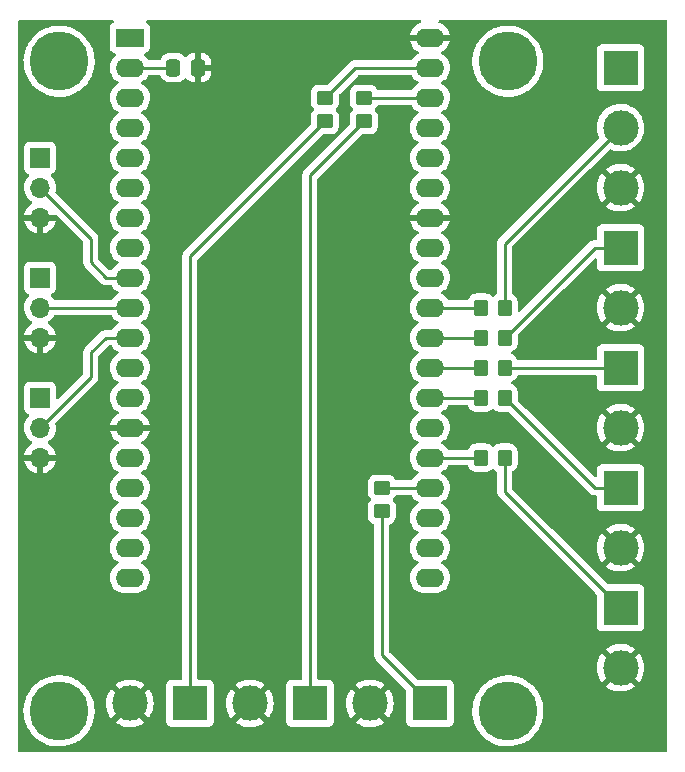
<source format=gtl>
%TF.GenerationSoftware,KiCad,Pcbnew,6.0.4+dfsg-1+b1*%
%TF.CreationDate,2022-05-28T20:55:50+05:00*%
%TF.ProjectId,evlamp,65766c61-6d70-42e6-9b69-6361645f7063,rev?*%
%TF.SameCoordinates,Original*%
%TF.FileFunction,Copper,L1,Top*%
%TF.FilePolarity,Positive*%
%FSLAX46Y46*%
G04 Gerber Fmt 4.6, Leading zero omitted, Abs format (unit mm)*
G04 Created by KiCad (PCBNEW 6.0.4+dfsg-1+b1) date 2022-05-28 20:55:50*
%MOMM*%
%LPD*%
G01*
G04 APERTURE LIST*
G04 Aperture macros list*
%AMRoundRect*
0 Rectangle with rounded corners*
0 $1 Rounding radius*
0 $2 $3 $4 $5 $6 $7 $8 $9 X,Y pos of 4 corners*
0 Add a 4 corners polygon primitive as box body*
4,1,4,$2,$3,$4,$5,$6,$7,$8,$9,$2,$3,0*
0 Add four circle primitives for the rounded corners*
1,1,$1+$1,$2,$3*
1,1,$1+$1,$4,$5*
1,1,$1+$1,$6,$7*
1,1,$1+$1,$8,$9*
0 Add four rect primitives between the rounded corners*
20,1,$1+$1,$2,$3,$4,$5,0*
20,1,$1+$1,$4,$5,$6,$7,0*
20,1,$1+$1,$6,$7,$8,$9,0*
20,1,$1+$1,$8,$9,$2,$3,0*%
G04 Aperture macros list end*
%TA.AperFunction,ComponentPad*%
%ADD10C,0.800000*%
%TD*%
%TA.AperFunction,ComponentPad*%
%ADD11C,5.000000*%
%TD*%
%TA.AperFunction,ComponentPad*%
%ADD12R,2.400000X1.600000*%
%TD*%
%TA.AperFunction,ComponentPad*%
%ADD13O,2.400000X1.600000*%
%TD*%
%TA.AperFunction,SMDPad,CuDef*%
%ADD14RoundRect,0.250000X0.337500X0.475000X-0.337500X0.475000X-0.337500X-0.475000X0.337500X-0.475000X0*%
%TD*%
%TA.AperFunction,ComponentPad*%
%ADD15R,3.000000X3.000000*%
%TD*%
%TA.AperFunction,ComponentPad*%
%ADD16C,3.000000*%
%TD*%
%TA.AperFunction,SMDPad,CuDef*%
%ADD17RoundRect,0.250000X-0.350000X-0.450000X0.350000X-0.450000X0.350000X0.450000X-0.350000X0.450000X0*%
%TD*%
%TA.AperFunction,SMDPad,CuDef*%
%ADD18RoundRect,0.250000X-0.450000X0.350000X-0.450000X-0.350000X0.450000X-0.350000X0.450000X0.350000X0*%
%TD*%
%TA.AperFunction,ComponentPad*%
%ADD19R,1.700000X1.700000*%
%TD*%
%TA.AperFunction,ComponentPad*%
%ADD20O,1.700000X1.700000*%
%TD*%
%TA.AperFunction,Conductor*%
%ADD21C,0.250000*%
%TD*%
G04 APERTURE END LIST*
D10*
%TO.P,REF\u002A\u002A,1*%
%TO.N,N/C*%
X77875825Y-127835175D03*
X75224175Y-130486825D03*
X78425000Y-129161000D03*
X77875825Y-130486825D03*
X76550000Y-127286000D03*
X74675000Y-129161000D03*
X76550000Y-131036000D03*
X75224175Y-127835175D03*
D11*
X76550000Y-129161000D03*
%TD*%
D12*
%TO.P,DD1,1,+3V3_OUT*%
%TO.N,+3V3*%
X82550000Y-72161000D03*
D13*
%TO.P,DD1,2,EN*%
%TO.N,Net-(C1-Pad2)*%
X82550000Y-74701000D03*
%TO.P,DD1,3,IO36/S_VP*%
%TO.N,unconnected-(DD1-Pad3)*%
X82550000Y-77241000D03*
%TO.P,DD1,4,IO39/S_VN*%
%TO.N,unconnected-(DD1-Pad4)*%
X82550000Y-79781000D03*
%TO.P,DD1,5,IO34*%
%TO.N,unconnected-(DD1-Pad5)*%
X82550000Y-82321000D03*
%TO.P,DD1,6,IO35*%
%TO.N,unconnected-(DD1-Pad6)*%
X82550000Y-84861000D03*
%TO.P,DD1,7,IO32*%
%TO.N,unconnected-(DD1-Pad7)*%
X82550000Y-87401000D03*
%TO.P,DD1,8,IO33*%
%TO.N,unconnected-(DD1-Pad8)*%
X82550000Y-89941000D03*
%TO.P,DD1,9,IO25*%
%TO.N,BTN_MAIN*%
X82550000Y-92481000D03*
%TO.P,DD1,10,IO26*%
%TO.N,BTN_UP*%
X82550000Y-95021000D03*
%TO.P,DD1,11,IO27*%
%TO.N,BTN_DOWN*%
X82550000Y-97561000D03*
%TO.P,DD1,12,IO14*%
%TO.N,unconnected-(DD1-Pad12)*%
X82550000Y-100101000D03*
%TO.P,DD1,13,IO12/MTDI*%
%TO.N,unconnected-(DD1-Pad13)*%
X82550000Y-102641000D03*
%TO.P,DD1,14,GND*%
%TO.N,GND*%
X82550000Y-105181000D03*
%TO.P,DD1,15,IO13*%
%TO.N,unconnected-(DD1-Pad15)*%
X82550000Y-107721000D03*
%TO.P,DD1,16,IO9/SHD/SD2*%
%TO.N,unconnected-(DD1-Pad16)*%
X82550000Y-110261000D03*
%TO.P,DD1,17,IO10/SWP/SD3*%
%TO.N,unconnected-(DD1-Pad17)*%
X82550000Y-112801000D03*
%TO.P,DD1,18,IO11/SCS/CMD*%
%TO.N,unconnected-(DD1-Pad18)*%
X82550000Y-115341000D03*
%TO.P,DD1,19,+5V*%
%TO.N,+5V*%
X82550000Y-117881000D03*
%TO.P,DD1,20,IO6/SCK/CLK*%
%TO.N,unconnected-(DD1-Pad20)*%
X107950000Y-117881000D03*
%TO.P,DD1,21,IO7/SDO/SD0*%
%TO.N,unconnected-(DD1-Pad21)*%
X107950000Y-115341000D03*
%TO.P,DD1,22,IO8/SDI/SD1*%
%TO.N,unconnected-(DD1-Pad22)*%
X107950000Y-112801000D03*
%TO.P,DD1,23,IO15/MTDO*%
%TO.N,DOUT5*%
X107950000Y-110261000D03*
%TO.P,DD1,24,IO2*%
%TO.N,DOUT4*%
X107950000Y-107721000D03*
%TO.P,DD1,25,IO0*%
%TO.N,BTN_RESET*%
X107950000Y-105181000D03*
%TO.P,DD1,26,IO4*%
%TO.N,DOUT3*%
X107950000Y-102641000D03*
%TO.P,DD1,27,IO16*%
%TO.N,DOUT2*%
X107950000Y-100101000D03*
%TO.P,DD1,28,IO17*%
%TO.N,DOUT1*%
X107950000Y-97561000D03*
%TO.P,DD1,29,IO5*%
%TO.N,DOUT0*%
X107950000Y-95021000D03*
%TO.P,DD1,30,IO18*%
%TO.N,unconnected-(DD1-Pad30)*%
X107950000Y-92481000D03*
%TO.P,DD1,31,IO19*%
%TO.N,unconnected-(DD1-Pad31)*%
X107950000Y-89941000D03*
%TO.P,DD1,32,GND*%
%TO.N,GND*%
X107950000Y-87401000D03*
%TO.P,DD1,33,IO21*%
%TO.N,unconnected-(DD1-Pad33)*%
X107950000Y-84861000D03*
%TO.P,DD1,34,IO3/RXD0*%
%TO.N,unconnected-(DD1-Pad34)*%
X107950000Y-82321000D03*
%TO.P,DD1,35,IO1/TXD0*%
%TO.N,unconnected-(DD1-Pad35)*%
X107950000Y-79781000D03*
%TO.P,DD1,36,IO22*%
%TO.N,DOUT6*%
X107950000Y-77241000D03*
%TO.P,DD1,37,IO23*%
%TO.N,DOUT7*%
X107950000Y-74701000D03*
%TO.P,DD1,38,GND*%
%TO.N,GND*%
X107950000Y-72161000D03*
%TD*%
D14*
%TO.P,C1,1,1*%
%TO.N,GND*%
X88308000Y-74701000D03*
%TO.P,C1,2,2*%
%TO.N,Net-(C1-Pad2)*%
X86233000Y-74701000D03*
%TD*%
D15*
%TO.P,X2,1*%
%TO.N,Net-(R2-Pad2)*%
X124090000Y-89941000D03*
D16*
%TO.P,X2,2*%
%TO.N,GND*%
X124090000Y-95021000D03*
%TD*%
D15*
%TO.P,X3,1*%
%TO.N,Net-(R3-Pad2)*%
X124090000Y-100101000D03*
D16*
%TO.P,X3,2*%
%TO.N,GND*%
X124090000Y-105181000D03*
%TD*%
D15*
%TO.P,X8,1*%
%TO.N,Net-(R8-Pad2)*%
X87630000Y-128524000D03*
D16*
%TO.P,X8,2*%
%TO.N,GND*%
X82550000Y-128524000D03*
%TD*%
D17*
%TO.P,R5,1,L*%
%TO.N,DOUT4*%
X112268000Y-107721000D03*
%TO.P,R5,2,R*%
%TO.N,Net-(R5-Pad2)*%
X114268000Y-107721000D03*
%TD*%
D10*
%TO.P,REF\u002A\u002A,1*%
%TO.N,N/C*%
X112675000Y-129161000D03*
X115875825Y-130486825D03*
X115875825Y-127835175D03*
X114550000Y-127286000D03*
X116425000Y-129161000D03*
X113224175Y-127835175D03*
D11*
X114550000Y-129161000D03*
D10*
X113224175Y-130486825D03*
X114550000Y-131036000D03*
%TD*%
D18*
%TO.P,R6,1,L*%
%TO.N,DOUT5*%
X103886000Y-110261000D03*
%TO.P,R6,2,R*%
%TO.N,Net-(R6-Pad2)*%
X103886000Y-112261000D03*
%TD*%
D19*
%TO.P,X9,1*%
%TO.N,+3V3*%
X74930000Y-92481000D03*
D20*
%TO.P,X9,2*%
%TO.N,BTN_UP*%
X74930000Y-95021000D03*
%TO.P,X9,3*%
%TO.N,GND*%
X74930000Y-97561000D03*
%TD*%
D10*
%TO.P,REF\u002A\u002A,1*%
%TO.N,N/C*%
X77875825Y-75486825D03*
X76550000Y-76036000D03*
X75224175Y-75486825D03*
X75224175Y-72835175D03*
D11*
X76550000Y-74161000D03*
D10*
X77875825Y-72835175D03*
X74675000Y-74161000D03*
X78425000Y-74161000D03*
X76550000Y-72286000D03*
%TD*%
D15*
%TO.P,X5,1*%
%TO.N,Net-(R5-Pad2)*%
X124090000Y-120421000D03*
D16*
%TO.P,X5,2*%
%TO.N,GND*%
X124090000Y-125501000D03*
%TD*%
D15*
%TO.P,X1,1*%
%TO.N,+5V*%
X124090000Y-74701000D03*
D16*
%TO.P,X1,2*%
%TO.N,Net-(R1-Pad2)*%
X124090000Y-79781000D03*
%TO.P,X1,3*%
%TO.N,GND*%
X124090000Y-84861000D03*
%TD*%
D18*
%TO.P,R7,1,L*%
%TO.N,DOUT6*%
X102362000Y-77241000D03*
%TO.P,R7,2,R*%
%TO.N,Net-(R7-Pad2)*%
X102362000Y-79241000D03*
%TD*%
D17*
%TO.P,R4,1,L*%
%TO.N,DOUT3*%
X112268000Y-102641000D03*
%TO.P,R4,2,R*%
%TO.N,Net-(R4-Pad2)*%
X114268000Y-102641000D03*
%TD*%
%TO.P,R3,1,L*%
%TO.N,DOUT2*%
X112268000Y-100101000D03*
%TO.P,R3,2,R*%
%TO.N,Net-(R3-Pad2)*%
X114268000Y-100101000D03*
%TD*%
%TO.P,R1,1,L*%
%TO.N,DOUT0*%
X112268000Y-95021000D03*
%TO.P,R1,2,R*%
%TO.N,Net-(R1-Pad2)*%
X114268000Y-95021000D03*
%TD*%
D19*
%TO.P,X11,1*%
%TO.N,+3V3*%
X74930000Y-82321000D03*
D20*
%TO.P,X11,2*%
%TO.N,BTN_MAIN*%
X74930000Y-84861000D03*
%TO.P,X11,3*%
%TO.N,GND*%
X74930000Y-87401000D03*
%TD*%
D17*
%TO.P,R2,1,L*%
%TO.N,DOUT1*%
X112268000Y-97561000D03*
%TO.P,R2,2,R*%
%TO.N,Net-(R2-Pad2)*%
X114268000Y-97561000D03*
%TD*%
D10*
%TO.P,REF\u002A\u002A,1*%
%TO.N,N/C*%
X113224175Y-72835175D03*
X112675000Y-74161000D03*
X114550000Y-76036000D03*
X115875825Y-72835175D03*
X114550000Y-72286000D03*
X113224175Y-75486825D03*
X116425000Y-74161000D03*
X115875825Y-75486825D03*
D11*
X114550000Y-74161000D03*
%TD*%
D19*
%TO.P,X10,1*%
%TO.N,+3V3*%
X74930000Y-102641000D03*
D20*
%TO.P,X10,2*%
%TO.N,BTN_DOWN*%
X74930000Y-105181000D03*
%TO.P,X10,3*%
%TO.N,GND*%
X74930000Y-107721000D03*
%TD*%
D15*
%TO.P,X7,1*%
%TO.N,Net-(R7-Pad2)*%
X97790000Y-128524000D03*
D16*
%TO.P,X7,2*%
%TO.N,GND*%
X92710000Y-128524000D03*
%TD*%
D15*
%TO.P,X4,1*%
%TO.N,Net-(R4-Pad2)*%
X124090000Y-110261000D03*
D16*
%TO.P,X4,2*%
%TO.N,GND*%
X124090000Y-115341000D03*
%TD*%
D15*
%TO.P,X6,1*%
%TO.N,Net-(R6-Pad2)*%
X107950000Y-128524000D03*
D16*
%TO.P,X6,2*%
%TO.N,GND*%
X102870000Y-128524000D03*
%TD*%
D18*
%TO.P,R8,1,L*%
%TO.N,DOUT7*%
X99060000Y-77241000D03*
%TO.P,R8,2,R*%
%TO.N,Net-(R8-Pad2)*%
X99060000Y-79241000D03*
%TD*%
D21*
%TO.N,Net-(C1-Pad2)*%
X86233000Y-74701000D02*
X82550000Y-74701000D01*
%TO.N,DOUT7*%
X101600000Y-74701000D02*
X107950000Y-74701000D01*
X99060000Y-77241000D02*
X101600000Y-74701000D01*
%TO.N,DOUT6*%
X102362000Y-77241000D02*
X107950000Y-77241000D01*
%TO.N,BTN_DOWN*%
X80493000Y-97561000D02*
X79248000Y-98806000D01*
X82550000Y-97561000D02*
X80493000Y-97561000D01*
X79248000Y-98806000D02*
X79248000Y-100863000D01*
X79248000Y-100863000D02*
X74930000Y-105181000D01*
%TO.N,BTN_UP*%
X74930000Y-95021000D02*
X82550000Y-95021000D01*
%TO.N,DOUT0*%
X107950000Y-95021000D02*
X112268000Y-95021000D01*
%TO.N,BTN_MAIN*%
X79248000Y-91186000D02*
X80543000Y-92481000D01*
X79248000Y-89179000D02*
X79248000Y-91186000D01*
X82550000Y-92481000D02*
X80543000Y-92481000D01*
X74930000Y-84861000D02*
X79248000Y-89179000D01*
%TO.N,DOUT1*%
X107950000Y-97561000D02*
X112268000Y-97561000D01*
%TO.N,DOUT2*%
X107950000Y-100101000D02*
X112268000Y-100101000D01*
%TO.N,DOUT3*%
X107950000Y-102641000D02*
X112268000Y-102641000D01*
%TO.N,DOUT4*%
X107950000Y-107721000D02*
X112268000Y-107721000D01*
%TO.N,DOUT5*%
X103886000Y-110261000D02*
X107950000Y-110261000D01*
%TO.N,Net-(R1-Pad2)*%
X114268000Y-95021000D02*
X114268000Y-89603000D01*
X114268000Y-89603000D02*
X124090000Y-79781000D01*
%TO.N,Net-(R2-Pad2)*%
X121888000Y-89941000D02*
X124090000Y-89941000D01*
X114268000Y-97561000D02*
X121888000Y-89941000D01*
%TO.N,Net-(R3-Pad2)*%
X114268000Y-100101000D02*
X124090000Y-100101000D01*
%TO.N,Net-(R4-Pad2)*%
X114268000Y-102641000D02*
X121888000Y-110261000D01*
X121888000Y-110261000D02*
X124090000Y-110261000D01*
%TO.N,Net-(R5-Pad2)*%
X114268000Y-110599000D02*
X114268000Y-107721000D01*
X124090000Y-120421000D02*
X114268000Y-110599000D01*
%TO.N,Net-(R6-Pad2)*%
X103886000Y-112261000D02*
X103886000Y-124460000D01*
X103886000Y-124460000D02*
X107950000Y-128524000D01*
%TO.N,Net-(R7-Pad2)*%
X102362000Y-79241000D02*
X97790000Y-83813000D01*
X97790000Y-83813000D02*
X97790000Y-128524000D01*
%TO.N,Net-(R8-Pad2)*%
X87630000Y-90671000D02*
X87630000Y-128524000D01*
X99060000Y-79241000D02*
X87630000Y-90671000D01*
%TD*%
%TA.AperFunction,Conductor*%
%TO.N,GND*%
G36*
X81121529Y-70689502D02*
G01*
X81168022Y-70743158D01*
X81178126Y-70813432D01*
X81148632Y-70878012D01*
X81113918Y-70906019D01*
X81111696Y-70907236D01*
X81103295Y-70910385D01*
X80986739Y-70997739D01*
X80899385Y-71114295D01*
X80848255Y-71250684D01*
X80841500Y-71312866D01*
X80841500Y-73009134D01*
X80848255Y-73071316D01*
X80899385Y-73207705D01*
X80986739Y-73324261D01*
X81103295Y-73411615D01*
X81239684Y-73462745D01*
X81250474Y-73463917D01*
X81252606Y-73464803D01*
X81255222Y-73465425D01*
X81255121Y-73465848D01*
X81316035Y-73491155D01*
X81356463Y-73549517D01*
X81358922Y-73620471D01*
X81322629Y-73681490D01*
X81313969Y-73688489D01*
X81310207Y-73691646D01*
X81305700Y-73694802D01*
X81143802Y-73856700D01*
X81012477Y-74044251D01*
X81010154Y-74049233D01*
X81010151Y-74049238D01*
X80925456Y-74230870D01*
X80915716Y-74251757D01*
X80914294Y-74257065D01*
X80914293Y-74257067D01*
X80864972Y-74441135D01*
X80856457Y-74472913D01*
X80836502Y-74701000D01*
X80856457Y-74929087D01*
X80857881Y-74934400D01*
X80857881Y-74934402D01*
X80900178Y-75092253D01*
X80915716Y-75150243D01*
X80918039Y-75155224D01*
X80918039Y-75155225D01*
X81010151Y-75352762D01*
X81010154Y-75352767D01*
X81012477Y-75357749D01*
X81143802Y-75545300D01*
X81305700Y-75707198D01*
X81310208Y-75710355D01*
X81310211Y-75710357D01*
X81388389Y-75765098D01*
X81493251Y-75838523D01*
X81498233Y-75840846D01*
X81498238Y-75840849D01*
X81532457Y-75856805D01*
X81585742Y-75903722D01*
X81605203Y-75971999D01*
X81584661Y-76039959D01*
X81532457Y-76085195D01*
X81498238Y-76101151D01*
X81498233Y-76101154D01*
X81493251Y-76103477D01*
X81436517Y-76143203D01*
X81310211Y-76231643D01*
X81310208Y-76231645D01*
X81305700Y-76234802D01*
X81143802Y-76396700D01*
X81140645Y-76401208D01*
X81140643Y-76401211D01*
X81113975Y-76439297D01*
X81012477Y-76584251D01*
X81010154Y-76589233D01*
X81010151Y-76589238D01*
X80954245Y-76709131D01*
X80915716Y-76791757D01*
X80914294Y-76797065D01*
X80914293Y-76797067D01*
X80888990Y-76891499D01*
X80856457Y-77012913D01*
X80836502Y-77241000D01*
X80856457Y-77469087D01*
X80915716Y-77690243D01*
X80918039Y-77695224D01*
X80918039Y-77695225D01*
X81010151Y-77892762D01*
X81010154Y-77892767D01*
X81012477Y-77897749D01*
X81038129Y-77934384D01*
X81133454Y-78070521D01*
X81143802Y-78085300D01*
X81305700Y-78247198D01*
X81310208Y-78250355D01*
X81310211Y-78250357D01*
X81335314Y-78267934D01*
X81493251Y-78378523D01*
X81498233Y-78380846D01*
X81498238Y-78380849D01*
X81532457Y-78396805D01*
X81585742Y-78443722D01*
X81605203Y-78511999D01*
X81584661Y-78579959D01*
X81532457Y-78625195D01*
X81498238Y-78641151D01*
X81498233Y-78641154D01*
X81493251Y-78643477D01*
X81388739Y-78716657D01*
X81310211Y-78771643D01*
X81310208Y-78771645D01*
X81305700Y-78774802D01*
X81143802Y-78936700D01*
X81140645Y-78941208D01*
X81140643Y-78941211D01*
X81085902Y-79019389D01*
X81012477Y-79124251D01*
X81010154Y-79129233D01*
X81010151Y-79129238D01*
X80918039Y-79326775D01*
X80915716Y-79331757D01*
X80914294Y-79337065D01*
X80914293Y-79337067D01*
X80868551Y-79507778D01*
X80856457Y-79552913D01*
X80836502Y-79781000D01*
X80856457Y-80009087D01*
X80857881Y-80014400D01*
X80857881Y-80014402D01*
X80905826Y-80193332D01*
X80915716Y-80230243D01*
X80918039Y-80235224D01*
X80918039Y-80235225D01*
X81010151Y-80432762D01*
X81010154Y-80432767D01*
X81012477Y-80437749D01*
X81143802Y-80625300D01*
X81305700Y-80787198D01*
X81310208Y-80790355D01*
X81310211Y-80790357D01*
X81388389Y-80845098D01*
X81493251Y-80918523D01*
X81498233Y-80920846D01*
X81498238Y-80920849D01*
X81532457Y-80936805D01*
X81585742Y-80983722D01*
X81605203Y-81051999D01*
X81584661Y-81119959D01*
X81532457Y-81165195D01*
X81498238Y-81181151D01*
X81498233Y-81181154D01*
X81493251Y-81183477D01*
X81445220Y-81217109D01*
X81310211Y-81311643D01*
X81310208Y-81311645D01*
X81305700Y-81314802D01*
X81143802Y-81476700D01*
X81012477Y-81664251D01*
X81010154Y-81669233D01*
X81010151Y-81669238D01*
X80953202Y-81791367D01*
X80915716Y-81871757D01*
X80856457Y-82092913D01*
X80836502Y-82321000D01*
X80856457Y-82549087D01*
X80915716Y-82770243D01*
X80918039Y-82775224D01*
X80918039Y-82775225D01*
X81010151Y-82972762D01*
X81010154Y-82972767D01*
X81012477Y-82977749D01*
X81143802Y-83165300D01*
X81305700Y-83327198D01*
X81310208Y-83330355D01*
X81310211Y-83330357D01*
X81371816Y-83373493D01*
X81493251Y-83458523D01*
X81498233Y-83460846D01*
X81498238Y-83460849D01*
X81532457Y-83476805D01*
X81585742Y-83523722D01*
X81605203Y-83591999D01*
X81584661Y-83659959D01*
X81532457Y-83705195D01*
X81498238Y-83721151D01*
X81498233Y-83721154D01*
X81493251Y-83723477D01*
X81394044Y-83792943D01*
X81310211Y-83851643D01*
X81310208Y-83851645D01*
X81305700Y-83854802D01*
X81143802Y-84016700D01*
X81140645Y-84021208D01*
X81140643Y-84021211D01*
X81113852Y-84059473D01*
X81012477Y-84204251D01*
X81010154Y-84209233D01*
X81010151Y-84209238D01*
X80927908Y-84385610D01*
X80915716Y-84411757D01*
X80914294Y-84417065D01*
X80914293Y-84417067D01*
X80862407Y-84610707D01*
X80856457Y-84632913D01*
X80836502Y-84861000D01*
X80856457Y-85089087D01*
X80857881Y-85094400D01*
X80857881Y-85094402D01*
X80905851Y-85273425D01*
X80915716Y-85310243D01*
X80918039Y-85315224D01*
X80918039Y-85315225D01*
X81010151Y-85512762D01*
X81010154Y-85512767D01*
X81012477Y-85517749D01*
X81015634Y-85522257D01*
X81136469Y-85694827D01*
X81143802Y-85705300D01*
X81305700Y-85867198D01*
X81310208Y-85870355D01*
X81310211Y-85870357D01*
X81336949Y-85889079D01*
X81493251Y-85998523D01*
X81498233Y-86000846D01*
X81498238Y-86000849D01*
X81532457Y-86016805D01*
X81585742Y-86063722D01*
X81605203Y-86131999D01*
X81584661Y-86199959D01*
X81532457Y-86245195D01*
X81498238Y-86261151D01*
X81498233Y-86261154D01*
X81493251Y-86263477D01*
X81388389Y-86336902D01*
X81310211Y-86391643D01*
X81310208Y-86391645D01*
X81305700Y-86394802D01*
X81143802Y-86556700D01*
X81012477Y-86744251D01*
X81010154Y-86749233D01*
X81010151Y-86749238D01*
X80953435Y-86870867D01*
X80915716Y-86951757D01*
X80914294Y-86957065D01*
X80914293Y-86957067D01*
X80863400Y-87147000D01*
X80856457Y-87172913D01*
X80836502Y-87401000D01*
X80856457Y-87629087D01*
X80857881Y-87634400D01*
X80857881Y-87634402D01*
X80867143Y-87668966D01*
X80915716Y-87850243D01*
X80918039Y-87855224D01*
X80918039Y-87855225D01*
X81010151Y-88052762D01*
X81010154Y-88052767D01*
X81012477Y-88057749D01*
X81143802Y-88245300D01*
X81305700Y-88407198D01*
X81310208Y-88410355D01*
X81310211Y-88410357D01*
X81388389Y-88465098D01*
X81493251Y-88538523D01*
X81498233Y-88540846D01*
X81498238Y-88540849D01*
X81532457Y-88556805D01*
X81585742Y-88603722D01*
X81605203Y-88671999D01*
X81584661Y-88739959D01*
X81532457Y-88785195D01*
X81498238Y-88801151D01*
X81498233Y-88801154D01*
X81493251Y-88803477D01*
X81388389Y-88876902D01*
X81310211Y-88931643D01*
X81310208Y-88931645D01*
X81305700Y-88934802D01*
X81143802Y-89096700D01*
X81140645Y-89101208D01*
X81140643Y-89101211D01*
X81114082Y-89139144D01*
X81012477Y-89284251D01*
X81010154Y-89289233D01*
X81010151Y-89289238D01*
X80925456Y-89470870D01*
X80915716Y-89491757D01*
X80914294Y-89497065D01*
X80914293Y-89497067D01*
X80857881Y-89707598D01*
X80856457Y-89712913D01*
X80836502Y-89941000D01*
X80856457Y-90169087D01*
X80857881Y-90174400D01*
X80857881Y-90174402D01*
X80897462Y-90322117D01*
X80915716Y-90390243D01*
X80918039Y-90395224D01*
X80918039Y-90395225D01*
X81010151Y-90592762D01*
X81010154Y-90592767D01*
X81012477Y-90597749D01*
X81143802Y-90785300D01*
X81305700Y-90947198D01*
X81310208Y-90950355D01*
X81310211Y-90950357D01*
X81360535Y-90985594D01*
X81493251Y-91078523D01*
X81498233Y-91080846D01*
X81498238Y-91080849D01*
X81532457Y-91096805D01*
X81585742Y-91143722D01*
X81605203Y-91211999D01*
X81584661Y-91279959D01*
X81532457Y-91325195D01*
X81498238Y-91341151D01*
X81498233Y-91341154D01*
X81493251Y-91343477D01*
X81445220Y-91377109D01*
X81310211Y-91471643D01*
X81310208Y-91471645D01*
X81305700Y-91474802D01*
X81143802Y-91636700D01*
X81140645Y-91641208D01*
X81140643Y-91641211D01*
X81033819Y-91793771D01*
X80978362Y-91838099D01*
X80930606Y-91847500D01*
X80857595Y-91847500D01*
X80789474Y-91827498D01*
X80768499Y-91810595D01*
X79918404Y-90960499D01*
X79884379Y-90898187D01*
X79881500Y-90871404D01*
X79881500Y-89257767D01*
X79882027Y-89246584D01*
X79883702Y-89239091D01*
X79881562Y-89171014D01*
X79881500Y-89167055D01*
X79881500Y-89139144D01*
X79880995Y-89135144D01*
X79880062Y-89123301D01*
X79879676Y-89111000D01*
X79878673Y-89079110D01*
X79873022Y-89059658D01*
X79869014Y-89040306D01*
X79867467Y-89028063D01*
X79866474Y-89020203D01*
X79863556Y-89012832D01*
X79850200Y-88979097D01*
X79846355Y-88967870D01*
X79845721Y-88965687D01*
X79834018Y-88925407D01*
X79829984Y-88918585D01*
X79829981Y-88918579D01*
X79823706Y-88907968D01*
X79815010Y-88890218D01*
X79810472Y-88878756D01*
X79810469Y-88878751D01*
X79807552Y-88871383D01*
X79781573Y-88835625D01*
X79775057Y-88825707D01*
X79756575Y-88794457D01*
X79752542Y-88787637D01*
X79738218Y-88773313D01*
X79725376Y-88758278D01*
X79713472Y-88741893D01*
X79679406Y-88713711D01*
X79670627Y-88705722D01*
X76281218Y-85316313D01*
X76247192Y-85254001D01*
X76249755Y-85190589D01*
X76255532Y-85171577D01*
X76262370Y-85149069D01*
X76291529Y-84927590D01*
X76293156Y-84861000D01*
X76274852Y-84638361D01*
X76220431Y-84421702D01*
X76131354Y-84216840D01*
X76039855Y-84075404D01*
X76012822Y-84033617D01*
X76012820Y-84033614D01*
X76010014Y-84029277D01*
X75995024Y-84012803D01*
X75862798Y-83867488D01*
X75831746Y-83803642D01*
X75840141Y-83733143D01*
X75885317Y-83678375D01*
X75911761Y-83664706D01*
X76018297Y-83624767D01*
X76026705Y-83621615D01*
X76143261Y-83534261D01*
X76230615Y-83417705D01*
X76281745Y-83281316D01*
X76288500Y-83219134D01*
X76288500Y-81422866D01*
X76281745Y-81360684D01*
X76230615Y-81224295D01*
X76143261Y-81107739D01*
X76026705Y-81020385D01*
X75890316Y-80969255D01*
X75828134Y-80962500D01*
X74031866Y-80962500D01*
X73969684Y-80969255D01*
X73833295Y-81020385D01*
X73716739Y-81107739D01*
X73629385Y-81224295D01*
X73578255Y-81360684D01*
X73571500Y-81422866D01*
X73571500Y-83219134D01*
X73578255Y-83281316D01*
X73629385Y-83417705D01*
X73716739Y-83534261D01*
X73833295Y-83621615D01*
X73841704Y-83624767D01*
X73841705Y-83624768D01*
X73950451Y-83665535D01*
X74007216Y-83708176D01*
X74031916Y-83774738D01*
X74016709Y-83844087D01*
X73997316Y-83870568D01*
X73870629Y-84003138D01*
X73867715Y-84007410D01*
X73867714Y-84007411D01*
X73858300Y-84021211D01*
X73744743Y-84187680D01*
X73729003Y-84221590D01*
X73681492Y-84323944D01*
X73650688Y-84390305D01*
X73590989Y-84605570D01*
X73567251Y-84827695D01*
X73567548Y-84832848D01*
X73567548Y-84832851D01*
X73573011Y-84927590D01*
X73580110Y-85050715D01*
X73581247Y-85055761D01*
X73581248Y-85055767D01*
X73589955Y-85094402D01*
X73629222Y-85268639D01*
X73713266Y-85475616D01*
X73829987Y-85666088D01*
X73976250Y-85834938D01*
X74148126Y-85977632D01*
X74215163Y-86016805D01*
X74221955Y-86020774D01*
X74270679Y-86072412D01*
X74283750Y-86142195D01*
X74257019Y-86207967D01*
X74216562Y-86241327D01*
X74208457Y-86245546D01*
X74199738Y-86251036D01*
X74029433Y-86378905D01*
X74021726Y-86385748D01*
X73874590Y-86539717D01*
X73868104Y-86547727D01*
X73748098Y-86723649D01*
X73743000Y-86732623D01*
X73653338Y-86925783D01*
X73649775Y-86935470D01*
X73594389Y-87135183D01*
X73595912Y-87143607D01*
X73608292Y-87147000D01*
X76266459Y-87147000D01*
X76266459Y-87151775D01*
X76303133Y-87151792D01*
X76356673Y-87183577D01*
X78577595Y-89404499D01*
X78611621Y-89466811D01*
X78614500Y-89493594D01*
X78614500Y-91107233D01*
X78613973Y-91118416D01*
X78612298Y-91125909D01*
X78612547Y-91133835D01*
X78612547Y-91133836D01*
X78614438Y-91193986D01*
X78614500Y-91197945D01*
X78614500Y-91225856D01*
X78614997Y-91229790D01*
X78614997Y-91229791D01*
X78615005Y-91229856D01*
X78615938Y-91241693D01*
X78617327Y-91285889D01*
X78622978Y-91305339D01*
X78626987Y-91324700D01*
X78629526Y-91344797D01*
X78632445Y-91352168D01*
X78632445Y-91352170D01*
X78645804Y-91385912D01*
X78649649Y-91397142D01*
X78661982Y-91439593D01*
X78666015Y-91446412D01*
X78666017Y-91446417D01*
X78672293Y-91457028D01*
X78680988Y-91474776D01*
X78688448Y-91493617D01*
X78693110Y-91500033D01*
X78693110Y-91500034D01*
X78714436Y-91529387D01*
X78720952Y-91539307D01*
X78743458Y-91577362D01*
X78757779Y-91591683D01*
X78770619Y-91606716D01*
X78782528Y-91623107D01*
X78798959Y-91636700D01*
X78816605Y-91651298D01*
X78825384Y-91659288D01*
X80039343Y-92873247D01*
X80046887Y-92881537D01*
X80051000Y-92888018D01*
X80056777Y-92893443D01*
X80100667Y-92934658D01*
X80103509Y-92937413D01*
X80123231Y-92957135D01*
X80126355Y-92959558D01*
X80126359Y-92959562D01*
X80126424Y-92959612D01*
X80135445Y-92967317D01*
X80167679Y-92997586D01*
X80174627Y-93001405D01*
X80174629Y-93001407D01*
X80185432Y-93007346D01*
X80201959Y-93018202D01*
X80211698Y-93025757D01*
X80211700Y-93025758D01*
X80217960Y-93030614D01*
X80258540Y-93048174D01*
X80269188Y-93053391D01*
X80269327Y-93053467D01*
X80307940Y-93074695D01*
X80315616Y-93076666D01*
X80315619Y-93076667D01*
X80327562Y-93079733D01*
X80346267Y-93086137D01*
X80364855Y-93094181D01*
X80372678Y-93095420D01*
X80372688Y-93095423D01*
X80408524Y-93101099D01*
X80420144Y-93103505D01*
X80455289Y-93112528D01*
X80462970Y-93114500D01*
X80483224Y-93114500D01*
X80502934Y-93116051D01*
X80522943Y-93119220D01*
X80530835Y-93118474D01*
X80566961Y-93115059D01*
X80578819Y-93114500D01*
X80930606Y-93114500D01*
X80998727Y-93134502D01*
X81033819Y-93168229D01*
X81081010Y-93235624D01*
X81143802Y-93325300D01*
X81305700Y-93487198D01*
X81310208Y-93490355D01*
X81310211Y-93490357D01*
X81388389Y-93545098D01*
X81493251Y-93618523D01*
X81498233Y-93620846D01*
X81498238Y-93620849D01*
X81532457Y-93636805D01*
X81585742Y-93683722D01*
X81605203Y-93751999D01*
X81584661Y-93819959D01*
X81532457Y-93865195D01*
X81498238Y-93881151D01*
X81498233Y-93881154D01*
X81493251Y-93883477D01*
X81479447Y-93893143D01*
X81310211Y-94011643D01*
X81310208Y-94011645D01*
X81305700Y-94014802D01*
X81143802Y-94176700D01*
X81140645Y-94181208D01*
X81140643Y-94181211D01*
X81033819Y-94333771D01*
X80978362Y-94378099D01*
X80930606Y-94387500D01*
X76206805Y-94387500D01*
X76138684Y-94367498D01*
X76101013Y-94329940D01*
X76012822Y-94193617D01*
X76012820Y-94193614D01*
X76010014Y-94189277D01*
X76002675Y-94181211D01*
X75862798Y-94027488D01*
X75831746Y-93963642D01*
X75840141Y-93893143D01*
X75885317Y-93838375D01*
X75911761Y-93824706D01*
X76018297Y-93784767D01*
X76026705Y-93781615D01*
X76143261Y-93694261D01*
X76230615Y-93577705D01*
X76281745Y-93441316D01*
X76288500Y-93379134D01*
X76288500Y-91582866D01*
X76281745Y-91520684D01*
X76230615Y-91384295D01*
X76143261Y-91267739D01*
X76026705Y-91180385D01*
X75890316Y-91129255D01*
X75828134Y-91122500D01*
X74031866Y-91122500D01*
X73969684Y-91129255D01*
X73833295Y-91180385D01*
X73716739Y-91267739D01*
X73629385Y-91384295D01*
X73578255Y-91520684D01*
X73571500Y-91582866D01*
X73571500Y-93379134D01*
X73578255Y-93441316D01*
X73629385Y-93577705D01*
X73716739Y-93694261D01*
X73833295Y-93781615D01*
X73841704Y-93784767D01*
X73841705Y-93784768D01*
X73950451Y-93825535D01*
X74007216Y-93868176D01*
X74031916Y-93934738D01*
X74016709Y-94004087D01*
X73997316Y-94030568D01*
X73934165Y-94096652D01*
X73870629Y-94163138D01*
X73867715Y-94167410D01*
X73867714Y-94167411D01*
X73859178Y-94179925D01*
X73744743Y-94347680D01*
X73730623Y-94378099D01*
X73662961Y-94523866D01*
X73650688Y-94550305D01*
X73590989Y-94765570D01*
X73567251Y-94987695D01*
X73567548Y-94992848D01*
X73567548Y-94992851D01*
X73569910Y-95033812D01*
X73580110Y-95210715D01*
X73581247Y-95215761D01*
X73581248Y-95215767D01*
X73589505Y-95252405D01*
X73629222Y-95428639D01*
X73713266Y-95635616D01*
X73829987Y-95826088D01*
X73976250Y-95994938D01*
X74148126Y-96137632D01*
X74190768Y-96162550D01*
X74221955Y-96180774D01*
X74270679Y-96232412D01*
X74283750Y-96302195D01*
X74257019Y-96367967D01*
X74216562Y-96401327D01*
X74208457Y-96405546D01*
X74199738Y-96411036D01*
X74029433Y-96538905D01*
X74021726Y-96545748D01*
X73874590Y-96699717D01*
X73868104Y-96707727D01*
X73748098Y-96883649D01*
X73743000Y-96892623D01*
X73653338Y-97085783D01*
X73649775Y-97095470D01*
X73594389Y-97295183D01*
X73595912Y-97303607D01*
X73608292Y-97307000D01*
X76248344Y-97307000D01*
X76261875Y-97303027D01*
X76263180Y-97293947D01*
X76221214Y-97126875D01*
X76217894Y-97117124D01*
X76132972Y-96921814D01*
X76128105Y-96912739D01*
X76012426Y-96733926D01*
X76006136Y-96725757D01*
X75862806Y-96568240D01*
X75855273Y-96561215D01*
X75688139Y-96429222D01*
X75679556Y-96423520D01*
X75642602Y-96403120D01*
X75592631Y-96352687D01*
X75577859Y-96283245D01*
X75602975Y-96216839D01*
X75630327Y-96190232D01*
X75669136Y-96162550D01*
X75809860Y-96062173D01*
X75841788Y-96030357D01*
X75964435Y-95908137D01*
X75968096Y-95904489D01*
X75998574Y-95862075D01*
X76095435Y-95727277D01*
X76098453Y-95723077D01*
X76100746Y-95718437D01*
X76102446Y-95715608D01*
X76154674Y-95667518D01*
X76210451Y-95654500D01*
X80930606Y-95654500D01*
X80998727Y-95674502D01*
X81033819Y-95708229D01*
X81140643Y-95860789D01*
X81143802Y-95865300D01*
X81305700Y-96027198D01*
X81310208Y-96030355D01*
X81310211Y-96030357D01*
X81388389Y-96085098D01*
X81493251Y-96158523D01*
X81498233Y-96160846D01*
X81498238Y-96160849D01*
X81532457Y-96176805D01*
X81585742Y-96223722D01*
X81605203Y-96291999D01*
X81584661Y-96359959D01*
X81532457Y-96405195D01*
X81498238Y-96421151D01*
X81498233Y-96421154D01*
X81493251Y-96423477D01*
X81388389Y-96496902D01*
X81310211Y-96551643D01*
X81310208Y-96551645D01*
X81305700Y-96554802D01*
X81143802Y-96716700D01*
X81140645Y-96721208D01*
X81140643Y-96721211D01*
X81033819Y-96873771D01*
X80978362Y-96918099D01*
X80930606Y-96927500D01*
X80571767Y-96927500D01*
X80560584Y-96926973D01*
X80553091Y-96925298D01*
X80545165Y-96925547D01*
X80545164Y-96925547D01*
X80485001Y-96927438D01*
X80481043Y-96927500D01*
X80453144Y-96927500D01*
X80449154Y-96928004D01*
X80437320Y-96928936D01*
X80393111Y-96930326D01*
X80385497Y-96932538D01*
X80385492Y-96932539D01*
X80373659Y-96935977D01*
X80354296Y-96939988D01*
X80334203Y-96942526D01*
X80326836Y-96945443D01*
X80326831Y-96945444D01*
X80293092Y-96958802D01*
X80281865Y-96962646D01*
X80239407Y-96974982D01*
X80232581Y-96979019D01*
X80221972Y-96985293D01*
X80204224Y-96993988D01*
X80185383Y-97001448D01*
X80178967Y-97006110D01*
X80178966Y-97006110D01*
X80149613Y-97027436D01*
X80139693Y-97033952D01*
X80108465Y-97052420D01*
X80108462Y-97052422D01*
X80101638Y-97056458D01*
X80087317Y-97070779D01*
X80072284Y-97083619D01*
X80055893Y-97095528D01*
X80038027Y-97117124D01*
X80027702Y-97129605D01*
X80019712Y-97138384D01*
X78855747Y-98302348D01*
X78847461Y-98309888D01*
X78840982Y-98314000D01*
X78835557Y-98319777D01*
X78794357Y-98363651D01*
X78791602Y-98366493D01*
X78771865Y-98386230D01*
X78769385Y-98389427D01*
X78761682Y-98398447D01*
X78731414Y-98430679D01*
X78727595Y-98437625D01*
X78727593Y-98437628D01*
X78721652Y-98448434D01*
X78710801Y-98464953D01*
X78698386Y-98480959D01*
X78695241Y-98488228D01*
X78695238Y-98488232D01*
X78680826Y-98521537D01*
X78675609Y-98532187D01*
X78654305Y-98570940D01*
X78652334Y-98578615D01*
X78652334Y-98578616D01*
X78649267Y-98590562D01*
X78642863Y-98609266D01*
X78641104Y-98613332D01*
X78634819Y-98627855D01*
X78633580Y-98635678D01*
X78633577Y-98635688D01*
X78627901Y-98671524D01*
X78625495Y-98683144D01*
X78616853Y-98716805D01*
X78614500Y-98725970D01*
X78614500Y-98746224D01*
X78612949Y-98765934D01*
X78609780Y-98785943D01*
X78610526Y-98793835D01*
X78613941Y-98829961D01*
X78614500Y-98841819D01*
X78614500Y-100548405D01*
X78594498Y-100616526D01*
X78577595Y-100637500D01*
X76503595Y-102711500D01*
X76441283Y-102745526D01*
X76370468Y-102740461D01*
X76313632Y-102697914D01*
X76288821Y-102631394D01*
X76288500Y-102622405D01*
X76288500Y-101742866D01*
X76281745Y-101680684D01*
X76230615Y-101544295D01*
X76143261Y-101427739D01*
X76026705Y-101340385D01*
X75890316Y-101289255D01*
X75828134Y-101282500D01*
X74031866Y-101282500D01*
X73969684Y-101289255D01*
X73833295Y-101340385D01*
X73716739Y-101427739D01*
X73629385Y-101544295D01*
X73578255Y-101680684D01*
X73571500Y-101742866D01*
X73571500Y-103539134D01*
X73578255Y-103601316D01*
X73629385Y-103737705D01*
X73716739Y-103854261D01*
X73833295Y-103941615D01*
X73841704Y-103944767D01*
X73841705Y-103944768D01*
X73950451Y-103985535D01*
X74007216Y-104028176D01*
X74031916Y-104094738D01*
X74016709Y-104164087D01*
X73997316Y-104190568D01*
X73870629Y-104323138D01*
X73867715Y-104327410D01*
X73867714Y-104327411D01*
X73858300Y-104341211D01*
X73744743Y-104507680D01*
X73742564Y-104512375D01*
X73681492Y-104643944D01*
X73650688Y-104710305D01*
X73590989Y-104925570D01*
X73567251Y-105147695D01*
X73567548Y-105152848D01*
X73567548Y-105152851D01*
X73573011Y-105247590D01*
X73580110Y-105370715D01*
X73581247Y-105375761D01*
X73581248Y-105375767D01*
X73601119Y-105463939D01*
X73629222Y-105588639D01*
X73713266Y-105795616D01*
X73829987Y-105986088D01*
X73976250Y-106154938D01*
X74148126Y-106297632D01*
X74214691Y-106336529D01*
X74221955Y-106340774D01*
X74270679Y-106392412D01*
X74283750Y-106462195D01*
X74257019Y-106527967D01*
X74216562Y-106561327D01*
X74208457Y-106565546D01*
X74199738Y-106571036D01*
X74029433Y-106698905D01*
X74021726Y-106705748D01*
X73874590Y-106859717D01*
X73868104Y-106867727D01*
X73748098Y-107043649D01*
X73743000Y-107052623D01*
X73653338Y-107245783D01*
X73649775Y-107255470D01*
X73594389Y-107455183D01*
X73595912Y-107463607D01*
X73608292Y-107467000D01*
X76248344Y-107467000D01*
X76261875Y-107463027D01*
X76263180Y-107453947D01*
X76221214Y-107286875D01*
X76217894Y-107277124D01*
X76132972Y-107081814D01*
X76128105Y-107072739D01*
X76012426Y-106893926D01*
X76006136Y-106885757D01*
X75862806Y-106728240D01*
X75855273Y-106721215D01*
X75688139Y-106589222D01*
X75679556Y-106583520D01*
X75642602Y-106563120D01*
X75592631Y-106512687D01*
X75577859Y-106443245D01*
X75602975Y-106376839D01*
X75630327Y-106350232D01*
X75653797Y-106333491D01*
X75809860Y-106222173D01*
X75841788Y-106190357D01*
X75964435Y-106068137D01*
X75968096Y-106064489D01*
X75999498Y-106020789D01*
X76095435Y-105887277D01*
X76098453Y-105883077D01*
X76118628Y-105842257D01*
X76195136Y-105687453D01*
X76195137Y-105687451D01*
X76197430Y-105682811D01*
X76262370Y-105469069D01*
X76291529Y-105247590D01*
X76293156Y-105181000D01*
X76274852Y-104958361D01*
X76246821Y-104846765D01*
X76249625Y-104775823D01*
X76279930Y-104726974D01*
X79640247Y-101366657D01*
X79648537Y-101359113D01*
X79655018Y-101355000D01*
X79701659Y-101305332D01*
X79704413Y-101302491D01*
X79724134Y-101282770D01*
X79726612Y-101279575D01*
X79734318Y-101270553D01*
X79752284Y-101251421D01*
X79764586Y-101238321D01*
X79774346Y-101220568D01*
X79785199Y-101204045D01*
X79792753Y-101194306D01*
X79797613Y-101188041D01*
X79815176Y-101147457D01*
X79820383Y-101136827D01*
X79841695Y-101098060D01*
X79843666Y-101090383D01*
X79843668Y-101090378D01*
X79846732Y-101078442D01*
X79853138Y-101059730D01*
X79858033Y-101048419D01*
X79861181Y-101041145D01*
X79862421Y-101033317D01*
X79862423Y-101033310D01*
X79868099Y-100997476D01*
X79870505Y-100985856D01*
X79879528Y-100950711D01*
X79879528Y-100950710D01*
X79881500Y-100943030D01*
X79881500Y-100922776D01*
X79883051Y-100903065D01*
X79884980Y-100890886D01*
X79886220Y-100883057D01*
X79882059Y-100839038D01*
X79881500Y-100827181D01*
X79881500Y-99120595D01*
X79901502Y-99052474D01*
X79918405Y-99031499D01*
X80718501Y-98231404D01*
X80780813Y-98197379D01*
X80807596Y-98194500D01*
X80930606Y-98194500D01*
X80998727Y-98214502D01*
X81033819Y-98248229D01*
X81139005Y-98398449D01*
X81143802Y-98405300D01*
X81305700Y-98567198D01*
X81310208Y-98570355D01*
X81310211Y-98570357D01*
X81381937Y-98620580D01*
X81493251Y-98698523D01*
X81498233Y-98700846D01*
X81498238Y-98700849D01*
X81532457Y-98716805D01*
X81585742Y-98763722D01*
X81605203Y-98831999D01*
X81584661Y-98899959D01*
X81532457Y-98945195D01*
X81498238Y-98961151D01*
X81498233Y-98961154D01*
X81493251Y-98963477D01*
X81396106Y-99031499D01*
X81310211Y-99091643D01*
X81310208Y-99091645D01*
X81305700Y-99094802D01*
X81143802Y-99256700D01*
X81012477Y-99444251D01*
X81010154Y-99449233D01*
X81010151Y-99449238D01*
X80918039Y-99646775D01*
X80915716Y-99651757D01*
X80856457Y-99872913D01*
X80836502Y-100101000D01*
X80856457Y-100329087D01*
X80915716Y-100550243D01*
X80918039Y-100555224D01*
X80918039Y-100555225D01*
X81010151Y-100752762D01*
X81010154Y-100752767D01*
X81012477Y-100757749D01*
X81061094Y-100827181D01*
X81136661Y-100935101D01*
X81143802Y-100945300D01*
X81305700Y-101107198D01*
X81310208Y-101110355D01*
X81310211Y-101110357D01*
X81388389Y-101165098D01*
X81493251Y-101238523D01*
X81498233Y-101240846D01*
X81498238Y-101240849D01*
X81532457Y-101256805D01*
X81585742Y-101303722D01*
X81605203Y-101371999D01*
X81584661Y-101439959D01*
X81532457Y-101485195D01*
X81498238Y-101501151D01*
X81498233Y-101501154D01*
X81493251Y-101503477D01*
X81445220Y-101537109D01*
X81310211Y-101631643D01*
X81310208Y-101631645D01*
X81305700Y-101634802D01*
X81143802Y-101796700D01*
X81012477Y-101984251D01*
X81010154Y-101989233D01*
X81010151Y-101989238D01*
X80956825Y-102103598D01*
X80915716Y-102191757D01*
X80856457Y-102412913D01*
X80836502Y-102641000D01*
X80856457Y-102869087D01*
X80857881Y-102874400D01*
X80857881Y-102874402D01*
X80862195Y-102890500D01*
X80915716Y-103090243D01*
X80918039Y-103095224D01*
X80918039Y-103095225D01*
X81010151Y-103292762D01*
X81010154Y-103292767D01*
X81012477Y-103297749D01*
X81143802Y-103485300D01*
X81305700Y-103647198D01*
X81310208Y-103650355D01*
X81310211Y-103650357D01*
X81388389Y-103705098D01*
X81493251Y-103778523D01*
X81498233Y-103780846D01*
X81498238Y-103780849D01*
X81533049Y-103797081D01*
X81586334Y-103843998D01*
X81605795Y-103912275D01*
X81585253Y-103980235D01*
X81533049Y-104025471D01*
X81498489Y-104041586D01*
X81488993Y-104047069D01*
X81310533Y-104172028D01*
X81302125Y-104179084D01*
X81148084Y-104333125D01*
X81141028Y-104341533D01*
X81016069Y-104519993D01*
X81010586Y-104529489D01*
X80918510Y-104726947D01*
X80914764Y-104737239D01*
X80868606Y-104909503D01*
X80868942Y-104923599D01*
X80876884Y-104927000D01*
X84217967Y-104927000D01*
X84231498Y-104923027D01*
X84232727Y-104914478D01*
X84185236Y-104737239D01*
X84181490Y-104726947D01*
X84089414Y-104529489D01*
X84083931Y-104519993D01*
X83958972Y-104341533D01*
X83951916Y-104333125D01*
X83797875Y-104179084D01*
X83789467Y-104172028D01*
X83611007Y-104047069D01*
X83601511Y-104041586D01*
X83566951Y-104025471D01*
X83513666Y-103978554D01*
X83494205Y-103910277D01*
X83514747Y-103842317D01*
X83566951Y-103797081D01*
X83601762Y-103780849D01*
X83601767Y-103780846D01*
X83606749Y-103778523D01*
X83711611Y-103705098D01*
X83789789Y-103650357D01*
X83789792Y-103650355D01*
X83794300Y-103647198D01*
X83956198Y-103485300D01*
X84087523Y-103297749D01*
X84089846Y-103292767D01*
X84089849Y-103292762D01*
X84181961Y-103095225D01*
X84181961Y-103095224D01*
X84184284Y-103090243D01*
X84237806Y-102890500D01*
X84242119Y-102874402D01*
X84242119Y-102874400D01*
X84243543Y-102869087D01*
X84263498Y-102641000D01*
X84243543Y-102412913D01*
X84184284Y-102191757D01*
X84143175Y-102103598D01*
X84089849Y-101989238D01*
X84089846Y-101989233D01*
X84087523Y-101984251D01*
X83956198Y-101796700D01*
X83794300Y-101634802D01*
X83789792Y-101631645D01*
X83789789Y-101631643D01*
X83654780Y-101537109D01*
X83606749Y-101503477D01*
X83601767Y-101501154D01*
X83601762Y-101501151D01*
X83567543Y-101485195D01*
X83514258Y-101438278D01*
X83494797Y-101370001D01*
X83515339Y-101302041D01*
X83567543Y-101256805D01*
X83601762Y-101240849D01*
X83601767Y-101240846D01*
X83606749Y-101238523D01*
X83711611Y-101165098D01*
X83789789Y-101110357D01*
X83789792Y-101110355D01*
X83794300Y-101107198D01*
X83956198Y-100945300D01*
X83963340Y-100935101D01*
X84038906Y-100827181D01*
X84087523Y-100757749D01*
X84089846Y-100752767D01*
X84089849Y-100752762D01*
X84181961Y-100555225D01*
X84181961Y-100555224D01*
X84184284Y-100550243D01*
X84243543Y-100329087D01*
X84263498Y-100101000D01*
X84243543Y-99872913D01*
X84184284Y-99651757D01*
X84181961Y-99646775D01*
X84089849Y-99449238D01*
X84089846Y-99449233D01*
X84087523Y-99444251D01*
X83956198Y-99256700D01*
X83794300Y-99094802D01*
X83789792Y-99091645D01*
X83789789Y-99091643D01*
X83703894Y-99031499D01*
X83606749Y-98963477D01*
X83601767Y-98961154D01*
X83601762Y-98961151D01*
X83567543Y-98945195D01*
X83514258Y-98898278D01*
X83494797Y-98830001D01*
X83515339Y-98762041D01*
X83567543Y-98716805D01*
X83601762Y-98700849D01*
X83601767Y-98700846D01*
X83606749Y-98698523D01*
X83718063Y-98620580D01*
X83789789Y-98570357D01*
X83789792Y-98570355D01*
X83794300Y-98567198D01*
X83956198Y-98405300D01*
X83964027Y-98394120D01*
X84053023Y-98267020D01*
X84087523Y-98217749D01*
X84089846Y-98212767D01*
X84089849Y-98212762D01*
X84181961Y-98015225D01*
X84181961Y-98015224D01*
X84184284Y-98010243D01*
X84232858Y-97828966D01*
X84242119Y-97794402D01*
X84242119Y-97794400D01*
X84243543Y-97789087D01*
X84263498Y-97561000D01*
X84243543Y-97332913D01*
X84236600Y-97307000D01*
X84185707Y-97117067D01*
X84185706Y-97117065D01*
X84184284Y-97111757D01*
X84171164Y-97083620D01*
X84089849Y-96909238D01*
X84089846Y-96909233D01*
X84087523Y-96904251D01*
X83956198Y-96716700D01*
X83794300Y-96554802D01*
X83789792Y-96551645D01*
X83789789Y-96551643D01*
X83711611Y-96496902D01*
X83606749Y-96423477D01*
X83601767Y-96421154D01*
X83601762Y-96421151D01*
X83567543Y-96405195D01*
X83514258Y-96358278D01*
X83494797Y-96290001D01*
X83515339Y-96222041D01*
X83567543Y-96176805D01*
X83601762Y-96160849D01*
X83601767Y-96160846D01*
X83606749Y-96158523D01*
X83711611Y-96085098D01*
X83789789Y-96030357D01*
X83789792Y-96030355D01*
X83794300Y-96027198D01*
X83956198Y-95865300D01*
X83963532Y-95854827D01*
X84055784Y-95723077D01*
X84087523Y-95677749D01*
X84089846Y-95672767D01*
X84089849Y-95672762D01*
X84181961Y-95475225D01*
X84181961Y-95475224D01*
X84184284Y-95470243D01*
X84194150Y-95433425D01*
X84242119Y-95254402D01*
X84242119Y-95254400D01*
X84243543Y-95249087D01*
X84263498Y-95021000D01*
X84243543Y-94792913D01*
X84237593Y-94770707D01*
X84185707Y-94577067D01*
X84185706Y-94577065D01*
X84184284Y-94571757D01*
X84158914Y-94517350D01*
X84089849Y-94369238D01*
X84089846Y-94369233D01*
X84087523Y-94364251D01*
X83990512Y-94225705D01*
X83959357Y-94181211D01*
X83959355Y-94181208D01*
X83956198Y-94176700D01*
X83794300Y-94014802D01*
X83789792Y-94011645D01*
X83789789Y-94011643D01*
X83620553Y-93893143D01*
X83606749Y-93883477D01*
X83601767Y-93881154D01*
X83601762Y-93881151D01*
X83567543Y-93865195D01*
X83514258Y-93818278D01*
X83494797Y-93750001D01*
X83515339Y-93682041D01*
X83567543Y-93636805D01*
X83601762Y-93620849D01*
X83601767Y-93620846D01*
X83606749Y-93618523D01*
X83711611Y-93545098D01*
X83789789Y-93490357D01*
X83789792Y-93490355D01*
X83794300Y-93487198D01*
X83956198Y-93325300D01*
X84087523Y-93137749D01*
X84089846Y-93132767D01*
X84089849Y-93132762D01*
X84181961Y-92935225D01*
X84181961Y-92935224D01*
X84184284Y-92930243D01*
X84243543Y-92709087D01*
X84263498Y-92481000D01*
X84243543Y-92252913D01*
X84184284Y-92031757D01*
X84143175Y-91943598D01*
X84089849Y-91829238D01*
X84089846Y-91829233D01*
X84087523Y-91824251D01*
X83986025Y-91679297D01*
X83959357Y-91641211D01*
X83959355Y-91641208D01*
X83956198Y-91636700D01*
X83794300Y-91474802D01*
X83789792Y-91471645D01*
X83789789Y-91471643D01*
X83654780Y-91377109D01*
X83606749Y-91343477D01*
X83601767Y-91341154D01*
X83601762Y-91341151D01*
X83567543Y-91325195D01*
X83514258Y-91278278D01*
X83494797Y-91210001D01*
X83515339Y-91142041D01*
X83567543Y-91096805D01*
X83601762Y-91080849D01*
X83601767Y-91080846D01*
X83606749Y-91078523D01*
X83739465Y-90985594D01*
X83789789Y-90950357D01*
X83789792Y-90950355D01*
X83794300Y-90947198D01*
X83956198Y-90785300D01*
X84087523Y-90597749D01*
X84089846Y-90592767D01*
X84089849Y-90592762D01*
X84181961Y-90395225D01*
X84181961Y-90395224D01*
X84184284Y-90390243D01*
X84202539Y-90322117D01*
X84242119Y-90174402D01*
X84242119Y-90174400D01*
X84243543Y-90169087D01*
X84263498Y-89941000D01*
X84243543Y-89712913D01*
X84242119Y-89707598D01*
X84185707Y-89497067D01*
X84185706Y-89497065D01*
X84184284Y-89491757D01*
X84174544Y-89470870D01*
X84089849Y-89289238D01*
X84089846Y-89289233D01*
X84087523Y-89284251D01*
X83985918Y-89139144D01*
X83959357Y-89101211D01*
X83959355Y-89101208D01*
X83956198Y-89096700D01*
X83794300Y-88934802D01*
X83789792Y-88931645D01*
X83789789Y-88931643D01*
X83711611Y-88876902D01*
X83606749Y-88803477D01*
X83601767Y-88801154D01*
X83601762Y-88801151D01*
X83567543Y-88785195D01*
X83514258Y-88738278D01*
X83494797Y-88670001D01*
X83515339Y-88602041D01*
X83567543Y-88556805D01*
X83601762Y-88540849D01*
X83601767Y-88540846D01*
X83606749Y-88538523D01*
X83711611Y-88465098D01*
X83789789Y-88410357D01*
X83789792Y-88410355D01*
X83794300Y-88407198D01*
X83956198Y-88245300D01*
X84087523Y-88057749D01*
X84089846Y-88052767D01*
X84089849Y-88052762D01*
X84181961Y-87855225D01*
X84181961Y-87855224D01*
X84184284Y-87850243D01*
X84232858Y-87668966D01*
X84242119Y-87634402D01*
X84242119Y-87634400D01*
X84243543Y-87629087D01*
X84263498Y-87401000D01*
X84243543Y-87172913D01*
X84236600Y-87147000D01*
X84185707Y-86957067D01*
X84185706Y-86957065D01*
X84184284Y-86951757D01*
X84146565Y-86870867D01*
X84089849Y-86749238D01*
X84089846Y-86749233D01*
X84087523Y-86744251D01*
X83956198Y-86556700D01*
X83794300Y-86394802D01*
X83789792Y-86391645D01*
X83789789Y-86391643D01*
X83711611Y-86336902D01*
X83606749Y-86263477D01*
X83601767Y-86261154D01*
X83601762Y-86261151D01*
X83567543Y-86245195D01*
X83514258Y-86198278D01*
X83494797Y-86130001D01*
X83515339Y-86062041D01*
X83567543Y-86016805D01*
X83601762Y-86000849D01*
X83601767Y-86000846D01*
X83606749Y-85998523D01*
X83763051Y-85889079D01*
X83789789Y-85870357D01*
X83789792Y-85870355D01*
X83794300Y-85867198D01*
X83956198Y-85705300D01*
X83963532Y-85694827D01*
X84084366Y-85522257D01*
X84087523Y-85517749D01*
X84089846Y-85512767D01*
X84089849Y-85512762D01*
X84181961Y-85315225D01*
X84181961Y-85315224D01*
X84184284Y-85310243D01*
X84194150Y-85273425D01*
X84242119Y-85094402D01*
X84242119Y-85094400D01*
X84243543Y-85089087D01*
X84263498Y-84861000D01*
X84243543Y-84632913D01*
X84237593Y-84610707D01*
X84185707Y-84417067D01*
X84185706Y-84417065D01*
X84184284Y-84411757D01*
X84172092Y-84385610D01*
X84089849Y-84209238D01*
X84089846Y-84209233D01*
X84087523Y-84204251D01*
X83986148Y-84059473D01*
X83959357Y-84021211D01*
X83959355Y-84021208D01*
X83956198Y-84016700D01*
X83794300Y-83854802D01*
X83789792Y-83851645D01*
X83789789Y-83851643D01*
X83705956Y-83792943D01*
X83606749Y-83723477D01*
X83601767Y-83721154D01*
X83601762Y-83721151D01*
X83567543Y-83705195D01*
X83514258Y-83658278D01*
X83494797Y-83590001D01*
X83515339Y-83522041D01*
X83567543Y-83476805D01*
X83601762Y-83460849D01*
X83601767Y-83460846D01*
X83606749Y-83458523D01*
X83728184Y-83373493D01*
X83789789Y-83330357D01*
X83789792Y-83330355D01*
X83794300Y-83327198D01*
X83956198Y-83165300D01*
X84087523Y-82977749D01*
X84089846Y-82972767D01*
X84089849Y-82972762D01*
X84181961Y-82775225D01*
X84181961Y-82775224D01*
X84184284Y-82770243D01*
X84243543Y-82549087D01*
X84263498Y-82321000D01*
X84243543Y-82092913D01*
X84184284Y-81871757D01*
X84146798Y-81791367D01*
X84089849Y-81669238D01*
X84089846Y-81669233D01*
X84087523Y-81664251D01*
X83956198Y-81476700D01*
X83794300Y-81314802D01*
X83789792Y-81311645D01*
X83789789Y-81311643D01*
X83654780Y-81217109D01*
X83606749Y-81183477D01*
X83601767Y-81181154D01*
X83601762Y-81181151D01*
X83567543Y-81165195D01*
X83514258Y-81118278D01*
X83494797Y-81050001D01*
X83515339Y-80982041D01*
X83567543Y-80936805D01*
X83601762Y-80920849D01*
X83601767Y-80920846D01*
X83606749Y-80918523D01*
X83711611Y-80845098D01*
X83789789Y-80790357D01*
X83789792Y-80790355D01*
X83794300Y-80787198D01*
X83956198Y-80625300D01*
X84087523Y-80437749D01*
X84089846Y-80432767D01*
X84089849Y-80432762D01*
X84181961Y-80235225D01*
X84181961Y-80235224D01*
X84184284Y-80230243D01*
X84194175Y-80193332D01*
X84242119Y-80014402D01*
X84242119Y-80014400D01*
X84243543Y-80009087D01*
X84263498Y-79781000D01*
X84243543Y-79552913D01*
X84231449Y-79507778D01*
X84185707Y-79337067D01*
X84185706Y-79337065D01*
X84184284Y-79331757D01*
X84181961Y-79326775D01*
X84089849Y-79129238D01*
X84089846Y-79129233D01*
X84087523Y-79124251D01*
X84014098Y-79019389D01*
X83959357Y-78941211D01*
X83959355Y-78941208D01*
X83956198Y-78936700D01*
X83794300Y-78774802D01*
X83789792Y-78771645D01*
X83789789Y-78771643D01*
X83711261Y-78716657D01*
X83606749Y-78643477D01*
X83601767Y-78641154D01*
X83601762Y-78641151D01*
X83567543Y-78625195D01*
X83514258Y-78578278D01*
X83494797Y-78510001D01*
X83515339Y-78442041D01*
X83567543Y-78396805D01*
X83601762Y-78380849D01*
X83601767Y-78380846D01*
X83606749Y-78378523D01*
X83764686Y-78267934D01*
X83789789Y-78250357D01*
X83789792Y-78250355D01*
X83794300Y-78247198D01*
X83956198Y-78085300D01*
X83966547Y-78070521D01*
X84061871Y-77934384D01*
X84087523Y-77897749D01*
X84089846Y-77892767D01*
X84089849Y-77892762D01*
X84181961Y-77695225D01*
X84181961Y-77695224D01*
X84184284Y-77690243D01*
X84243543Y-77469087D01*
X84263498Y-77241000D01*
X84243543Y-77012913D01*
X84211010Y-76891499D01*
X84185707Y-76797067D01*
X84185706Y-76797065D01*
X84184284Y-76791757D01*
X84145755Y-76709131D01*
X84089849Y-76589238D01*
X84089846Y-76589233D01*
X84087523Y-76584251D01*
X83986025Y-76439297D01*
X83959357Y-76401211D01*
X83959355Y-76401208D01*
X83956198Y-76396700D01*
X83794300Y-76234802D01*
X83789792Y-76231645D01*
X83789789Y-76231643D01*
X83663483Y-76143203D01*
X83606749Y-76103477D01*
X83601767Y-76101154D01*
X83601762Y-76101151D01*
X83567543Y-76085195D01*
X83514258Y-76038278D01*
X83494797Y-75970001D01*
X83515339Y-75902041D01*
X83567543Y-75856805D01*
X83601762Y-75840849D01*
X83601767Y-75840846D01*
X83606749Y-75838523D01*
X83711611Y-75765098D01*
X83789789Y-75710357D01*
X83789792Y-75710355D01*
X83794300Y-75707198D01*
X83956198Y-75545300D01*
X83984587Y-75504757D01*
X84066181Y-75388229D01*
X84121638Y-75343901D01*
X84169394Y-75334500D01*
X85057962Y-75334500D01*
X85126083Y-75354502D01*
X85172576Y-75408158D01*
X85177486Y-75420624D01*
X85203950Y-75499946D01*
X85297022Y-75650348D01*
X85422197Y-75775305D01*
X85428427Y-75779145D01*
X85428428Y-75779146D01*
X85565788Y-75863816D01*
X85572762Y-75868115D01*
X85652505Y-75894564D01*
X85734111Y-75921632D01*
X85734113Y-75921632D01*
X85740639Y-75923797D01*
X85747475Y-75924497D01*
X85747478Y-75924498D01*
X85790531Y-75928909D01*
X85845100Y-75934500D01*
X86620900Y-75934500D01*
X86624146Y-75934163D01*
X86624150Y-75934163D01*
X86719808Y-75924238D01*
X86719812Y-75924237D01*
X86726666Y-75923526D01*
X86733202Y-75921345D01*
X86733204Y-75921345D01*
X86865306Y-75877272D01*
X86894446Y-75867550D01*
X87044848Y-75774478D01*
X87169805Y-75649303D01*
X87172602Y-75644765D01*
X87229853Y-75604176D01*
X87300776Y-75600946D01*
X87362187Y-75636572D01*
X87369562Y-75645068D01*
X87377598Y-75655207D01*
X87492329Y-75769739D01*
X87503740Y-75778751D01*
X87641743Y-75863816D01*
X87654924Y-75869963D01*
X87809210Y-75921138D01*
X87822586Y-75924005D01*
X87916938Y-75933672D01*
X87923354Y-75934000D01*
X88035885Y-75934000D01*
X88051124Y-75929525D01*
X88052329Y-75928135D01*
X88054000Y-75920452D01*
X88054000Y-75915884D01*
X88562000Y-75915884D01*
X88566475Y-75931123D01*
X88567865Y-75932328D01*
X88575548Y-75933999D01*
X88692595Y-75933999D01*
X88699114Y-75933662D01*
X88794706Y-75923743D01*
X88808100Y-75920851D01*
X88962284Y-75869412D01*
X88975462Y-75863239D01*
X89113307Y-75777937D01*
X89124708Y-75768901D01*
X89239239Y-75654171D01*
X89248251Y-75642760D01*
X89333316Y-75504757D01*
X89339463Y-75491576D01*
X89390638Y-75337290D01*
X89393505Y-75323914D01*
X89403172Y-75229562D01*
X89403500Y-75223146D01*
X89403500Y-74973115D01*
X89399025Y-74957876D01*
X89397635Y-74956671D01*
X89389952Y-74955000D01*
X88580115Y-74955000D01*
X88564876Y-74959475D01*
X88563671Y-74960865D01*
X88562000Y-74968548D01*
X88562000Y-75915884D01*
X88054000Y-75915884D01*
X88054000Y-74428885D01*
X88562000Y-74428885D01*
X88566475Y-74444124D01*
X88567865Y-74445329D01*
X88575548Y-74447000D01*
X89385384Y-74447000D01*
X89400623Y-74442525D01*
X89401828Y-74441135D01*
X89403499Y-74433452D01*
X89403499Y-74178905D01*
X89403162Y-74172386D01*
X89393243Y-74076794D01*
X89390351Y-74063400D01*
X89338912Y-73909216D01*
X89332739Y-73896038D01*
X89247437Y-73758193D01*
X89238401Y-73746792D01*
X89123671Y-73632261D01*
X89112260Y-73623249D01*
X88974257Y-73538184D01*
X88961076Y-73532037D01*
X88806790Y-73480862D01*
X88793414Y-73477995D01*
X88699062Y-73468328D01*
X88692645Y-73468000D01*
X88580115Y-73468000D01*
X88564876Y-73472475D01*
X88563671Y-73473865D01*
X88562000Y-73481548D01*
X88562000Y-74428885D01*
X88054000Y-74428885D01*
X88054000Y-73486116D01*
X88049525Y-73470877D01*
X88048135Y-73469672D01*
X88040452Y-73468001D01*
X87923405Y-73468001D01*
X87916886Y-73468338D01*
X87821294Y-73478257D01*
X87807900Y-73481149D01*
X87653716Y-73532588D01*
X87640538Y-73538761D01*
X87502693Y-73624063D01*
X87491292Y-73633099D01*
X87376762Y-73747828D01*
X87369706Y-73756762D01*
X87311788Y-73797823D01*
X87240865Y-73801053D01*
X87179454Y-73765426D01*
X87172654Y-73757593D01*
X87168978Y-73751652D01*
X87043803Y-73626695D01*
X87033706Y-73620471D01*
X86899468Y-73537725D01*
X86899466Y-73537724D01*
X86893238Y-73533885D01*
X86790122Y-73499683D01*
X86731889Y-73480368D01*
X86731887Y-73480368D01*
X86725361Y-73478203D01*
X86718525Y-73477503D01*
X86718522Y-73477502D01*
X86673038Y-73472842D01*
X86620900Y-73467500D01*
X85845100Y-73467500D01*
X85841854Y-73467837D01*
X85841850Y-73467837D01*
X85746192Y-73477762D01*
X85746188Y-73477763D01*
X85739334Y-73478474D01*
X85732798Y-73480655D01*
X85732796Y-73480655D01*
X85600694Y-73524728D01*
X85571554Y-73534450D01*
X85421152Y-73627522D01*
X85296195Y-73752697D01*
X85292355Y-73758927D01*
X85292354Y-73758928D01*
X85234489Y-73852803D01*
X85203385Y-73903262D01*
X85184251Y-73960949D01*
X85177545Y-73981167D01*
X85137114Y-74039527D01*
X85071550Y-74066764D01*
X85057952Y-74067500D01*
X84169394Y-74067500D01*
X84101273Y-74047498D01*
X84066181Y-74013771D01*
X83959357Y-73861211D01*
X83959355Y-73861208D01*
X83956198Y-73856700D01*
X83794300Y-73694802D01*
X83789789Y-73691643D01*
X83785576Y-73688108D01*
X83786527Y-73686974D01*
X83746529Y-73636929D01*
X83739224Y-73566310D01*
X83771258Y-73502951D01*
X83832462Y-73466970D01*
X83849517Y-73463918D01*
X83860316Y-73462745D01*
X83996705Y-73411615D01*
X84113261Y-73324261D01*
X84200615Y-73207705D01*
X84251745Y-73071316D01*
X84258500Y-73009134D01*
X84258500Y-71312866D01*
X84251745Y-71250684D01*
X84200615Y-71114295D01*
X84113261Y-70997739D01*
X83996705Y-70910385D01*
X83988304Y-70907236D01*
X83986082Y-70906019D01*
X83935936Y-70855760D01*
X83920923Y-70786369D01*
X83945809Y-70719877D01*
X84002693Y-70677395D01*
X84046592Y-70669500D01*
X107105564Y-70669500D01*
X107173685Y-70689502D01*
X107220178Y-70743158D01*
X107230282Y-70813432D01*
X107200788Y-70878012D01*
X107138175Y-70917207D01*
X107106239Y-70925764D01*
X107095947Y-70929510D01*
X106898489Y-71021586D01*
X106888993Y-71027069D01*
X106710533Y-71152028D01*
X106702125Y-71159084D01*
X106548084Y-71313125D01*
X106541028Y-71321533D01*
X106416069Y-71499993D01*
X106410586Y-71509489D01*
X106318510Y-71706947D01*
X106314764Y-71717239D01*
X106268606Y-71889503D01*
X106268942Y-71903599D01*
X106276884Y-71907000D01*
X109617967Y-71907000D01*
X109631498Y-71903027D01*
X109632727Y-71894478D01*
X109585236Y-71717239D01*
X109581490Y-71706947D01*
X109489414Y-71509489D01*
X109483931Y-71499993D01*
X109358972Y-71321533D01*
X109351916Y-71313125D01*
X109197875Y-71159084D01*
X109189467Y-71152028D01*
X109011007Y-71027069D01*
X109001511Y-71021586D01*
X108804053Y-70929510D01*
X108793761Y-70925764D01*
X108761825Y-70917207D01*
X108701202Y-70880255D01*
X108670181Y-70816395D01*
X108678609Y-70745900D01*
X108723812Y-70691153D01*
X108794436Y-70669500D01*
X127915500Y-70669500D01*
X127983621Y-70689502D01*
X128030114Y-70743158D01*
X128041500Y-70795500D01*
X128041500Y-132526500D01*
X128021498Y-132594621D01*
X127967842Y-132641114D01*
X127915500Y-132652500D01*
X73184500Y-132652500D01*
X73116379Y-132632498D01*
X73069886Y-132578842D01*
X73058500Y-132526500D01*
X73058500Y-129066341D01*
X73537888Y-129066341D01*
X73537983Y-129069971D01*
X73537983Y-129069972D01*
X73540367Y-129161000D01*
X73546970Y-129413171D01*
X73595856Y-129756660D01*
X73683897Y-130092253D01*
X73809927Y-130415503D01*
X73811624Y-130418708D01*
X73945113Y-130670825D01*
X73972275Y-130722126D01*
X73974325Y-130725109D01*
X73974327Y-130725112D01*
X74166733Y-131005064D01*
X74166739Y-131005071D01*
X74168790Y-131008056D01*
X74396866Y-131269505D01*
X74399551Y-131271948D01*
X74609268Y-131462775D01*
X74653481Y-131503006D01*
X74935233Y-131705466D01*
X75238388Y-131874200D01*
X75558928Y-132006972D01*
X75562422Y-132007967D01*
X75562424Y-132007968D01*
X75889103Y-132101025D01*
X75889108Y-132101026D01*
X75892604Y-132102022D01*
X76089304Y-132134233D01*
X76231412Y-132157504D01*
X76231419Y-132157505D01*
X76234993Y-132158090D01*
X76408275Y-132166262D01*
X76577931Y-132174263D01*
X76577932Y-132174263D01*
X76581558Y-132174434D01*
X76590415Y-132173830D01*
X76924073Y-132151084D01*
X76924081Y-132151083D01*
X76927704Y-132150836D01*
X76931279Y-132150173D01*
X76931282Y-132150173D01*
X77265279Y-132088270D01*
X77265283Y-132088269D01*
X77268844Y-132087609D01*
X77600456Y-131985592D01*
X77918145Y-131846136D01*
X78162511Y-131703341D01*
X78214560Y-131672926D01*
X78214562Y-131672925D01*
X78217700Y-131671091D01*
X78220609Y-131668907D01*
X78492244Y-131464958D01*
X78492248Y-131464955D01*
X78495151Y-131462775D01*
X78746819Y-131223950D01*
X78969370Y-130957783D01*
X79159853Y-130667799D01*
X79288446Y-130412121D01*
X79314117Y-130361080D01*
X79314120Y-130361072D01*
X79315744Y-130357844D01*
X79327899Y-130324628D01*
X79405105Y-130113654D01*
X81325618Y-130113654D01*
X81332673Y-130123627D01*
X81363679Y-130149551D01*
X81370598Y-130154579D01*
X81595272Y-130295515D01*
X81602807Y-130299556D01*
X81844520Y-130408694D01*
X81852551Y-130411680D01*
X82106832Y-130487002D01*
X82115184Y-130488869D01*
X82377340Y-130528984D01*
X82385874Y-130529700D01*
X82651045Y-130533867D01*
X82659596Y-130533418D01*
X82922883Y-130501557D01*
X82931284Y-130499955D01*
X83187824Y-130432653D01*
X83195926Y-130429926D01*
X83440949Y-130328434D01*
X83448617Y-130324628D01*
X83677598Y-130190822D01*
X83684679Y-130186009D01*
X83764655Y-130123301D01*
X83773125Y-130111442D01*
X83766608Y-130099818D01*
X83738924Y-130072134D01*
X85621500Y-130072134D01*
X85628255Y-130134316D01*
X85679385Y-130270705D01*
X85766739Y-130387261D01*
X85883295Y-130474615D01*
X86019684Y-130525745D01*
X86081866Y-130532500D01*
X89178134Y-130532500D01*
X89240316Y-130525745D01*
X89376705Y-130474615D01*
X89493261Y-130387261D01*
X89580615Y-130270705D01*
X89631745Y-130134316D01*
X89633990Y-130113654D01*
X91485618Y-130113654D01*
X91492673Y-130123627D01*
X91523679Y-130149551D01*
X91530598Y-130154579D01*
X91755272Y-130295515D01*
X91762807Y-130299556D01*
X92004520Y-130408694D01*
X92012551Y-130411680D01*
X92266832Y-130487002D01*
X92275184Y-130488869D01*
X92537340Y-130528984D01*
X92545874Y-130529700D01*
X92811045Y-130533867D01*
X92819596Y-130533418D01*
X93082883Y-130501557D01*
X93091284Y-130499955D01*
X93347824Y-130432653D01*
X93355926Y-130429926D01*
X93600949Y-130328434D01*
X93608617Y-130324628D01*
X93837598Y-130190822D01*
X93844679Y-130186009D01*
X93924655Y-130123301D01*
X93933125Y-130111442D01*
X93926608Y-130099818D01*
X92722812Y-128896022D01*
X92708868Y-128888408D01*
X92707035Y-128888539D01*
X92700420Y-128892790D01*
X91492910Y-130100300D01*
X91485618Y-130113654D01*
X89633990Y-130113654D01*
X89638500Y-130072134D01*
X89638500Y-128507204D01*
X90697665Y-128507204D01*
X90712932Y-128771969D01*
X90714005Y-128780470D01*
X90765065Y-129040722D01*
X90767276Y-129048974D01*
X90853184Y-129299894D01*
X90856499Y-129307779D01*
X90975664Y-129544713D01*
X90980020Y-129552079D01*
X91109347Y-129740250D01*
X91119601Y-129748594D01*
X91133342Y-129741448D01*
X92337978Y-128536812D01*
X92344356Y-128525132D01*
X93074408Y-128525132D01*
X93074539Y-128526965D01*
X93078790Y-128533580D01*
X94285730Y-129740520D01*
X94297939Y-129747187D01*
X94309439Y-129738497D01*
X94406831Y-129605913D01*
X94411418Y-129598685D01*
X94537962Y-129365621D01*
X94541530Y-129357827D01*
X94635271Y-129109750D01*
X94637748Y-129101544D01*
X94696954Y-128843038D01*
X94698294Y-128834577D01*
X94722031Y-128568616D01*
X94722277Y-128563677D01*
X94722666Y-128526485D01*
X94722523Y-128521519D01*
X94704362Y-128255123D01*
X94703201Y-128246649D01*
X94649419Y-127986944D01*
X94647120Y-127978709D01*
X94558588Y-127728705D01*
X94555191Y-127720854D01*
X94433550Y-127485178D01*
X94429122Y-127477866D01*
X94310031Y-127308417D01*
X94299509Y-127300037D01*
X94286121Y-127307089D01*
X93082022Y-128511188D01*
X93074408Y-128525132D01*
X92344356Y-128525132D01*
X92345592Y-128522868D01*
X92345461Y-128521035D01*
X92341210Y-128514420D01*
X91133814Y-127307024D01*
X91121804Y-127300466D01*
X91110064Y-127309434D01*
X91001935Y-127459911D01*
X90997418Y-127467196D01*
X90873325Y-127701567D01*
X90869839Y-127709395D01*
X90778700Y-127958446D01*
X90776311Y-127966670D01*
X90719812Y-128225795D01*
X90718563Y-128234250D01*
X90697754Y-128498653D01*
X90697665Y-128507204D01*
X89638500Y-128507204D01*
X89638500Y-126975866D01*
X89634224Y-126936500D01*
X91486584Y-126936500D01*
X91492980Y-126947770D01*
X92697188Y-128151978D01*
X92711132Y-128159592D01*
X92712965Y-128159461D01*
X92719580Y-128155210D01*
X93926604Y-126948186D01*
X93933795Y-126935017D01*
X93926473Y-126924780D01*
X93879233Y-126886115D01*
X93872261Y-126881160D01*
X93646122Y-126742582D01*
X93638552Y-126738624D01*
X93395704Y-126632022D01*
X93387644Y-126629120D01*
X93132592Y-126556467D01*
X93124214Y-126554685D01*
X92861656Y-126517318D01*
X92853111Y-126516691D01*
X92587908Y-126515302D01*
X92579374Y-126515839D01*
X92316433Y-126550456D01*
X92308035Y-126552149D01*
X92052238Y-126622127D01*
X92044143Y-126624946D01*
X91800199Y-126728997D01*
X91792577Y-126732881D01*
X91565013Y-126869075D01*
X91557981Y-126873962D01*
X91495053Y-126924377D01*
X91486584Y-126936500D01*
X89634224Y-126936500D01*
X89631745Y-126913684D01*
X89580615Y-126777295D01*
X89493261Y-126660739D01*
X89376705Y-126573385D01*
X89240316Y-126522255D01*
X89178134Y-126515500D01*
X88389500Y-126515500D01*
X88321379Y-126495498D01*
X88274886Y-126441842D01*
X88263500Y-126389500D01*
X88263500Y-90985594D01*
X88283502Y-90917473D01*
X88300405Y-90896499D01*
X98810500Y-80386405D01*
X98872812Y-80352379D01*
X98899595Y-80349500D01*
X99560400Y-80349500D01*
X99563646Y-80349163D01*
X99563650Y-80349163D01*
X99659308Y-80339238D01*
X99659312Y-80339237D01*
X99666166Y-80338526D01*
X99672702Y-80336345D01*
X99672704Y-80336345D01*
X99826998Y-80284868D01*
X99833946Y-80282550D01*
X99984348Y-80189478D01*
X100109305Y-80064303D01*
X100128403Y-80033320D01*
X100198275Y-79919968D01*
X100198276Y-79919966D01*
X100202115Y-79913738D01*
X100257797Y-79745861D01*
X100268500Y-79641400D01*
X100268500Y-78840600D01*
X100268163Y-78837350D01*
X100258238Y-78741692D01*
X100258237Y-78741688D01*
X100257526Y-78734834D01*
X100252623Y-78720136D01*
X100203868Y-78574002D01*
X100201550Y-78567054D01*
X100108478Y-78416652D01*
X100021891Y-78330216D01*
X99987812Y-78267934D01*
X99992815Y-78197114D01*
X100021736Y-78152025D01*
X100104134Y-78069483D01*
X100109305Y-78064303D01*
X100149469Y-77999145D01*
X100198275Y-77919968D01*
X100198276Y-77919966D01*
X100202115Y-77913738D01*
X100257797Y-77745861D01*
X100268500Y-77641400D01*
X100268500Y-76980594D01*
X100288502Y-76912473D01*
X100305405Y-76891499D01*
X101825499Y-75371405D01*
X101887811Y-75337379D01*
X101914594Y-75334500D01*
X106330606Y-75334500D01*
X106398727Y-75354502D01*
X106433819Y-75388229D01*
X106515413Y-75504757D01*
X106543802Y-75545300D01*
X106705700Y-75707198D01*
X106710208Y-75710355D01*
X106710211Y-75710357D01*
X106788389Y-75765098D01*
X106893251Y-75838523D01*
X106898233Y-75840846D01*
X106898238Y-75840849D01*
X106932457Y-75856805D01*
X106985742Y-75903722D01*
X107005203Y-75971999D01*
X106984661Y-76039959D01*
X106932457Y-76085195D01*
X106898238Y-76101151D01*
X106898233Y-76101154D01*
X106893251Y-76103477D01*
X106836517Y-76143203D01*
X106710211Y-76231643D01*
X106710208Y-76231645D01*
X106705700Y-76234802D01*
X106543802Y-76396700D01*
X106540645Y-76401208D01*
X106540643Y-76401211D01*
X106433819Y-76553771D01*
X106378362Y-76598099D01*
X106330606Y-76607500D01*
X103598781Y-76607500D01*
X103530660Y-76587498D01*
X103491637Y-76547803D01*
X103414332Y-76422880D01*
X103410478Y-76416652D01*
X103285303Y-76291695D01*
X103253268Y-76271948D01*
X103140968Y-76202725D01*
X103140966Y-76202724D01*
X103134738Y-76198885D01*
X102974254Y-76145655D01*
X102973389Y-76145368D01*
X102973387Y-76145368D01*
X102966861Y-76143203D01*
X102960025Y-76142503D01*
X102960022Y-76142502D01*
X102916969Y-76138091D01*
X102862400Y-76132500D01*
X101861600Y-76132500D01*
X101858354Y-76132837D01*
X101858350Y-76132837D01*
X101762692Y-76142762D01*
X101762688Y-76142763D01*
X101755834Y-76143474D01*
X101749298Y-76145655D01*
X101749296Y-76145655D01*
X101617194Y-76189728D01*
X101588054Y-76199450D01*
X101437652Y-76292522D01*
X101312695Y-76417697D01*
X101308855Y-76423927D01*
X101308854Y-76423928D01*
X101260110Y-76503006D01*
X101219885Y-76568262D01*
X101194025Y-76646229D01*
X101173790Y-76707236D01*
X101164203Y-76736139D01*
X101153500Y-76840600D01*
X101153500Y-77641400D01*
X101153837Y-77644646D01*
X101153837Y-77644650D01*
X101159085Y-77695225D01*
X101164474Y-77747166D01*
X101166655Y-77753702D01*
X101166655Y-77753704D01*
X101184611Y-77807525D01*
X101220450Y-77914946D01*
X101313522Y-78065348D01*
X101318704Y-78070521D01*
X101400109Y-78151784D01*
X101434188Y-78214066D01*
X101429185Y-78284886D01*
X101400264Y-78329975D01*
X101354952Y-78375366D01*
X101312695Y-78417697D01*
X101308855Y-78423927D01*
X101308854Y-78423928D01*
X101253298Y-78514057D01*
X101219885Y-78568262D01*
X101217581Y-78575209D01*
X101168256Y-78723921D01*
X101164203Y-78736139D01*
X101153500Y-78840600D01*
X101153500Y-79501405D01*
X101133498Y-79569526D01*
X101116595Y-79590500D01*
X97397747Y-83309348D01*
X97389461Y-83316888D01*
X97382982Y-83321000D01*
X97377557Y-83326777D01*
X97336357Y-83370651D01*
X97333602Y-83373493D01*
X97313865Y-83393230D01*
X97311385Y-83396427D01*
X97303682Y-83405447D01*
X97273414Y-83437679D01*
X97269595Y-83444625D01*
X97269593Y-83444628D01*
X97263652Y-83455434D01*
X97252801Y-83471953D01*
X97240386Y-83487959D01*
X97237241Y-83495228D01*
X97237238Y-83495232D01*
X97222826Y-83528537D01*
X97217609Y-83539187D01*
X97196305Y-83577940D01*
X97194334Y-83585615D01*
X97194334Y-83585616D01*
X97191267Y-83597562D01*
X97184863Y-83616266D01*
X97176819Y-83634855D01*
X97175580Y-83642678D01*
X97175577Y-83642688D01*
X97169901Y-83678524D01*
X97167495Y-83690144D01*
X97162866Y-83708176D01*
X97156500Y-83732970D01*
X97156500Y-83753224D01*
X97154949Y-83772934D01*
X97151780Y-83792943D01*
X97152526Y-83800835D01*
X97155941Y-83836961D01*
X97156500Y-83848819D01*
X97156500Y-126389500D01*
X97136498Y-126457621D01*
X97082842Y-126504114D01*
X97030500Y-126515500D01*
X96241866Y-126515500D01*
X96179684Y-126522255D01*
X96043295Y-126573385D01*
X95926739Y-126660739D01*
X95839385Y-126777295D01*
X95788255Y-126913684D01*
X95781500Y-126975866D01*
X95781500Y-130072134D01*
X95788255Y-130134316D01*
X95839385Y-130270705D01*
X95926739Y-130387261D01*
X96043295Y-130474615D01*
X96179684Y-130525745D01*
X96241866Y-130532500D01*
X99338134Y-130532500D01*
X99400316Y-130525745D01*
X99536705Y-130474615D01*
X99653261Y-130387261D01*
X99740615Y-130270705D01*
X99791745Y-130134316D01*
X99793990Y-130113654D01*
X101645618Y-130113654D01*
X101652673Y-130123627D01*
X101683679Y-130149551D01*
X101690598Y-130154579D01*
X101915272Y-130295515D01*
X101922807Y-130299556D01*
X102164520Y-130408694D01*
X102172551Y-130411680D01*
X102426832Y-130487002D01*
X102435184Y-130488869D01*
X102697340Y-130528984D01*
X102705874Y-130529700D01*
X102971045Y-130533867D01*
X102979596Y-130533418D01*
X103242883Y-130501557D01*
X103251284Y-130499955D01*
X103507824Y-130432653D01*
X103515926Y-130429926D01*
X103760949Y-130328434D01*
X103768617Y-130324628D01*
X103997598Y-130190822D01*
X104004679Y-130186009D01*
X104084655Y-130123301D01*
X104093125Y-130111442D01*
X104086608Y-130099818D01*
X102882812Y-128896022D01*
X102868868Y-128888408D01*
X102867035Y-128888539D01*
X102860420Y-128892790D01*
X101652910Y-130100300D01*
X101645618Y-130113654D01*
X99793990Y-130113654D01*
X99798500Y-130072134D01*
X99798500Y-128507204D01*
X100857665Y-128507204D01*
X100872932Y-128771969D01*
X100874005Y-128780470D01*
X100925065Y-129040722D01*
X100927276Y-129048974D01*
X101013184Y-129299894D01*
X101016499Y-129307779D01*
X101135664Y-129544713D01*
X101140020Y-129552079D01*
X101269347Y-129740250D01*
X101279601Y-129748594D01*
X101293342Y-129741448D01*
X102497978Y-128536812D01*
X102504356Y-128525132D01*
X103234408Y-128525132D01*
X103234539Y-128526965D01*
X103238790Y-128533580D01*
X104445730Y-129740520D01*
X104457939Y-129747187D01*
X104469439Y-129738497D01*
X104566831Y-129605913D01*
X104571418Y-129598685D01*
X104697962Y-129365621D01*
X104701530Y-129357827D01*
X104795271Y-129109750D01*
X104797748Y-129101544D01*
X104856954Y-128843038D01*
X104858294Y-128834577D01*
X104882031Y-128568616D01*
X104882277Y-128563677D01*
X104882666Y-128526485D01*
X104882523Y-128521519D01*
X104864362Y-128255123D01*
X104863201Y-128246649D01*
X104809419Y-127986944D01*
X104807120Y-127978709D01*
X104718588Y-127728705D01*
X104715191Y-127720854D01*
X104593550Y-127485178D01*
X104589122Y-127477866D01*
X104470031Y-127308417D01*
X104459509Y-127300037D01*
X104446121Y-127307089D01*
X103242022Y-128511188D01*
X103234408Y-128525132D01*
X102504356Y-128525132D01*
X102505592Y-128522868D01*
X102505461Y-128521035D01*
X102501210Y-128514420D01*
X101293814Y-127307024D01*
X101281804Y-127300466D01*
X101270064Y-127309434D01*
X101161935Y-127459911D01*
X101157418Y-127467196D01*
X101033325Y-127701567D01*
X101029839Y-127709395D01*
X100938700Y-127958446D01*
X100936311Y-127966670D01*
X100879812Y-128225795D01*
X100878563Y-128234250D01*
X100857754Y-128498653D01*
X100857665Y-128507204D01*
X99798500Y-128507204D01*
X99798500Y-126975866D01*
X99794224Y-126936500D01*
X101646584Y-126936500D01*
X101652980Y-126947770D01*
X102857188Y-128151978D01*
X102871132Y-128159592D01*
X102872965Y-128159461D01*
X102879580Y-128155210D01*
X104086604Y-126948186D01*
X104093795Y-126935017D01*
X104086473Y-126924780D01*
X104039233Y-126886115D01*
X104032261Y-126881160D01*
X103806122Y-126742582D01*
X103798552Y-126738624D01*
X103555704Y-126632022D01*
X103547644Y-126629120D01*
X103292592Y-126556467D01*
X103284214Y-126554685D01*
X103021656Y-126517318D01*
X103013111Y-126516691D01*
X102747908Y-126515302D01*
X102739374Y-126515839D01*
X102476433Y-126550456D01*
X102468035Y-126552149D01*
X102212238Y-126622127D01*
X102204143Y-126624946D01*
X101960199Y-126728997D01*
X101952577Y-126732881D01*
X101725013Y-126869075D01*
X101717981Y-126873962D01*
X101655053Y-126924377D01*
X101646584Y-126936500D01*
X99794224Y-126936500D01*
X99791745Y-126913684D01*
X99740615Y-126777295D01*
X99653261Y-126660739D01*
X99536705Y-126573385D01*
X99400316Y-126522255D01*
X99338134Y-126515500D01*
X98549500Y-126515500D01*
X98481379Y-126495498D01*
X98434886Y-126441842D01*
X98423500Y-126389500D01*
X98423500Y-112661400D01*
X102677500Y-112661400D01*
X102688474Y-112767166D01*
X102690655Y-112773702D01*
X102690655Y-112773704D01*
X102734728Y-112905806D01*
X102744450Y-112934946D01*
X102837522Y-113085348D01*
X102962697Y-113210305D01*
X102968927Y-113214145D01*
X102968928Y-113214146D01*
X103018874Y-113244933D01*
X103113262Y-113303115D01*
X103166168Y-113320663D01*
X103224527Y-113361094D01*
X103251764Y-113426658D01*
X103252500Y-113440256D01*
X103252500Y-124381233D01*
X103251973Y-124392416D01*
X103250298Y-124399909D01*
X103250547Y-124407835D01*
X103250547Y-124407836D01*
X103252438Y-124467986D01*
X103252500Y-124471945D01*
X103252500Y-124499856D01*
X103252997Y-124503790D01*
X103252997Y-124503791D01*
X103253005Y-124503856D01*
X103253938Y-124515693D01*
X103255327Y-124559889D01*
X103260978Y-124579339D01*
X103264987Y-124598700D01*
X103267526Y-124618797D01*
X103270445Y-124626168D01*
X103270445Y-124626170D01*
X103283804Y-124659912D01*
X103287649Y-124671142D01*
X103297690Y-124705705D01*
X103299982Y-124713593D01*
X103304015Y-124720412D01*
X103304017Y-124720417D01*
X103310293Y-124731028D01*
X103318988Y-124748776D01*
X103326448Y-124767617D01*
X103331110Y-124774033D01*
X103331110Y-124774034D01*
X103352436Y-124803387D01*
X103358952Y-124813307D01*
X103381458Y-124851362D01*
X103395779Y-124865683D01*
X103408619Y-124880716D01*
X103420528Y-124897107D01*
X103426634Y-124902158D01*
X103454605Y-124925298D01*
X103463384Y-124933288D01*
X105904595Y-127374500D01*
X105938621Y-127436812D01*
X105941500Y-127463595D01*
X105941500Y-130072134D01*
X105948255Y-130134316D01*
X105999385Y-130270705D01*
X106086739Y-130387261D01*
X106203295Y-130474615D01*
X106339684Y-130525745D01*
X106401866Y-130532500D01*
X109498134Y-130532500D01*
X109560316Y-130525745D01*
X109696705Y-130474615D01*
X109813261Y-130387261D01*
X109900615Y-130270705D01*
X109951745Y-130134316D01*
X109958500Y-130072134D01*
X109958500Y-129066341D01*
X111537888Y-129066341D01*
X111537983Y-129069971D01*
X111537983Y-129069972D01*
X111540367Y-129161000D01*
X111546970Y-129413171D01*
X111595856Y-129756660D01*
X111683897Y-130092253D01*
X111809927Y-130415503D01*
X111811624Y-130418708D01*
X111945113Y-130670825D01*
X111972275Y-130722126D01*
X111974325Y-130725109D01*
X111974327Y-130725112D01*
X112166733Y-131005064D01*
X112166739Y-131005071D01*
X112168790Y-131008056D01*
X112396866Y-131269505D01*
X112399551Y-131271948D01*
X112609268Y-131462775D01*
X112653481Y-131503006D01*
X112935233Y-131705466D01*
X113238388Y-131874200D01*
X113558928Y-132006972D01*
X113562422Y-132007967D01*
X113562424Y-132007968D01*
X113889103Y-132101025D01*
X113889108Y-132101026D01*
X113892604Y-132102022D01*
X114089304Y-132134233D01*
X114231412Y-132157504D01*
X114231419Y-132157505D01*
X114234993Y-132158090D01*
X114408275Y-132166262D01*
X114577931Y-132174263D01*
X114577932Y-132174263D01*
X114581558Y-132174434D01*
X114590415Y-132173830D01*
X114924073Y-132151084D01*
X114924081Y-132151083D01*
X114927704Y-132150836D01*
X114931279Y-132150173D01*
X114931282Y-132150173D01*
X115265279Y-132088270D01*
X115265283Y-132088269D01*
X115268844Y-132087609D01*
X115600456Y-131985592D01*
X115918145Y-131846136D01*
X116162511Y-131703341D01*
X116214560Y-131672926D01*
X116214562Y-131672925D01*
X116217700Y-131671091D01*
X116220609Y-131668907D01*
X116492244Y-131464958D01*
X116492248Y-131464955D01*
X116495151Y-131462775D01*
X116746819Y-131223950D01*
X116969370Y-130957783D01*
X117159853Y-130667799D01*
X117288446Y-130412121D01*
X117314117Y-130361080D01*
X117314120Y-130361072D01*
X117315744Y-130357844D01*
X117327899Y-130324628D01*
X117433729Y-130035437D01*
X117433730Y-130035433D01*
X117434977Y-130032026D01*
X117435822Y-130028504D01*
X117435825Y-130028496D01*
X117515124Y-129698191D01*
X117515125Y-129698187D01*
X117515971Y-129694662D01*
X117526711Y-129605913D01*
X117557316Y-129353004D01*
X117557316Y-129352997D01*
X117557652Y-129350225D01*
X117563599Y-129161000D01*
X117560171Y-129101544D01*
X117543836Y-128818246D01*
X117543835Y-128818241D01*
X117543627Y-128814626D01*
X117526626Y-128717214D01*
X117484600Y-128476415D01*
X117484598Y-128476408D01*
X117483976Y-128472842D01*
X117385437Y-128140180D01*
X117346263Y-128048337D01*
X117250740Y-127824386D01*
X117250738Y-127824383D01*
X117249316Y-127821048D01*
X117199569Y-127733831D01*
X117079208Y-127522816D01*
X117077417Y-127519676D01*
X117070617Y-127510418D01*
X116917244Y-127301628D01*
X116872018Y-127240060D01*
X116733182Y-127090654D01*
X122865618Y-127090654D01*
X122872673Y-127100627D01*
X122903679Y-127126551D01*
X122910598Y-127131579D01*
X123135272Y-127272515D01*
X123142807Y-127276556D01*
X123384520Y-127385694D01*
X123392551Y-127388680D01*
X123646832Y-127464002D01*
X123655184Y-127465869D01*
X123917340Y-127505984D01*
X123925874Y-127506700D01*
X124191045Y-127510867D01*
X124199596Y-127510418D01*
X124462883Y-127478557D01*
X124471284Y-127476955D01*
X124727824Y-127409653D01*
X124735926Y-127406926D01*
X124980949Y-127305434D01*
X124988617Y-127301628D01*
X125217598Y-127167822D01*
X125224679Y-127163009D01*
X125304655Y-127100301D01*
X125313125Y-127088442D01*
X125306608Y-127076818D01*
X124102812Y-125873022D01*
X124088868Y-125865408D01*
X124087035Y-125865539D01*
X124080420Y-125869790D01*
X122872910Y-127077300D01*
X122865618Y-127090654D01*
X116733182Y-127090654D01*
X116635842Y-126985904D01*
X116372019Y-126760578D01*
X116084047Y-126567069D01*
X115987657Y-126517318D01*
X115778961Y-126409602D01*
X115775741Y-126407940D01*
X115451189Y-126285302D01*
X115447668Y-126284418D01*
X115447663Y-126284416D01*
X115286378Y-126243904D01*
X115114692Y-126200780D01*
X115092476Y-126197855D01*
X114774315Y-126155968D01*
X114774307Y-126155967D01*
X114770711Y-126155494D01*
X114626045Y-126153221D01*
X114427446Y-126150101D01*
X114427442Y-126150101D01*
X114423804Y-126150044D01*
X114420190Y-126150405D01*
X114420184Y-126150405D01*
X114176843Y-126174694D01*
X114078569Y-126184503D01*
X113739583Y-126258414D01*
X113736156Y-126259587D01*
X113736150Y-126259589D01*
X113493634Y-126342621D01*
X113411339Y-126370797D01*
X113098188Y-126520163D01*
X113095109Y-126522094D01*
X113095108Y-126522095D01*
X113026061Y-126565408D01*
X112804279Y-126704532D01*
X112801443Y-126706804D01*
X112801436Y-126706809D01*
X112577626Y-126886115D01*
X112533509Y-126921459D01*
X112483030Y-126972469D01*
X112366077Y-127090654D01*
X112289466Y-127168071D01*
X112287225Y-127170929D01*
X112078747Y-127436812D01*
X112075386Y-127441098D01*
X112073493Y-127444187D01*
X112073491Y-127444190D01*
X112027233Y-127519676D01*
X111894105Y-127736921D01*
X111892580Y-127740206D01*
X111892578Y-127740210D01*
X111853505Y-127824386D01*
X111748027Y-128051620D01*
X111639087Y-128381023D01*
X111638351Y-128384578D01*
X111638350Y-128384581D01*
X111601261Y-128563677D01*
X111568730Y-128720764D01*
X111537888Y-129066341D01*
X109958500Y-129066341D01*
X109958500Y-126975866D01*
X109951745Y-126913684D01*
X109900615Y-126777295D01*
X109813261Y-126660739D01*
X109696705Y-126573385D01*
X109560316Y-126522255D01*
X109498134Y-126515500D01*
X106889594Y-126515500D01*
X106821473Y-126495498D01*
X106800499Y-126478595D01*
X105806108Y-125484204D01*
X122077665Y-125484204D01*
X122092932Y-125748969D01*
X122094005Y-125757470D01*
X122145065Y-126017722D01*
X122147276Y-126025974D01*
X122233184Y-126276894D01*
X122236499Y-126284779D01*
X122355664Y-126521713D01*
X122360020Y-126529079D01*
X122489347Y-126717250D01*
X122499601Y-126725594D01*
X122513342Y-126718448D01*
X123717978Y-125513812D01*
X123724356Y-125502132D01*
X124454408Y-125502132D01*
X124454539Y-125503965D01*
X124458790Y-125510580D01*
X125665730Y-126717520D01*
X125677939Y-126724187D01*
X125689439Y-126715497D01*
X125786831Y-126582913D01*
X125791418Y-126575685D01*
X125917962Y-126342621D01*
X125921530Y-126334827D01*
X126015271Y-126086750D01*
X126017748Y-126078544D01*
X126076954Y-125820038D01*
X126078294Y-125811577D01*
X126102031Y-125545616D01*
X126102277Y-125540677D01*
X126102666Y-125503485D01*
X126102523Y-125498519D01*
X126084362Y-125232123D01*
X126083201Y-125223649D01*
X126029419Y-124963944D01*
X126027120Y-124955709D01*
X125938588Y-124705705D01*
X125935191Y-124697854D01*
X125813550Y-124462178D01*
X125809122Y-124454866D01*
X125690031Y-124285417D01*
X125679509Y-124277037D01*
X125666121Y-124284089D01*
X124462022Y-125488188D01*
X124454408Y-125502132D01*
X123724356Y-125502132D01*
X123725592Y-125499868D01*
X123725461Y-125498035D01*
X123721210Y-125491420D01*
X122513814Y-124284024D01*
X122501804Y-124277466D01*
X122490064Y-124286434D01*
X122381935Y-124436911D01*
X122377418Y-124444196D01*
X122253325Y-124678567D01*
X122249839Y-124686395D01*
X122158700Y-124935446D01*
X122156311Y-124943670D01*
X122099812Y-125202795D01*
X122098563Y-125211250D01*
X122077754Y-125475653D01*
X122077665Y-125484204D01*
X105806108Y-125484204D01*
X104556405Y-124234500D01*
X104522379Y-124172188D01*
X104519500Y-124145405D01*
X104519500Y-123913500D01*
X122866584Y-123913500D01*
X122872980Y-123924770D01*
X124077188Y-125128978D01*
X124091132Y-125136592D01*
X124092965Y-125136461D01*
X124099580Y-125132210D01*
X125306604Y-123925186D01*
X125313795Y-123912017D01*
X125306473Y-123901780D01*
X125259233Y-123863115D01*
X125252261Y-123858160D01*
X125026122Y-123719582D01*
X125018552Y-123715624D01*
X124775704Y-123609022D01*
X124767644Y-123606120D01*
X124512592Y-123533467D01*
X124504214Y-123531685D01*
X124241656Y-123494318D01*
X124233111Y-123493691D01*
X123967908Y-123492302D01*
X123959374Y-123492839D01*
X123696433Y-123527456D01*
X123688035Y-123529149D01*
X123432238Y-123599127D01*
X123424143Y-123601946D01*
X123180199Y-123705997D01*
X123172577Y-123709881D01*
X122945013Y-123846075D01*
X122937981Y-123850962D01*
X122875053Y-123901377D01*
X122866584Y-123913500D01*
X104519500Y-123913500D01*
X104519500Y-113440197D01*
X104539502Y-113372076D01*
X104593158Y-113325583D01*
X104605623Y-113320674D01*
X104653002Y-113304867D01*
X104653004Y-113304866D01*
X104659946Y-113302550D01*
X104810348Y-113209478D01*
X104935305Y-113084303D01*
X105028115Y-112933738D01*
X105083797Y-112765861D01*
X105094500Y-112661400D01*
X105094500Y-111860600D01*
X105094163Y-111857350D01*
X105084238Y-111761692D01*
X105084237Y-111761688D01*
X105083526Y-111754834D01*
X105027550Y-111587054D01*
X104934478Y-111436652D01*
X104847891Y-111350216D01*
X104813812Y-111287934D01*
X104818815Y-111217114D01*
X104847736Y-111172025D01*
X104930134Y-111089483D01*
X104935305Y-111084303D01*
X104989753Y-110995973D01*
X105015389Y-110954384D01*
X105068162Y-110906890D01*
X105122649Y-110894500D01*
X106330606Y-110894500D01*
X106398727Y-110914502D01*
X106433819Y-110948229D01*
X106540643Y-111100789D01*
X106543802Y-111105300D01*
X106705700Y-111267198D01*
X106710208Y-111270355D01*
X106710211Y-111270357D01*
X106735314Y-111287934D01*
X106893251Y-111398523D01*
X106898233Y-111400846D01*
X106898238Y-111400849D01*
X106932457Y-111416805D01*
X106985742Y-111463722D01*
X107005203Y-111531999D01*
X106984661Y-111599959D01*
X106932457Y-111645195D01*
X106898238Y-111661151D01*
X106898233Y-111661154D01*
X106893251Y-111663477D01*
X106788389Y-111736902D01*
X106710211Y-111791643D01*
X106710208Y-111791645D01*
X106705700Y-111794802D01*
X106543802Y-111956700D01*
X106412477Y-112144251D01*
X106410154Y-112149233D01*
X106410151Y-112149238D01*
X106356825Y-112263598D01*
X106315716Y-112351757D01*
X106256457Y-112572913D01*
X106236502Y-112801000D01*
X106256457Y-113029087D01*
X106257881Y-113034400D01*
X106257881Y-113034402D01*
X106305826Y-113213332D01*
X106315716Y-113250243D01*
X106318039Y-113255224D01*
X106318039Y-113255225D01*
X106410151Y-113452762D01*
X106410154Y-113452767D01*
X106412477Y-113457749D01*
X106543802Y-113645300D01*
X106705700Y-113807198D01*
X106710208Y-113810355D01*
X106710211Y-113810357D01*
X106788389Y-113865098D01*
X106893251Y-113938523D01*
X106898233Y-113940846D01*
X106898238Y-113940849D01*
X106932457Y-113956805D01*
X106985742Y-114003722D01*
X107005203Y-114071999D01*
X106984661Y-114139959D01*
X106932457Y-114185195D01*
X106898238Y-114201151D01*
X106898233Y-114201154D01*
X106893251Y-114203477D01*
X106788389Y-114276902D01*
X106710211Y-114331643D01*
X106710208Y-114331645D01*
X106705700Y-114334802D01*
X106543802Y-114496700D01*
X106540645Y-114501208D01*
X106540643Y-114501211D01*
X106509488Y-114545705D01*
X106412477Y-114684251D01*
X106410154Y-114689233D01*
X106410151Y-114689238D01*
X106318039Y-114886775D01*
X106315716Y-114891757D01*
X106314294Y-114897065D01*
X106314293Y-114897067D01*
X106293019Y-114976461D01*
X106256457Y-115112913D01*
X106236502Y-115341000D01*
X106256457Y-115569087D01*
X106257881Y-115574400D01*
X106257881Y-115574402D01*
X106295025Y-115713022D01*
X106315716Y-115790243D01*
X106318039Y-115795224D01*
X106318039Y-115795225D01*
X106410151Y-115992762D01*
X106410154Y-115992767D01*
X106412477Y-115997749D01*
X106415634Y-116002257D01*
X106536469Y-116174827D01*
X106543802Y-116185300D01*
X106705700Y-116347198D01*
X106710208Y-116350355D01*
X106710211Y-116350357D01*
X106736949Y-116369079D01*
X106893251Y-116478523D01*
X106898233Y-116480846D01*
X106898238Y-116480849D01*
X106932457Y-116496805D01*
X106985742Y-116543722D01*
X107005203Y-116611999D01*
X106984661Y-116679959D01*
X106932457Y-116725195D01*
X106898238Y-116741151D01*
X106898233Y-116741154D01*
X106893251Y-116743477D01*
X106788389Y-116816902D01*
X106710211Y-116871643D01*
X106710208Y-116871645D01*
X106705700Y-116874802D01*
X106543802Y-117036700D01*
X106412477Y-117224251D01*
X106410154Y-117229233D01*
X106410151Y-117229238D01*
X106353435Y-117350867D01*
X106315716Y-117431757D01*
X106256457Y-117652913D01*
X106236502Y-117881000D01*
X106256457Y-118109087D01*
X106315716Y-118330243D01*
X106318039Y-118335224D01*
X106318039Y-118335225D01*
X106410151Y-118532762D01*
X106410154Y-118532767D01*
X106412477Y-118537749D01*
X106543802Y-118725300D01*
X106705700Y-118887198D01*
X106710208Y-118890355D01*
X106710211Y-118890357D01*
X106788389Y-118945098D01*
X106893251Y-119018523D01*
X106898233Y-119020846D01*
X106898238Y-119020849D01*
X107095775Y-119112961D01*
X107100757Y-119115284D01*
X107106065Y-119116706D01*
X107106067Y-119116707D01*
X107316598Y-119173119D01*
X107316600Y-119173119D01*
X107321913Y-119174543D01*
X107421480Y-119183254D01*
X107490149Y-119189262D01*
X107490156Y-119189262D01*
X107492873Y-119189500D01*
X108407127Y-119189500D01*
X108409844Y-119189262D01*
X108409851Y-119189262D01*
X108478520Y-119183254D01*
X108578087Y-119174543D01*
X108583400Y-119173119D01*
X108583402Y-119173119D01*
X108793933Y-119116707D01*
X108793935Y-119116706D01*
X108799243Y-119115284D01*
X108804225Y-119112961D01*
X109001762Y-119020849D01*
X109001767Y-119020846D01*
X109006749Y-119018523D01*
X109111611Y-118945098D01*
X109189789Y-118890357D01*
X109189792Y-118890355D01*
X109194300Y-118887198D01*
X109356198Y-118725300D01*
X109487523Y-118537749D01*
X109489846Y-118532767D01*
X109489849Y-118532762D01*
X109581961Y-118335225D01*
X109581961Y-118335224D01*
X109584284Y-118330243D01*
X109643543Y-118109087D01*
X109663498Y-117881000D01*
X109643543Y-117652913D01*
X109584284Y-117431757D01*
X109546565Y-117350867D01*
X109489849Y-117229238D01*
X109489846Y-117229233D01*
X109487523Y-117224251D01*
X109356198Y-117036700D01*
X109194300Y-116874802D01*
X109189792Y-116871645D01*
X109189789Y-116871643D01*
X109111611Y-116816902D01*
X109006749Y-116743477D01*
X109001767Y-116741154D01*
X109001762Y-116741151D01*
X108967543Y-116725195D01*
X108914258Y-116678278D01*
X108894797Y-116610001D01*
X108915339Y-116542041D01*
X108967543Y-116496805D01*
X109001762Y-116480849D01*
X109001767Y-116480846D01*
X109006749Y-116478523D01*
X109163051Y-116369079D01*
X109189789Y-116350357D01*
X109189792Y-116350355D01*
X109194300Y-116347198D01*
X109356198Y-116185300D01*
X109363532Y-116174827D01*
X109484366Y-116002257D01*
X109487523Y-115997749D01*
X109489846Y-115992767D01*
X109489849Y-115992762D01*
X109581961Y-115795225D01*
X109581961Y-115795224D01*
X109584284Y-115790243D01*
X109604976Y-115713022D01*
X109642119Y-115574402D01*
X109642119Y-115574400D01*
X109643543Y-115569087D01*
X109663498Y-115341000D01*
X109643543Y-115112913D01*
X109606981Y-114976461D01*
X109585707Y-114897067D01*
X109585706Y-114897065D01*
X109584284Y-114891757D01*
X109581961Y-114886775D01*
X109489849Y-114689238D01*
X109489846Y-114689233D01*
X109487523Y-114684251D01*
X109390512Y-114545705D01*
X109359357Y-114501211D01*
X109359355Y-114501208D01*
X109356198Y-114496700D01*
X109194300Y-114334802D01*
X109189792Y-114331645D01*
X109189789Y-114331643D01*
X109111611Y-114276902D01*
X109006749Y-114203477D01*
X109001767Y-114201154D01*
X109001762Y-114201151D01*
X108967543Y-114185195D01*
X108914258Y-114138278D01*
X108894797Y-114070001D01*
X108915339Y-114002041D01*
X108967543Y-113956805D01*
X109001762Y-113940849D01*
X109001767Y-113940846D01*
X109006749Y-113938523D01*
X109111611Y-113865098D01*
X109189789Y-113810357D01*
X109189792Y-113810355D01*
X109194300Y-113807198D01*
X109356198Y-113645300D01*
X109487523Y-113457749D01*
X109489846Y-113452767D01*
X109489849Y-113452762D01*
X109581961Y-113255225D01*
X109581961Y-113255224D01*
X109584284Y-113250243D01*
X109594175Y-113213332D01*
X109642119Y-113034402D01*
X109642119Y-113034400D01*
X109643543Y-113029087D01*
X109663498Y-112801000D01*
X109643543Y-112572913D01*
X109584284Y-112351757D01*
X109543175Y-112263598D01*
X109489849Y-112149238D01*
X109489846Y-112149233D01*
X109487523Y-112144251D01*
X109356198Y-111956700D01*
X109194300Y-111794802D01*
X109189792Y-111791645D01*
X109189789Y-111791643D01*
X109111611Y-111736902D01*
X109006749Y-111663477D01*
X109001767Y-111661154D01*
X109001762Y-111661151D01*
X108967543Y-111645195D01*
X108914258Y-111598278D01*
X108894797Y-111530001D01*
X108915339Y-111462041D01*
X108967543Y-111416805D01*
X109001762Y-111400849D01*
X109001767Y-111400846D01*
X109006749Y-111398523D01*
X109164686Y-111287934D01*
X109189789Y-111270357D01*
X109189792Y-111270355D01*
X109194300Y-111267198D01*
X109356198Y-111105300D01*
X109366547Y-111090521D01*
X109463325Y-110952307D01*
X109487523Y-110917749D01*
X109489846Y-110912767D01*
X109489849Y-110912762D01*
X109581961Y-110715225D01*
X109581961Y-110715224D01*
X109584284Y-110710243D01*
X109600759Y-110648760D01*
X109642119Y-110494402D01*
X109642119Y-110494400D01*
X109643543Y-110489087D01*
X109663498Y-110261000D01*
X109643543Y-110032913D01*
X109584284Y-109811757D01*
X109555305Y-109749611D01*
X109489849Y-109609238D01*
X109489846Y-109609233D01*
X109487523Y-109604251D01*
X109414098Y-109499389D01*
X109359357Y-109421211D01*
X109359355Y-109421208D01*
X109356198Y-109416700D01*
X109194300Y-109254802D01*
X109189792Y-109251645D01*
X109189789Y-109251643D01*
X109063483Y-109163203D01*
X109006749Y-109123477D01*
X109001767Y-109121154D01*
X109001762Y-109121151D01*
X108967543Y-109105195D01*
X108914258Y-109058278D01*
X108894797Y-108990001D01*
X108915339Y-108922041D01*
X108967543Y-108876805D01*
X109001762Y-108860849D01*
X109001767Y-108860846D01*
X109006749Y-108858523D01*
X109111611Y-108785098D01*
X109189789Y-108730357D01*
X109189792Y-108730355D01*
X109194300Y-108727198D01*
X109356198Y-108565300D01*
X109359357Y-108560789D01*
X109466181Y-108408229D01*
X109521638Y-108363901D01*
X109569394Y-108354500D01*
X111088803Y-108354500D01*
X111156924Y-108374502D01*
X111203417Y-108428158D01*
X111208326Y-108440623D01*
X111226450Y-108494946D01*
X111230301Y-108501170D01*
X111230302Y-108501171D01*
X111272398Y-108569197D01*
X111319522Y-108645348D01*
X111444697Y-108770305D01*
X111450927Y-108774145D01*
X111450928Y-108774146D01*
X111588090Y-108858694D01*
X111595262Y-108863115D01*
X111671687Y-108888464D01*
X111756611Y-108916632D01*
X111756613Y-108916632D01*
X111763139Y-108918797D01*
X111769975Y-108919497D01*
X111769978Y-108919498D01*
X111811207Y-108923722D01*
X111867600Y-108929500D01*
X112668400Y-108929500D01*
X112671646Y-108929163D01*
X112671650Y-108929163D01*
X112767308Y-108919238D01*
X112767312Y-108919237D01*
X112774166Y-108918526D01*
X112780702Y-108916345D01*
X112780704Y-108916345D01*
X112912806Y-108872272D01*
X112941946Y-108862550D01*
X113092348Y-108769478D01*
X113178784Y-108682891D01*
X113241066Y-108648812D01*
X113311886Y-108653815D01*
X113356975Y-108682736D01*
X113383755Y-108709469D01*
X113444697Y-108770305D01*
X113450927Y-108774145D01*
X113450928Y-108774146D01*
X113574616Y-108850389D01*
X113622110Y-108903162D01*
X113634500Y-108957649D01*
X113634500Y-110520233D01*
X113633973Y-110531416D01*
X113632298Y-110538909D01*
X113632547Y-110546835D01*
X113632547Y-110546836D01*
X113634438Y-110606986D01*
X113634500Y-110610945D01*
X113634500Y-110638856D01*
X113634997Y-110642790D01*
X113634997Y-110642791D01*
X113635005Y-110642856D01*
X113635938Y-110654693D01*
X113637327Y-110698889D01*
X113642073Y-110715225D01*
X113642978Y-110718339D01*
X113646987Y-110737700D01*
X113647222Y-110739556D01*
X113649526Y-110757797D01*
X113652445Y-110765168D01*
X113652445Y-110765170D01*
X113665804Y-110798912D01*
X113669649Y-110810142D01*
X113674886Y-110828168D01*
X113681982Y-110852593D01*
X113686015Y-110859412D01*
X113686017Y-110859417D01*
X113692293Y-110870028D01*
X113700988Y-110887776D01*
X113708448Y-110906617D01*
X113713110Y-110913033D01*
X113713110Y-110913034D01*
X113734436Y-110942387D01*
X113740952Y-110952307D01*
X113763458Y-110990362D01*
X113777779Y-111004683D01*
X113790619Y-111019716D01*
X113802528Y-111036107D01*
X113808634Y-111041158D01*
X113836605Y-111064298D01*
X113845384Y-111072288D01*
X122044595Y-119271499D01*
X122078621Y-119333811D01*
X122081500Y-119360594D01*
X122081500Y-121969134D01*
X122088255Y-122031316D01*
X122139385Y-122167705D01*
X122226739Y-122284261D01*
X122343295Y-122371615D01*
X122479684Y-122422745D01*
X122541866Y-122429500D01*
X125638134Y-122429500D01*
X125700316Y-122422745D01*
X125836705Y-122371615D01*
X125953261Y-122284261D01*
X126040615Y-122167705D01*
X126091745Y-122031316D01*
X126098500Y-121969134D01*
X126098500Y-118872866D01*
X126091745Y-118810684D01*
X126040615Y-118674295D01*
X125953261Y-118557739D01*
X125836705Y-118470385D01*
X125700316Y-118419255D01*
X125638134Y-118412500D01*
X123029594Y-118412500D01*
X122961473Y-118392498D01*
X122940499Y-118375595D01*
X121495558Y-116930654D01*
X122865618Y-116930654D01*
X122872673Y-116940627D01*
X122903679Y-116966551D01*
X122910598Y-116971579D01*
X123135272Y-117112515D01*
X123142807Y-117116556D01*
X123384520Y-117225694D01*
X123392551Y-117228680D01*
X123646832Y-117304002D01*
X123655184Y-117305869D01*
X123917340Y-117345984D01*
X123925874Y-117346700D01*
X124191045Y-117350867D01*
X124199596Y-117350418D01*
X124462883Y-117318557D01*
X124471284Y-117316955D01*
X124727824Y-117249653D01*
X124735926Y-117246926D01*
X124980949Y-117145434D01*
X124988617Y-117141628D01*
X125217598Y-117007822D01*
X125224679Y-117003009D01*
X125304655Y-116940301D01*
X125313125Y-116928442D01*
X125306608Y-116916818D01*
X124102812Y-115713022D01*
X124088868Y-115705408D01*
X124087035Y-115705539D01*
X124080420Y-115709790D01*
X122872910Y-116917300D01*
X122865618Y-116930654D01*
X121495558Y-116930654D01*
X119889108Y-115324204D01*
X122077665Y-115324204D01*
X122092932Y-115588969D01*
X122094005Y-115597470D01*
X122145065Y-115857722D01*
X122147276Y-115865974D01*
X122233184Y-116116894D01*
X122236499Y-116124779D01*
X122355664Y-116361713D01*
X122360020Y-116369079D01*
X122489347Y-116557250D01*
X122499601Y-116565594D01*
X122513342Y-116558448D01*
X123717978Y-115353812D01*
X123724356Y-115342132D01*
X124454408Y-115342132D01*
X124454539Y-115343965D01*
X124458790Y-115350580D01*
X125665730Y-116557520D01*
X125677939Y-116564187D01*
X125689439Y-116555497D01*
X125786831Y-116422913D01*
X125791418Y-116415685D01*
X125917962Y-116182621D01*
X125921530Y-116174827D01*
X126015271Y-115926750D01*
X126017748Y-115918544D01*
X126076954Y-115660038D01*
X126078294Y-115651577D01*
X126102031Y-115385616D01*
X126102277Y-115380677D01*
X126102666Y-115343485D01*
X126102523Y-115338519D01*
X126084362Y-115072123D01*
X126083201Y-115063649D01*
X126029419Y-114803944D01*
X126027120Y-114795709D01*
X125938588Y-114545705D01*
X125935191Y-114537854D01*
X125813550Y-114302178D01*
X125809122Y-114294866D01*
X125690031Y-114125417D01*
X125679509Y-114117037D01*
X125666121Y-114124089D01*
X124462022Y-115328188D01*
X124454408Y-115342132D01*
X123724356Y-115342132D01*
X123725592Y-115339868D01*
X123725461Y-115338035D01*
X123721210Y-115331420D01*
X122513814Y-114124024D01*
X122501804Y-114117466D01*
X122490064Y-114126434D01*
X122381935Y-114276911D01*
X122377418Y-114284196D01*
X122253325Y-114518567D01*
X122249839Y-114526395D01*
X122158700Y-114775446D01*
X122156311Y-114783670D01*
X122099812Y-115042795D01*
X122098563Y-115051250D01*
X122077754Y-115315653D01*
X122077665Y-115324204D01*
X119889108Y-115324204D01*
X118318404Y-113753500D01*
X122866584Y-113753500D01*
X122872980Y-113764770D01*
X124077188Y-114968978D01*
X124091132Y-114976592D01*
X124092965Y-114976461D01*
X124099580Y-114972210D01*
X125306604Y-113765186D01*
X125313795Y-113752017D01*
X125306473Y-113741780D01*
X125259233Y-113703115D01*
X125252261Y-113698160D01*
X125026122Y-113559582D01*
X125018552Y-113555624D01*
X124775704Y-113449022D01*
X124767644Y-113446120D01*
X124512592Y-113373467D01*
X124504214Y-113371685D01*
X124241656Y-113334318D01*
X124233111Y-113333691D01*
X123967908Y-113332302D01*
X123959374Y-113332839D01*
X123696433Y-113367456D01*
X123688035Y-113369149D01*
X123432238Y-113439127D01*
X123424143Y-113441946D01*
X123180199Y-113545997D01*
X123172577Y-113549881D01*
X122945013Y-113686075D01*
X122937981Y-113690962D01*
X122875053Y-113741377D01*
X122866584Y-113753500D01*
X118318404Y-113753500D01*
X114938405Y-110373500D01*
X114904379Y-110311188D01*
X114901500Y-110284405D01*
X114901500Y-108957781D01*
X114921502Y-108889660D01*
X114961197Y-108850637D01*
X115086120Y-108773332D01*
X115092348Y-108769478D01*
X115217305Y-108644303D01*
X115221146Y-108638072D01*
X115306275Y-108499968D01*
X115306276Y-108499966D01*
X115310115Y-108493738D01*
X115365797Y-108325861D01*
X115376500Y-108221400D01*
X115376500Y-107220600D01*
X115373415Y-107190867D01*
X115366238Y-107121692D01*
X115366237Y-107121688D01*
X115365526Y-107114834D01*
X115349734Y-107067498D01*
X115311868Y-106954002D01*
X115309550Y-106947054D01*
X115216478Y-106796652D01*
X115091303Y-106671695D01*
X114957508Y-106589222D01*
X114946968Y-106582725D01*
X114946966Y-106582724D01*
X114940738Y-106578885D01*
X114807123Y-106534567D01*
X114779389Y-106525368D01*
X114779387Y-106525368D01*
X114772861Y-106523203D01*
X114766025Y-106522503D01*
X114766022Y-106522502D01*
X114722099Y-106518002D01*
X114668400Y-106512500D01*
X113867600Y-106512500D01*
X113864354Y-106512837D01*
X113864350Y-106512837D01*
X113768692Y-106522762D01*
X113768688Y-106522763D01*
X113761834Y-106523474D01*
X113755298Y-106525655D01*
X113755296Y-106525655D01*
X113636781Y-106565195D01*
X113594054Y-106579450D01*
X113443652Y-106672522D01*
X113397556Y-106718699D01*
X113357216Y-106759109D01*
X113294934Y-106793188D01*
X113224114Y-106788185D01*
X113179025Y-106759264D01*
X113096483Y-106676866D01*
X113091303Y-106671695D01*
X112957508Y-106589222D01*
X112946968Y-106582725D01*
X112946966Y-106582724D01*
X112940738Y-106578885D01*
X112807123Y-106534567D01*
X112779389Y-106525368D01*
X112779387Y-106525368D01*
X112772861Y-106523203D01*
X112766025Y-106522503D01*
X112766022Y-106522502D01*
X112722099Y-106518002D01*
X112668400Y-106512500D01*
X111867600Y-106512500D01*
X111864354Y-106512837D01*
X111864350Y-106512837D01*
X111768692Y-106522762D01*
X111768688Y-106522763D01*
X111761834Y-106523474D01*
X111755298Y-106525655D01*
X111755296Y-106525655D01*
X111636781Y-106565195D01*
X111594054Y-106579450D01*
X111443652Y-106672522D01*
X111318695Y-106797697D01*
X111314855Y-106803927D01*
X111314854Y-106803928D01*
X111269997Y-106876700D01*
X111225885Y-106948262D01*
X111214818Y-106981628D01*
X111208337Y-107001168D01*
X111167906Y-107059527D01*
X111102342Y-107086764D01*
X111088744Y-107087500D01*
X109569394Y-107087500D01*
X109501273Y-107067498D01*
X109466181Y-107033771D01*
X109359357Y-106881211D01*
X109359355Y-106881208D01*
X109356198Y-106876700D01*
X109194300Y-106714802D01*
X109189792Y-106711645D01*
X109189789Y-106711643D01*
X109111611Y-106656902D01*
X109006749Y-106583477D01*
X109001767Y-106581154D01*
X109001762Y-106581151D01*
X108967543Y-106565195D01*
X108914258Y-106518278D01*
X108894797Y-106450001D01*
X108915339Y-106382041D01*
X108967543Y-106336805D01*
X109001762Y-106320849D01*
X109001767Y-106320846D01*
X109006749Y-106318523D01*
X109163051Y-106209079D01*
X109189789Y-106190357D01*
X109189792Y-106190355D01*
X109194300Y-106187198D01*
X109356198Y-106025300D01*
X109363532Y-106014827D01*
X109484366Y-105842257D01*
X109487523Y-105837749D01*
X109489846Y-105832767D01*
X109489849Y-105832762D01*
X109581961Y-105635225D01*
X109581961Y-105635224D01*
X109584284Y-105630243D01*
X109594150Y-105593425D01*
X109642119Y-105414402D01*
X109642119Y-105414400D01*
X109643543Y-105409087D01*
X109663498Y-105181000D01*
X109643543Y-104952913D01*
X109636600Y-104927000D01*
X109585707Y-104737067D01*
X109585706Y-104737065D01*
X109584284Y-104731757D01*
X109572092Y-104705610D01*
X109489849Y-104529238D01*
X109489846Y-104529233D01*
X109487523Y-104524251D01*
X109390512Y-104385705D01*
X109359357Y-104341211D01*
X109359355Y-104341208D01*
X109356198Y-104336700D01*
X109194300Y-104174802D01*
X109189792Y-104171645D01*
X109189789Y-104171643D01*
X109079957Y-104094738D01*
X109006749Y-104043477D01*
X109001767Y-104041154D01*
X109001762Y-104041151D01*
X108967543Y-104025195D01*
X108914258Y-103978278D01*
X108894797Y-103910001D01*
X108915339Y-103842041D01*
X108967543Y-103796805D01*
X109001762Y-103780849D01*
X109001767Y-103780846D01*
X109006749Y-103778523D01*
X109111611Y-103705098D01*
X109189789Y-103650357D01*
X109189792Y-103650355D01*
X109194300Y-103647198D01*
X109356198Y-103485300D01*
X109418990Y-103395624D01*
X109466181Y-103328229D01*
X109521638Y-103283901D01*
X109569394Y-103274500D01*
X111088803Y-103274500D01*
X111156924Y-103294502D01*
X111203417Y-103348158D01*
X111208326Y-103360623D01*
X111220004Y-103395624D01*
X111226450Y-103414946D01*
X111230301Y-103421170D01*
X111230302Y-103421171D01*
X111272398Y-103489197D01*
X111319522Y-103565348D01*
X111324704Y-103570521D01*
X111362965Y-103608715D01*
X111444697Y-103690305D01*
X111450927Y-103694145D01*
X111450928Y-103694146D01*
X111588090Y-103778694D01*
X111595262Y-103783115D01*
X111675005Y-103809564D01*
X111756611Y-103836632D01*
X111756613Y-103836632D01*
X111763139Y-103838797D01*
X111769975Y-103839497D01*
X111769978Y-103839498D01*
X111811207Y-103843722D01*
X111867600Y-103849500D01*
X112668400Y-103849500D01*
X112671646Y-103849163D01*
X112671650Y-103849163D01*
X112767308Y-103839238D01*
X112767312Y-103839237D01*
X112774166Y-103838526D01*
X112780702Y-103836345D01*
X112780704Y-103836345D01*
X112912806Y-103792272D01*
X112941946Y-103782550D01*
X113092348Y-103689478D01*
X113178784Y-103602891D01*
X113241066Y-103568812D01*
X113311886Y-103573815D01*
X113356975Y-103602736D01*
X113397611Y-103643301D01*
X113444697Y-103690305D01*
X113450927Y-103694145D01*
X113450928Y-103694146D01*
X113588090Y-103778694D01*
X113595262Y-103783115D01*
X113675005Y-103809564D01*
X113756611Y-103836632D01*
X113756613Y-103836632D01*
X113763139Y-103838797D01*
X113769975Y-103839497D01*
X113769978Y-103839498D01*
X113811207Y-103843722D01*
X113867600Y-103849500D01*
X114528406Y-103849500D01*
X114596527Y-103869502D01*
X114617501Y-103886405D01*
X121384343Y-110653247D01*
X121391887Y-110661537D01*
X121396000Y-110668018D01*
X121401777Y-110673443D01*
X121445667Y-110714658D01*
X121448509Y-110717413D01*
X121468230Y-110737134D01*
X121471425Y-110739612D01*
X121480447Y-110747318D01*
X121512679Y-110777586D01*
X121519628Y-110781406D01*
X121530432Y-110787346D01*
X121546956Y-110798199D01*
X121562959Y-110810613D01*
X121603543Y-110828176D01*
X121614173Y-110833383D01*
X121652940Y-110854695D01*
X121660617Y-110856666D01*
X121660622Y-110856668D01*
X121672558Y-110859732D01*
X121691266Y-110866137D01*
X121709855Y-110874181D01*
X121717680Y-110875420D01*
X121717682Y-110875421D01*
X121753519Y-110881097D01*
X121765140Y-110883504D01*
X121800289Y-110892528D01*
X121807970Y-110894500D01*
X121828231Y-110894500D01*
X121847940Y-110896051D01*
X121867943Y-110899219D01*
X121875835Y-110898473D01*
X121881062Y-110897979D01*
X121911954Y-110895059D01*
X121923811Y-110894500D01*
X121955500Y-110894500D01*
X122023621Y-110914502D01*
X122070114Y-110968158D01*
X122081500Y-111020500D01*
X122081500Y-111809134D01*
X122088255Y-111871316D01*
X122139385Y-112007705D01*
X122226739Y-112124261D01*
X122343295Y-112211615D01*
X122479684Y-112262745D01*
X122541866Y-112269500D01*
X125638134Y-112269500D01*
X125700316Y-112262745D01*
X125836705Y-112211615D01*
X125953261Y-112124261D01*
X126040615Y-112007705D01*
X126091745Y-111871316D01*
X126098500Y-111809134D01*
X126098500Y-108712866D01*
X126091745Y-108650684D01*
X126040615Y-108514295D01*
X125953261Y-108397739D01*
X125836705Y-108310385D01*
X125700316Y-108259255D01*
X125638134Y-108252500D01*
X122541866Y-108252500D01*
X122479684Y-108259255D01*
X122343295Y-108310385D01*
X122226739Y-108397739D01*
X122139385Y-108514295D01*
X122088255Y-108650684D01*
X122081500Y-108712866D01*
X122081500Y-109254405D01*
X122061498Y-109322526D01*
X122007842Y-109369019D01*
X121937568Y-109379123D01*
X121872988Y-109349629D01*
X121866405Y-109343500D01*
X119293559Y-106770654D01*
X122865618Y-106770654D01*
X122872673Y-106780627D01*
X122903679Y-106806551D01*
X122910598Y-106811579D01*
X123135272Y-106952515D01*
X123142807Y-106956556D01*
X123384520Y-107065694D01*
X123392551Y-107068680D01*
X123646832Y-107144002D01*
X123655184Y-107145869D01*
X123917340Y-107185984D01*
X123925874Y-107186700D01*
X124191045Y-107190867D01*
X124199596Y-107190418D01*
X124462883Y-107158557D01*
X124471284Y-107156955D01*
X124727824Y-107089653D01*
X124735926Y-107086926D01*
X124980949Y-106985434D01*
X124988617Y-106981628D01*
X125217598Y-106847822D01*
X125224679Y-106843009D01*
X125304655Y-106780301D01*
X125313125Y-106768442D01*
X125306608Y-106756818D01*
X124102812Y-105553022D01*
X124088868Y-105545408D01*
X124087035Y-105545539D01*
X124080420Y-105549790D01*
X122872910Y-106757300D01*
X122865618Y-106770654D01*
X119293559Y-106770654D01*
X117687109Y-105164204D01*
X122077665Y-105164204D01*
X122092932Y-105428969D01*
X122094005Y-105437470D01*
X122145065Y-105697722D01*
X122147276Y-105705974D01*
X122233184Y-105956894D01*
X122236499Y-105964779D01*
X122355664Y-106201713D01*
X122360020Y-106209079D01*
X122489347Y-106397250D01*
X122499601Y-106405594D01*
X122513342Y-106398448D01*
X123717978Y-105193812D01*
X123724356Y-105182132D01*
X124454408Y-105182132D01*
X124454539Y-105183965D01*
X124458790Y-105190580D01*
X125665730Y-106397520D01*
X125677939Y-106404187D01*
X125689439Y-106395497D01*
X125786831Y-106262913D01*
X125791418Y-106255685D01*
X125917962Y-106022621D01*
X125921530Y-106014827D01*
X126015271Y-105766750D01*
X126017748Y-105758544D01*
X126076954Y-105500038D01*
X126078294Y-105491577D01*
X126102031Y-105225616D01*
X126102277Y-105220677D01*
X126102666Y-105183485D01*
X126102523Y-105178519D01*
X126084362Y-104912123D01*
X126083201Y-104903649D01*
X126029419Y-104643944D01*
X126027120Y-104635709D01*
X125938588Y-104385705D01*
X125935191Y-104377854D01*
X125813550Y-104142178D01*
X125809122Y-104134866D01*
X125690031Y-103965417D01*
X125679509Y-103957037D01*
X125666121Y-103964089D01*
X124462022Y-105168188D01*
X124454408Y-105182132D01*
X123724356Y-105182132D01*
X123725592Y-105179868D01*
X123725461Y-105178035D01*
X123721210Y-105171420D01*
X122513814Y-103964024D01*
X122501804Y-103957466D01*
X122490064Y-103966434D01*
X122381935Y-104116911D01*
X122377418Y-104124196D01*
X122253325Y-104358567D01*
X122249839Y-104366395D01*
X122158700Y-104615446D01*
X122156311Y-104623670D01*
X122099812Y-104882795D01*
X122098563Y-104891250D01*
X122077754Y-105155653D01*
X122077665Y-105164204D01*
X117687109Y-105164204D01*
X116116405Y-103593500D01*
X122866584Y-103593500D01*
X122872980Y-103604770D01*
X124077188Y-104808978D01*
X124091132Y-104816592D01*
X124092965Y-104816461D01*
X124099580Y-104812210D01*
X125306604Y-103605186D01*
X125313795Y-103592017D01*
X125306473Y-103581780D01*
X125259233Y-103543115D01*
X125252261Y-103538160D01*
X125026122Y-103399582D01*
X125018552Y-103395624D01*
X124775704Y-103289022D01*
X124767644Y-103286120D01*
X124512592Y-103213467D01*
X124504214Y-103211685D01*
X124241656Y-103174318D01*
X124233111Y-103173691D01*
X123967908Y-103172302D01*
X123959374Y-103172839D01*
X123696433Y-103207456D01*
X123688035Y-103209149D01*
X123432238Y-103279127D01*
X123424143Y-103281946D01*
X123180199Y-103385997D01*
X123172577Y-103389881D01*
X122945013Y-103526075D01*
X122937981Y-103530962D01*
X122875053Y-103581377D01*
X122866584Y-103593500D01*
X116116405Y-103593500D01*
X115413405Y-102890500D01*
X115379379Y-102828188D01*
X115376500Y-102801405D01*
X115376500Y-102140600D01*
X115372661Y-102103598D01*
X115366238Y-102041692D01*
X115366237Y-102041688D01*
X115365526Y-102034834D01*
X115349734Y-101987498D01*
X115311868Y-101874002D01*
X115309550Y-101867054D01*
X115216478Y-101716652D01*
X115091303Y-101591695D01*
X115028047Y-101552703D01*
X114946968Y-101502725D01*
X114946966Y-101502724D01*
X114940738Y-101498885D01*
X114924569Y-101493522D01*
X114915570Y-101490537D01*
X114857209Y-101450107D01*
X114829972Y-101384543D01*
X114842505Y-101314661D01*
X114890829Y-101262649D01*
X114915359Y-101251421D01*
X114934993Y-101244871D01*
X114935003Y-101244867D01*
X114941946Y-101242550D01*
X115092348Y-101149478D01*
X115217305Y-101024303D01*
X115221146Y-101018072D01*
X115306275Y-100879968D01*
X115306276Y-100879966D01*
X115310115Y-100873738D01*
X115327663Y-100820832D01*
X115368094Y-100762473D01*
X115433658Y-100735236D01*
X115447256Y-100734500D01*
X121955500Y-100734500D01*
X122023621Y-100754502D01*
X122070114Y-100808158D01*
X122081500Y-100860500D01*
X122081500Y-101649134D01*
X122088255Y-101711316D01*
X122139385Y-101847705D01*
X122226739Y-101964261D01*
X122343295Y-102051615D01*
X122479684Y-102102745D01*
X122541866Y-102109500D01*
X125638134Y-102109500D01*
X125700316Y-102102745D01*
X125836705Y-102051615D01*
X125953261Y-101964261D01*
X126040615Y-101847705D01*
X126091745Y-101711316D01*
X126098500Y-101649134D01*
X126098500Y-98552866D01*
X126091745Y-98490684D01*
X126040615Y-98354295D01*
X125953261Y-98237739D01*
X125836705Y-98150385D01*
X125700316Y-98099255D01*
X125638134Y-98092500D01*
X122541866Y-98092500D01*
X122479684Y-98099255D01*
X122343295Y-98150385D01*
X122226739Y-98237739D01*
X122139385Y-98354295D01*
X122088255Y-98490684D01*
X122081500Y-98552866D01*
X122081500Y-99341500D01*
X122061498Y-99409621D01*
X122007842Y-99456114D01*
X121955500Y-99467500D01*
X115447197Y-99467500D01*
X115379076Y-99447498D01*
X115332583Y-99393842D01*
X115327674Y-99381377D01*
X115311867Y-99333998D01*
X115311866Y-99333996D01*
X115309550Y-99327054D01*
X115266014Y-99256700D01*
X115220332Y-99182880D01*
X115216478Y-99176652D01*
X115091303Y-99051695D01*
X115058539Y-99031499D01*
X114946968Y-98962725D01*
X114946966Y-98962724D01*
X114940738Y-98958885D01*
X114924569Y-98953522D01*
X114915570Y-98950537D01*
X114857209Y-98910107D01*
X114829972Y-98844543D01*
X114842505Y-98774661D01*
X114890829Y-98722649D01*
X114915359Y-98711421D01*
X114934993Y-98704871D01*
X114935003Y-98704867D01*
X114941946Y-98702550D01*
X115092348Y-98609478D01*
X115217305Y-98484303D01*
X115239415Y-98448434D01*
X115306275Y-98339968D01*
X115306276Y-98339966D01*
X115310115Y-98333738D01*
X115343741Y-98232358D01*
X115363632Y-98172389D01*
X115363632Y-98172387D01*
X115365797Y-98165861D01*
X115376500Y-98061400D01*
X115376500Y-97400594D01*
X115396502Y-97332473D01*
X115413405Y-97311499D01*
X116114250Y-96610654D01*
X122865618Y-96610654D01*
X122872673Y-96620627D01*
X122903679Y-96646551D01*
X122910598Y-96651579D01*
X123135272Y-96792515D01*
X123142807Y-96796556D01*
X123384520Y-96905694D01*
X123392551Y-96908680D01*
X123646832Y-96984002D01*
X123655184Y-96985869D01*
X123917340Y-97025984D01*
X123925874Y-97026700D01*
X124191045Y-97030867D01*
X124199596Y-97030418D01*
X124462883Y-96998557D01*
X124471284Y-96996955D01*
X124727824Y-96929653D01*
X124735926Y-96926926D01*
X124980949Y-96825434D01*
X124988617Y-96821628D01*
X125217598Y-96687822D01*
X125224679Y-96683009D01*
X125304655Y-96620301D01*
X125313125Y-96608442D01*
X125306608Y-96596818D01*
X124102812Y-95393022D01*
X124088868Y-95385408D01*
X124087035Y-95385539D01*
X124080420Y-95389790D01*
X122872910Y-96597300D01*
X122865618Y-96610654D01*
X116114250Y-96610654D01*
X117720700Y-95004204D01*
X122077665Y-95004204D01*
X122092932Y-95268969D01*
X122094005Y-95277470D01*
X122145065Y-95537722D01*
X122147276Y-95545974D01*
X122233184Y-95796894D01*
X122236499Y-95804779D01*
X122355664Y-96041713D01*
X122360020Y-96049079D01*
X122489347Y-96237250D01*
X122499601Y-96245594D01*
X122513342Y-96238448D01*
X123717978Y-95033812D01*
X123724356Y-95022132D01*
X124454408Y-95022132D01*
X124454539Y-95023965D01*
X124458790Y-95030580D01*
X125665730Y-96237520D01*
X125677939Y-96244187D01*
X125689439Y-96235497D01*
X125786831Y-96102913D01*
X125791418Y-96095685D01*
X125917962Y-95862621D01*
X125921530Y-95854827D01*
X126015271Y-95606750D01*
X126017748Y-95598544D01*
X126076954Y-95340038D01*
X126078294Y-95331577D01*
X126102031Y-95065616D01*
X126102277Y-95060677D01*
X126102666Y-95023485D01*
X126102523Y-95018519D01*
X126084362Y-94752123D01*
X126083201Y-94743649D01*
X126029419Y-94483944D01*
X126027120Y-94475709D01*
X125938588Y-94225705D01*
X125935191Y-94217854D01*
X125813550Y-93982178D01*
X125809122Y-93974866D01*
X125690031Y-93805417D01*
X125679509Y-93797037D01*
X125666121Y-93804089D01*
X124462022Y-95008188D01*
X124454408Y-95022132D01*
X123724356Y-95022132D01*
X123725592Y-95019868D01*
X123725461Y-95018035D01*
X123721210Y-95011420D01*
X122513814Y-93804024D01*
X122501804Y-93797466D01*
X122490064Y-93806434D01*
X122381935Y-93956911D01*
X122377418Y-93964196D01*
X122253325Y-94198567D01*
X122249839Y-94206395D01*
X122158700Y-94455446D01*
X122156311Y-94463670D01*
X122099812Y-94722795D01*
X122098563Y-94731250D01*
X122077754Y-94995653D01*
X122077665Y-95004204D01*
X117720700Y-95004204D01*
X119291404Y-93433500D01*
X122866584Y-93433500D01*
X122872980Y-93444770D01*
X124077188Y-94648978D01*
X124091132Y-94656592D01*
X124092965Y-94656461D01*
X124099580Y-94652210D01*
X125306604Y-93445186D01*
X125313795Y-93432017D01*
X125306473Y-93421780D01*
X125259233Y-93383115D01*
X125252261Y-93378160D01*
X125026122Y-93239582D01*
X125018552Y-93235624D01*
X124775704Y-93129022D01*
X124767644Y-93126120D01*
X124512592Y-93053467D01*
X124504214Y-93051685D01*
X124241656Y-93014318D01*
X124233111Y-93013691D01*
X123967908Y-93012302D01*
X123959374Y-93012839D01*
X123696433Y-93047456D01*
X123688035Y-93049149D01*
X123432238Y-93119127D01*
X123424143Y-93121946D01*
X123180199Y-93225997D01*
X123172577Y-93229881D01*
X122945013Y-93366075D01*
X122937981Y-93370962D01*
X122875053Y-93421377D01*
X122866584Y-93433500D01*
X119291404Y-93433500D01*
X121866405Y-90858499D01*
X121928717Y-90824473D01*
X121999532Y-90829538D01*
X122056368Y-90872085D01*
X122081179Y-90938605D01*
X122081500Y-90947594D01*
X122081500Y-91489134D01*
X122088255Y-91551316D01*
X122139385Y-91687705D01*
X122226739Y-91804261D01*
X122343295Y-91891615D01*
X122479684Y-91942745D01*
X122541866Y-91949500D01*
X125638134Y-91949500D01*
X125700316Y-91942745D01*
X125836705Y-91891615D01*
X125953261Y-91804261D01*
X126040615Y-91687705D01*
X126091745Y-91551316D01*
X126098500Y-91489134D01*
X126098500Y-88392866D01*
X126091745Y-88330684D01*
X126040615Y-88194295D01*
X125953261Y-88077739D01*
X125836705Y-87990385D01*
X125700316Y-87939255D01*
X125638134Y-87932500D01*
X122541866Y-87932500D01*
X122479684Y-87939255D01*
X122343295Y-87990385D01*
X122226739Y-88077739D01*
X122139385Y-88194295D01*
X122088255Y-88330684D01*
X122081500Y-88392866D01*
X122081500Y-89180435D01*
X122061498Y-89248556D01*
X122007842Y-89295049D01*
X121948086Y-89305128D01*
X121948091Y-89305299D01*
X121946835Y-89305338D01*
X121946832Y-89305339D01*
X121880033Y-89307438D01*
X121876075Y-89307500D01*
X121848144Y-89307500D01*
X121844229Y-89307995D01*
X121844225Y-89307995D01*
X121844167Y-89308003D01*
X121844138Y-89308006D01*
X121832296Y-89308939D01*
X121788110Y-89310327D01*
X121770744Y-89315372D01*
X121768658Y-89315978D01*
X121749306Y-89319986D01*
X121742235Y-89320880D01*
X121729203Y-89322526D01*
X121721834Y-89325443D01*
X121721832Y-89325444D01*
X121688097Y-89338800D01*
X121676869Y-89342645D01*
X121634407Y-89354982D01*
X121627585Y-89359016D01*
X121627579Y-89359019D01*
X121616968Y-89365294D01*
X121599218Y-89373990D01*
X121587756Y-89378528D01*
X121587751Y-89378531D01*
X121580383Y-89381448D01*
X121573968Y-89386109D01*
X121544625Y-89407427D01*
X121534707Y-89413943D01*
X121516257Y-89424855D01*
X121496637Y-89436458D01*
X121482313Y-89450782D01*
X121467281Y-89463621D01*
X121450893Y-89475528D01*
X121422712Y-89509593D01*
X121414722Y-89518373D01*
X115591595Y-95341500D01*
X115529283Y-95375526D01*
X115458468Y-95370461D01*
X115401632Y-95327914D01*
X115376821Y-95261394D01*
X115376500Y-95252405D01*
X115376500Y-94520600D01*
X115372697Y-94483944D01*
X115366238Y-94421692D01*
X115366237Y-94421688D01*
X115365526Y-94414834D01*
X115349734Y-94367498D01*
X115311868Y-94254002D01*
X115309550Y-94247054D01*
X115216478Y-94096652D01*
X115091303Y-93971695D01*
X115085072Y-93967854D01*
X114961384Y-93891611D01*
X114913890Y-93838838D01*
X114901500Y-93784351D01*
X114901500Y-89917594D01*
X114921502Y-89849473D01*
X114938405Y-89828499D01*
X118316250Y-86450654D01*
X122865618Y-86450654D01*
X122872673Y-86460627D01*
X122903679Y-86486551D01*
X122910598Y-86491579D01*
X123135272Y-86632515D01*
X123142807Y-86636556D01*
X123384520Y-86745694D01*
X123392551Y-86748680D01*
X123646832Y-86824002D01*
X123655184Y-86825869D01*
X123917340Y-86865984D01*
X123925874Y-86866700D01*
X124191045Y-86870867D01*
X124199596Y-86870418D01*
X124462883Y-86838557D01*
X124471284Y-86836955D01*
X124727824Y-86769653D01*
X124735926Y-86766926D01*
X124980949Y-86665434D01*
X124988617Y-86661628D01*
X125217598Y-86527822D01*
X125224679Y-86523009D01*
X125304655Y-86460301D01*
X125313125Y-86448442D01*
X125306608Y-86436818D01*
X124102812Y-85233022D01*
X124088868Y-85225408D01*
X124087035Y-85225539D01*
X124080420Y-85229790D01*
X122872910Y-86437300D01*
X122865618Y-86450654D01*
X118316250Y-86450654D01*
X119922700Y-84844204D01*
X122077665Y-84844204D01*
X122092932Y-85108969D01*
X122094005Y-85117470D01*
X122145065Y-85377722D01*
X122147276Y-85385974D01*
X122233184Y-85636894D01*
X122236499Y-85644779D01*
X122355664Y-85881713D01*
X122360020Y-85889079D01*
X122489347Y-86077250D01*
X122499601Y-86085594D01*
X122513342Y-86078448D01*
X123717978Y-84873812D01*
X123724356Y-84862132D01*
X124454408Y-84862132D01*
X124454539Y-84863965D01*
X124458790Y-84870580D01*
X125665730Y-86077520D01*
X125677939Y-86084187D01*
X125689439Y-86075497D01*
X125786831Y-85942913D01*
X125791418Y-85935685D01*
X125917962Y-85702621D01*
X125921530Y-85694827D01*
X126015271Y-85446750D01*
X126017748Y-85438544D01*
X126076954Y-85180038D01*
X126078294Y-85171577D01*
X126102031Y-84905616D01*
X126102277Y-84900677D01*
X126102666Y-84863485D01*
X126102523Y-84858519D01*
X126084362Y-84592123D01*
X126083201Y-84583649D01*
X126029419Y-84323944D01*
X126027120Y-84315709D01*
X125938588Y-84065705D01*
X125935191Y-84057854D01*
X125813550Y-83822178D01*
X125809122Y-83814866D01*
X125690031Y-83645417D01*
X125679509Y-83637037D01*
X125666121Y-83644089D01*
X124462022Y-84848188D01*
X124454408Y-84862132D01*
X123724356Y-84862132D01*
X123725592Y-84859868D01*
X123725461Y-84858035D01*
X123721210Y-84851420D01*
X122513814Y-83644024D01*
X122501804Y-83637466D01*
X122490064Y-83646434D01*
X122381935Y-83796911D01*
X122377418Y-83804196D01*
X122253325Y-84038567D01*
X122249839Y-84046395D01*
X122158700Y-84295446D01*
X122156311Y-84303670D01*
X122099812Y-84562795D01*
X122098563Y-84571250D01*
X122077754Y-84835653D01*
X122077665Y-84844204D01*
X119922700Y-84844204D01*
X121493404Y-83273500D01*
X122866584Y-83273500D01*
X122872980Y-83284770D01*
X124077188Y-84488978D01*
X124091132Y-84496592D01*
X124092965Y-84496461D01*
X124099580Y-84492210D01*
X125306604Y-83285186D01*
X125313795Y-83272017D01*
X125306473Y-83261780D01*
X125259233Y-83223115D01*
X125252261Y-83218160D01*
X125026122Y-83079582D01*
X125018552Y-83075624D01*
X124775704Y-82969022D01*
X124767644Y-82966120D01*
X124512592Y-82893467D01*
X124504214Y-82891685D01*
X124241656Y-82854318D01*
X124233111Y-82853691D01*
X123967908Y-82852302D01*
X123959374Y-82852839D01*
X123696433Y-82887456D01*
X123688035Y-82889149D01*
X123432238Y-82959127D01*
X123424143Y-82961946D01*
X123180199Y-83065997D01*
X123172577Y-83069881D01*
X122945013Y-83206075D01*
X122937981Y-83210962D01*
X122875053Y-83261377D01*
X122866584Y-83273500D01*
X121493404Y-83273500D01*
X123127382Y-81639522D01*
X123189694Y-81605496D01*
X123260509Y-81610561D01*
X123268328Y-81613780D01*
X123384345Y-81666164D01*
X123384349Y-81666166D01*
X123388257Y-81667930D01*
X123392377Y-81669150D01*
X123392376Y-81669150D01*
X123646723Y-81744491D01*
X123646727Y-81744492D01*
X123650836Y-81745709D01*
X123655070Y-81746357D01*
X123655075Y-81746358D01*
X123917298Y-81786483D01*
X123917300Y-81786483D01*
X123921540Y-81787132D01*
X124060912Y-81789322D01*
X124191071Y-81791367D01*
X124191077Y-81791367D01*
X124195362Y-81791434D01*
X124467235Y-81758534D01*
X124732127Y-81689041D01*
X124736087Y-81687401D01*
X124736092Y-81687399D01*
X124858631Y-81636641D01*
X124985136Y-81584241D01*
X125221582Y-81446073D01*
X125437089Y-81277094D01*
X125627669Y-81080431D01*
X125630202Y-81076983D01*
X125630206Y-81076978D01*
X125787257Y-80863178D01*
X125789795Y-80859723D01*
X125857538Y-80734956D01*
X125918418Y-80622830D01*
X125918419Y-80622828D01*
X125920468Y-80619054D01*
X126017269Y-80362877D01*
X126056100Y-80193332D01*
X126077449Y-80100117D01*
X126077450Y-80100113D01*
X126078407Y-80095933D01*
X126085684Y-80014402D01*
X126102531Y-79825627D01*
X126102531Y-79825625D01*
X126102751Y-79823161D01*
X126103193Y-79781000D01*
X126100331Y-79739022D01*
X126084859Y-79512055D01*
X126084858Y-79512049D01*
X126084567Y-79507778D01*
X126083248Y-79501406D01*
X126029901Y-79243809D01*
X126029032Y-79239612D01*
X125937617Y-78981465D01*
X125866597Y-78843866D01*
X125813978Y-78741919D01*
X125813978Y-78741918D01*
X125812013Y-78738112D01*
X125806039Y-78729611D01*
X125732654Y-78625195D01*
X125654545Y-78514057D01*
X125528599Y-78378523D01*
X125471046Y-78316588D01*
X125471043Y-78316585D01*
X125468125Y-78313445D01*
X125464810Y-78310731D01*
X125464806Y-78310728D01*
X125259523Y-78142706D01*
X125256205Y-78139990D01*
X125022704Y-77996901D01*
X125018768Y-77995173D01*
X124775873Y-77888549D01*
X124775869Y-77888548D01*
X124771945Y-77886825D01*
X124508566Y-77811800D01*
X124504324Y-77811196D01*
X124504318Y-77811195D01*
X124303834Y-77782662D01*
X124237443Y-77773213D01*
X124093589Y-77772460D01*
X123967877Y-77771802D01*
X123967871Y-77771802D01*
X123963591Y-77771780D01*
X123959347Y-77772339D01*
X123959343Y-77772339D01*
X123840302Y-77788011D01*
X123692078Y-77807525D01*
X123687938Y-77808658D01*
X123687936Y-77808658D01*
X123615008Y-77828609D01*
X123427928Y-77879788D01*
X123423980Y-77881472D01*
X123179982Y-77985546D01*
X123179978Y-77985548D01*
X123176030Y-77987232D01*
X123156125Y-77999145D01*
X122944725Y-78125664D01*
X122944721Y-78125667D01*
X122941043Y-78127868D01*
X122727318Y-78299094D01*
X122538808Y-78497742D01*
X122379002Y-78720136D01*
X122250857Y-78962161D01*
X122249385Y-78966184D01*
X122249383Y-78966188D01*
X122191540Y-79124251D01*
X122156743Y-79219337D01*
X122098404Y-79486907D01*
X122090251Y-79590500D01*
X122077510Y-79752389D01*
X122076917Y-79759918D01*
X122092682Y-80033320D01*
X122093507Y-80037525D01*
X122093508Y-80037533D01*
X122104127Y-80091657D01*
X122145405Y-80302053D01*
X122146792Y-80306103D01*
X122146793Y-80306108D01*
X122232723Y-80557088D01*
X122234112Y-80561144D01*
X122236037Y-80564971D01*
X122236041Y-80564981D01*
X122253387Y-80599468D01*
X122266127Y-80669312D01*
X122239083Y-80734956D01*
X122229918Y-80745178D01*
X118050855Y-84924240D01*
X113875747Y-89099348D01*
X113867461Y-89106888D01*
X113860982Y-89111000D01*
X113855557Y-89116777D01*
X113814357Y-89160651D01*
X113811602Y-89163493D01*
X113791865Y-89183230D01*
X113789385Y-89186427D01*
X113781682Y-89195447D01*
X113751414Y-89227679D01*
X113747595Y-89234625D01*
X113747593Y-89234628D01*
X113741652Y-89245434D01*
X113730801Y-89261953D01*
X113718386Y-89277959D01*
X113715241Y-89285228D01*
X113715238Y-89285232D01*
X113700826Y-89318537D01*
X113695609Y-89329187D01*
X113674305Y-89367940D01*
X113672334Y-89375615D01*
X113672334Y-89375616D01*
X113669267Y-89387562D01*
X113662863Y-89406266D01*
X113654819Y-89424855D01*
X113653580Y-89432678D01*
X113653577Y-89432688D01*
X113647901Y-89468524D01*
X113645495Y-89480144D01*
X113637934Y-89509593D01*
X113634500Y-89522970D01*
X113634500Y-89543224D01*
X113632949Y-89562934D01*
X113629780Y-89582943D01*
X113630526Y-89590835D01*
X113633941Y-89626961D01*
X113634500Y-89638819D01*
X113634500Y-93784219D01*
X113614498Y-93852340D01*
X113574803Y-93891363D01*
X113443652Y-93972522D01*
X113397556Y-94018699D01*
X113357216Y-94059109D01*
X113294934Y-94093188D01*
X113224114Y-94088185D01*
X113179025Y-94059264D01*
X113096483Y-93976866D01*
X113091303Y-93971695D01*
X113085072Y-93967854D01*
X112946968Y-93882725D01*
X112946966Y-93882724D01*
X112940738Y-93878885D01*
X112860707Y-93852340D01*
X112779389Y-93825368D01*
X112779387Y-93825368D01*
X112772861Y-93823203D01*
X112766025Y-93822503D01*
X112766022Y-93822502D01*
X112722969Y-93818091D01*
X112668400Y-93812500D01*
X111867600Y-93812500D01*
X111864354Y-93812837D01*
X111864350Y-93812837D01*
X111768692Y-93822762D01*
X111768688Y-93822763D01*
X111761834Y-93823474D01*
X111755298Y-93825655D01*
X111755296Y-93825655D01*
X111713798Y-93839500D01*
X111594054Y-93879450D01*
X111443652Y-93972522D01*
X111318695Y-94097697D01*
X111314855Y-94103927D01*
X111314854Y-94103928D01*
X111256518Y-94198567D01*
X111225885Y-94248262D01*
X111208337Y-94301168D01*
X111167906Y-94359527D01*
X111102342Y-94386764D01*
X111088744Y-94387500D01*
X109569394Y-94387500D01*
X109501273Y-94367498D01*
X109466181Y-94333771D01*
X109359357Y-94181211D01*
X109359355Y-94181208D01*
X109356198Y-94176700D01*
X109194300Y-94014802D01*
X109189792Y-94011645D01*
X109189789Y-94011643D01*
X109020553Y-93893143D01*
X109006749Y-93883477D01*
X109001767Y-93881154D01*
X109001762Y-93881151D01*
X108967543Y-93865195D01*
X108914258Y-93818278D01*
X108894797Y-93750001D01*
X108915339Y-93682041D01*
X108967543Y-93636805D01*
X109001762Y-93620849D01*
X109001767Y-93620846D01*
X109006749Y-93618523D01*
X109111611Y-93545098D01*
X109189789Y-93490357D01*
X109189792Y-93490355D01*
X109194300Y-93487198D01*
X109356198Y-93325300D01*
X109487523Y-93137749D01*
X109489846Y-93132767D01*
X109489849Y-93132762D01*
X109581961Y-92935225D01*
X109581961Y-92935224D01*
X109584284Y-92930243D01*
X109643543Y-92709087D01*
X109663498Y-92481000D01*
X109643543Y-92252913D01*
X109584284Y-92031757D01*
X109543175Y-91943598D01*
X109489849Y-91829238D01*
X109489846Y-91829233D01*
X109487523Y-91824251D01*
X109386025Y-91679297D01*
X109359357Y-91641211D01*
X109359355Y-91641208D01*
X109356198Y-91636700D01*
X109194300Y-91474802D01*
X109189792Y-91471645D01*
X109189789Y-91471643D01*
X109054780Y-91377109D01*
X109006749Y-91343477D01*
X109001767Y-91341154D01*
X109001762Y-91341151D01*
X108967543Y-91325195D01*
X108914258Y-91278278D01*
X108894797Y-91210001D01*
X108915339Y-91142041D01*
X108967543Y-91096805D01*
X109001762Y-91080849D01*
X109001767Y-91080846D01*
X109006749Y-91078523D01*
X109139465Y-90985594D01*
X109189789Y-90950357D01*
X109189792Y-90950355D01*
X109194300Y-90947198D01*
X109356198Y-90785300D01*
X109487523Y-90597749D01*
X109489846Y-90592767D01*
X109489849Y-90592762D01*
X109581961Y-90395225D01*
X109581961Y-90395224D01*
X109584284Y-90390243D01*
X109602539Y-90322117D01*
X109642119Y-90174402D01*
X109642119Y-90174400D01*
X109643543Y-90169087D01*
X109663498Y-89941000D01*
X109643543Y-89712913D01*
X109642119Y-89707598D01*
X109585707Y-89497067D01*
X109585706Y-89497065D01*
X109584284Y-89491757D01*
X109574544Y-89470870D01*
X109489849Y-89289238D01*
X109489846Y-89289233D01*
X109487523Y-89284251D01*
X109385918Y-89139144D01*
X109359357Y-89101211D01*
X109359355Y-89101208D01*
X109356198Y-89096700D01*
X109194300Y-88934802D01*
X109189792Y-88931645D01*
X109189789Y-88931643D01*
X109111611Y-88876902D01*
X109006749Y-88803477D01*
X109001767Y-88801154D01*
X109001762Y-88801151D01*
X108966951Y-88784919D01*
X108913666Y-88738002D01*
X108894205Y-88669725D01*
X108914747Y-88601765D01*
X108966951Y-88556529D01*
X109001511Y-88540414D01*
X109011007Y-88534931D01*
X109189467Y-88409972D01*
X109197875Y-88402916D01*
X109351916Y-88248875D01*
X109358972Y-88240467D01*
X109483931Y-88062007D01*
X109489414Y-88052511D01*
X109581490Y-87855053D01*
X109585236Y-87844761D01*
X109631394Y-87672497D01*
X109631058Y-87658401D01*
X109623116Y-87655000D01*
X106282033Y-87655000D01*
X106268502Y-87658973D01*
X106267273Y-87667522D01*
X106314764Y-87844761D01*
X106318510Y-87855053D01*
X106410586Y-88052511D01*
X106416069Y-88062007D01*
X106541028Y-88240467D01*
X106548084Y-88248875D01*
X106702125Y-88402916D01*
X106710533Y-88409972D01*
X106888993Y-88534931D01*
X106898489Y-88540414D01*
X106933049Y-88556529D01*
X106986334Y-88603446D01*
X107005795Y-88671723D01*
X106985253Y-88739683D01*
X106933049Y-88784919D01*
X106898238Y-88801151D01*
X106898233Y-88801154D01*
X106893251Y-88803477D01*
X106788389Y-88876902D01*
X106710211Y-88931643D01*
X106710208Y-88931645D01*
X106705700Y-88934802D01*
X106543802Y-89096700D01*
X106540645Y-89101208D01*
X106540643Y-89101211D01*
X106514082Y-89139144D01*
X106412477Y-89284251D01*
X106410154Y-89289233D01*
X106410151Y-89289238D01*
X106325456Y-89470870D01*
X106315716Y-89491757D01*
X106314294Y-89497065D01*
X106314293Y-89497067D01*
X106257881Y-89707598D01*
X106256457Y-89712913D01*
X106236502Y-89941000D01*
X106256457Y-90169087D01*
X106257881Y-90174400D01*
X106257881Y-90174402D01*
X106297462Y-90322117D01*
X106315716Y-90390243D01*
X106318039Y-90395224D01*
X106318039Y-90395225D01*
X106410151Y-90592762D01*
X106410154Y-90592767D01*
X106412477Y-90597749D01*
X106543802Y-90785300D01*
X106705700Y-90947198D01*
X106710208Y-90950355D01*
X106710211Y-90950357D01*
X106760535Y-90985594D01*
X106893251Y-91078523D01*
X106898233Y-91080846D01*
X106898238Y-91080849D01*
X106932457Y-91096805D01*
X106985742Y-91143722D01*
X107005203Y-91211999D01*
X106984661Y-91279959D01*
X106932457Y-91325195D01*
X106898238Y-91341151D01*
X106898233Y-91341154D01*
X106893251Y-91343477D01*
X106845220Y-91377109D01*
X106710211Y-91471643D01*
X106710208Y-91471645D01*
X106705700Y-91474802D01*
X106543802Y-91636700D01*
X106540645Y-91641208D01*
X106540643Y-91641211D01*
X106513975Y-91679297D01*
X106412477Y-91824251D01*
X106410154Y-91829233D01*
X106410151Y-91829238D01*
X106356825Y-91943598D01*
X106315716Y-92031757D01*
X106256457Y-92252913D01*
X106236502Y-92481000D01*
X106256457Y-92709087D01*
X106315716Y-92930243D01*
X106318039Y-92935224D01*
X106318039Y-92935225D01*
X106410151Y-93132762D01*
X106410154Y-93132767D01*
X106412477Y-93137749D01*
X106543802Y-93325300D01*
X106705700Y-93487198D01*
X106710208Y-93490355D01*
X106710211Y-93490357D01*
X106788389Y-93545098D01*
X106893251Y-93618523D01*
X106898233Y-93620846D01*
X106898238Y-93620849D01*
X106932457Y-93636805D01*
X106985742Y-93683722D01*
X107005203Y-93751999D01*
X106984661Y-93819959D01*
X106932457Y-93865195D01*
X106898238Y-93881151D01*
X106898233Y-93881154D01*
X106893251Y-93883477D01*
X106879447Y-93893143D01*
X106710211Y-94011643D01*
X106710208Y-94011645D01*
X106705700Y-94014802D01*
X106543802Y-94176700D01*
X106540645Y-94181208D01*
X106540643Y-94181211D01*
X106509488Y-94225705D01*
X106412477Y-94364251D01*
X106410154Y-94369233D01*
X106410151Y-94369238D01*
X106341086Y-94517350D01*
X106315716Y-94571757D01*
X106314294Y-94577065D01*
X106314293Y-94577067D01*
X106262407Y-94770707D01*
X106256457Y-94792913D01*
X106236502Y-95021000D01*
X106256457Y-95249087D01*
X106257881Y-95254400D01*
X106257881Y-95254402D01*
X106305851Y-95433425D01*
X106315716Y-95470243D01*
X106318039Y-95475224D01*
X106318039Y-95475225D01*
X106410151Y-95672762D01*
X106410154Y-95672767D01*
X106412477Y-95677749D01*
X106444216Y-95723077D01*
X106536469Y-95854827D01*
X106543802Y-95865300D01*
X106705700Y-96027198D01*
X106710208Y-96030355D01*
X106710211Y-96030357D01*
X106788389Y-96085098D01*
X106893251Y-96158523D01*
X106898233Y-96160846D01*
X106898238Y-96160849D01*
X106932457Y-96176805D01*
X106985742Y-96223722D01*
X107005203Y-96291999D01*
X106984661Y-96359959D01*
X106932457Y-96405195D01*
X106898238Y-96421151D01*
X106898233Y-96421154D01*
X106893251Y-96423477D01*
X106788389Y-96496902D01*
X106710211Y-96551643D01*
X106710208Y-96551645D01*
X106705700Y-96554802D01*
X106543802Y-96716700D01*
X106412477Y-96904251D01*
X106410154Y-96909233D01*
X106410151Y-96909238D01*
X106328836Y-97083620D01*
X106315716Y-97111757D01*
X106314294Y-97117065D01*
X106314293Y-97117067D01*
X106263400Y-97307000D01*
X106256457Y-97332913D01*
X106236502Y-97561000D01*
X106256457Y-97789087D01*
X106257881Y-97794400D01*
X106257881Y-97794402D01*
X106267143Y-97828966D01*
X106315716Y-98010243D01*
X106318039Y-98015224D01*
X106318039Y-98015225D01*
X106410151Y-98212762D01*
X106410154Y-98212767D01*
X106412477Y-98217749D01*
X106446977Y-98267020D01*
X106535974Y-98394120D01*
X106543802Y-98405300D01*
X106705700Y-98567198D01*
X106710208Y-98570355D01*
X106710211Y-98570357D01*
X106781937Y-98620580D01*
X106893251Y-98698523D01*
X106898233Y-98700846D01*
X106898238Y-98700849D01*
X106932457Y-98716805D01*
X106985742Y-98763722D01*
X107005203Y-98831999D01*
X106984661Y-98899959D01*
X106932457Y-98945195D01*
X106898238Y-98961151D01*
X106898233Y-98961154D01*
X106893251Y-98963477D01*
X106796106Y-99031499D01*
X106710211Y-99091643D01*
X106710208Y-99091645D01*
X106705700Y-99094802D01*
X106543802Y-99256700D01*
X106412477Y-99444251D01*
X106410154Y-99449233D01*
X106410151Y-99449238D01*
X106318039Y-99646775D01*
X106315716Y-99651757D01*
X106256457Y-99872913D01*
X106236502Y-100101000D01*
X106256457Y-100329087D01*
X106315716Y-100550243D01*
X106318039Y-100555224D01*
X106318039Y-100555225D01*
X106410151Y-100752762D01*
X106410154Y-100752767D01*
X106412477Y-100757749D01*
X106461094Y-100827181D01*
X106536661Y-100935101D01*
X106543802Y-100945300D01*
X106705700Y-101107198D01*
X106710208Y-101110355D01*
X106710211Y-101110357D01*
X106788389Y-101165098D01*
X106893251Y-101238523D01*
X106898233Y-101240846D01*
X106898238Y-101240849D01*
X106932457Y-101256805D01*
X106985742Y-101303722D01*
X107005203Y-101371999D01*
X106984661Y-101439959D01*
X106932457Y-101485195D01*
X106898238Y-101501151D01*
X106898233Y-101501154D01*
X106893251Y-101503477D01*
X106845220Y-101537109D01*
X106710211Y-101631643D01*
X106710208Y-101631645D01*
X106705700Y-101634802D01*
X106543802Y-101796700D01*
X106412477Y-101984251D01*
X106410154Y-101989233D01*
X106410151Y-101989238D01*
X106356825Y-102103598D01*
X106315716Y-102191757D01*
X106256457Y-102412913D01*
X106236502Y-102641000D01*
X106256457Y-102869087D01*
X106257881Y-102874400D01*
X106257881Y-102874402D01*
X106262195Y-102890500D01*
X106315716Y-103090243D01*
X106318039Y-103095224D01*
X106318039Y-103095225D01*
X106410151Y-103292762D01*
X106410154Y-103292767D01*
X106412477Y-103297749D01*
X106543802Y-103485300D01*
X106705700Y-103647198D01*
X106710208Y-103650355D01*
X106710211Y-103650357D01*
X106788389Y-103705098D01*
X106893251Y-103778523D01*
X106898233Y-103780846D01*
X106898238Y-103780849D01*
X106932457Y-103796805D01*
X106985742Y-103843722D01*
X107005203Y-103911999D01*
X106984661Y-103979959D01*
X106932457Y-104025195D01*
X106898238Y-104041151D01*
X106898233Y-104041154D01*
X106893251Y-104043477D01*
X106820043Y-104094738D01*
X106710211Y-104171643D01*
X106710208Y-104171645D01*
X106705700Y-104174802D01*
X106543802Y-104336700D01*
X106540645Y-104341208D01*
X106540643Y-104341211D01*
X106509488Y-104385705D01*
X106412477Y-104524251D01*
X106410154Y-104529233D01*
X106410151Y-104529238D01*
X106327908Y-104705610D01*
X106315716Y-104731757D01*
X106314294Y-104737065D01*
X106314293Y-104737067D01*
X106263400Y-104927000D01*
X106256457Y-104952913D01*
X106236502Y-105181000D01*
X106256457Y-105409087D01*
X106257881Y-105414400D01*
X106257881Y-105414402D01*
X106305851Y-105593425D01*
X106315716Y-105630243D01*
X106318039Y-105635224D01*
X106318039Y-105635225D01*
X106410151Y-105832762D01*
X106410154Y-105832767D01*
X106412477Y-105837749D01*
X106415634Y-105842257D01*
X106536469Y-106014827D01*
X106543802Y-106025300D01*
X106705700Y-106187198D01*
X106710208Y-106190355D01*
X106710211Y-106190357D01*
X106736949Y-106209079D01*
X106893251Y-106318523D01*
X106898233Y-106320846D01*
X106898238Y-106320849D01*
X106932457Y-106336805D01*
X106985742Y-106383722D01*
X107005203Y-106451999D01*
X106984661Y-106519959D01*
X106932457Y-106565195D01*
X106898238Y-106581151D01*
X106898233Y-106581154D01*
X106893251Y-106583477D01*
X106788389Y-106656902D01*
X106710211Y-106711643D01*
X106710208Y-106711645D01*
X106705700Y-106714802D01*
X106543802Y-106876700D01*
X106412477Y-107064251D01*
X106410154Y-107069233D01*
X106410151Y-107069238D01*
X106353435Y-107190867D01*
X106315716Y-107271757D01*
X106314294Y-107277065D01*
X106314293Y-107277067D01*
X106263400Y-107467000D01*
X106256457Y-107492913D01*
X106236502Y-107721000D01*
X106256457Y-107949087D01*
X106257881Y-107954400D01*
X106257881Y-107954402D01*
X106267143Y-107988966D01*
X106315716Y-108170243D01*
X106318039Y-108175224D01*
X106318039Y-108175225D01*
X106410151Y-108372762D01*
X106410154Y-108372767D01*
X106412477Y-108377749D01*
X106543802Y-108565300D01*
X106705700Y-108727198D01*
X106710208Y-108730355D01*
X106710211Y-108730357D01*
X106788389Y-108785098D01*
X106893251Y-108858523D01*
X106898233Y-108860846D01*
X106898238Y-108860849D01*
X106932457Y-108876805D01*
X106985742Y-108923722D01*
X107005203Y-108991999D01*
X106984661Y-109059959D01*
X106932457Y-109105195D01*
X106898238Y-109121151D01*
X106898233Y-109121154D01*
X106893251Y-109123477D01*
X106836517Y-109163203D01*
X106710211Y-109251643D01*
X106710208Y-109251645D01*
X106705700Y-109254802D01*
X106543802Y-109416700D01*
X106540645Y-109421208D01*
X106540643Y-109421211D01*
X106433819Y-109573771D01*
X106378362Y-109618099D01*
X106330606Y-109627500D01*
X105122781Y-109627500D01*
X105054660Y-109607498D01*
X105015637Y-109567803D01*
X104938332Y-109442880D01*
X104934478Y-109436652D01*
X104809303Y-109311695D01*
X104711881Y-109251643D01*
X104664968Y-109222725D01*
X104664966Y-109222724D01*
X104658738Y-109218885D01*
X104498254Y-109165655D01*
X104497389Y-109165368D01*
X104497387Y-109165368D01*
X104490861Y-109163203D01*
X104484025Y-109162503D01*
X104484022Y-109162502D01*
X104440969Y-109158091D01*
X104386400Y-109152500D01*
X103385600Y-109152500D01*
X103382354Y-109152837D01*
X103382350Y-109152837D01*
X103286692Y-109162762D01*
X103286688Y-109162763D01*
X103279834Y-109163474D01*
X103273298Y-109165655D01*
X103273296Y-109165655D01*
X103141194Y-109209728D01*
X103112054Y-109219450D01*
X102961652Y-109312522D01*
X102836695Y-109437697D01*
X102743885Y-109588262D01*
X102688203Y-109756139D01*
X102677500Y-109860600D01*
X102677500Y-110661400D01*
X102677837Y-110664646D01*
X102677837Y-110664650D01*
X102687502Y-110757797D01*
X102688474Y-110767166D01*
X102690655Y-110773702D01*
X102690655Y-110773704D01*
X102734728Y-110905806D01*
X102744450Y-110934946D01*
X102837522Y-111085348D01*
X102842704Y-111090521D01*
X102924109Y-111171784D01*
X102958188Y-111234066D01*
X102953185Y-111304886D01*
X102924264Y-111349975D01*
X102878952Y-111395366D01*
X102836695Y-111437697D01*
X102743885Y-111588262D01*
X102688203Y-111756139D01*
X102677500Y-111860600D01*
X102677500Y-112661400D01*
X98423500Y-112661400D01*
X98423500Y-84127594D01*
X98443502Y-84059473D01*
X98460405Y-84038499D01*
X102112499Y-80386405D01*
X102174811Y-80352379D01*
X102201594Y-80349500D01*
X102862400Y-80349500D01*
X102865646Y-80349163D01*
X102865650Y-80349163D01*
X102961308Y-80339238D01*
X102961312Y-80339237D01*
X102968166Y-80338526D01*
X102974702Y-80336345D01*
X102974704Y-80336345D01*
X103128998Y-80284868D01*
X103135946Y-80282550D01*
X103286348Y-80189478D01*
X103411305Y-80064303D01*
X103430403Y-80033320D01*
X103500275Y-79919968D01*
X103500276Y-79919966D01*
X103504115Y-79913738D01*
X103559797Y-79745861D01*
X103570500Y-79641400D01*
X103570500Y-78840600D01*
X103570163Y-78837350D01*
X103560238Y-78741692D01*
X103560237Y-78741688D01*
X103559526Y-78734834D01*
X103554623Y-78720136D01*
X103505868Y-78574002D01*
X103503550Y-78567054D01*
X103410478Y-78416652D01*
X103323891Y-78330216D01*
X103289812Y-78267934D01*
X103294815Y-78197114D01*
X103323736Y-78152025D01*
X103406134Y-78069483D01*
X103411305Y-78064303D01*
X103451469Y-77999145D01*
X103491389Y-77934384D01*
X103544162Y-77886890D01*
X103598649Y-77874500D01*
X106330606Y-77874500D01*
X106398727Y-77894502D01*
X106433819Y-77928229D01*
X106540643Y-78080789D01*
X106543802Y-78085300D01*
X106705700Y-78247198D01*
X106710208Y-78250355D01*
X106710211Y-78250357D01*
X106735314Y-78267934D01*
X106893251Y-78378523D01*
X106898233Y-78380846D01*
X106898238Y-78380849D01*
X106932457Y-78396805D01*
X106985742Y-78443722D01*
X107005203Y-78511999D01*
X106984661Y-78579959D01*
X106932457Y-78625195D01*
X106898238Y-78641151D01*
X106898233Y-78641154D01*
X106893251Y-78643477D01*
X106788739Y-78716657D01*
X106710211Y-78771643D01*
X106710208Y-78771645D01*
X106705700Y-78774802D01*
X106543802Y-78936700D01*
X106540645Y-78941208D01*
X106540643Y-78941211D01*
X106485902Y-79019389D01*
X106412477Y-79124251D01*
X106410154Y-79129233D01*
X106410151Y-79129238D01*
X106318039Y-79326775D01*
X106315716Y-79331757D01*
X106314294Y-79337065D01*
X106314293Y-79337067D01*
X106268551Y-79507778D01*
X106256457Y-79552913D01*
X106236502Y-79781000D01*
X106256457Y-80009087D01*
X106257881Y-80014400D01*
X106257881Y-80014402D01*
X106305826Y-80193332D01*
X106315716Y-80230243D01*
X106318039Y-80235224D01*
X106318039Y-80235225D01*
X106410151Y-80432762D01*
X106410154Y-80432767D01*
X106412477Y-80437749D01*
X106543802Y-80625300D01*
X106705700Y-80787198D01*
X106710208Y-80790355D01*
X106710211Y-80790357D01*
X106788389Y-80845098D01*
X106893251Y-80918523D01*
X106898233Y-80920846D01*
X106898238Y-80920849D01*
X106932457Y-80936805D01*
X106985742Y-80983722D01*
X107005203Y-81051999D01*
X106984661Y-81119959D01*
X106932457Y-81165195D01*
X106898238Y-81181151D01*
X106898233Y-81181154D01*
X106893251Y-81183477D01*
X106845220Y-81217109D01*
X106710211Y-81311643D01*
X106710208Y-81311645D01*
X106705700Y-81314802D01*
X106543802Y-81476700D01*
X106412477Y-81664251D01*
X106410154Y-81669233D01*
X106410151Y-81669238D01*
X106353202Y-81791367D01*
X106315716Y-81871757D01*
X106256457Y-82092913D01*
X106236502Y-82321000D01*
X106256457Y-82549087D01*
X106315716Y-82770243D01*
X106318039Y-82775224D01*
X106318039Y-82775225D01*
X106410151Y-82972762D01*
X106410154Y-82972767D01*
X106412477Y-82977749D01*
X106543802Y-83165300D01*
X106705700Y-83327198D01*
X106710208Y-83330355D01*
X106710211Y-83330357D01*
X106771816Y-83373493D01*
X106893251Y-83458523D01*
X106898233Y-83460846D01*
X106898238Y-83460849D01*
X106932457Y-83476805D01*
X106985742Y-83523722D01*
X107005203Y-83591999D01*
X106984661Y-83659959D01*
X106932457Y-83705195D01*
X106898238Y-83721151D01*
X106898233Y-83721154D01*
X106893251Y-83723477D01*
X106794044Y-83792943D01*
X106710211Y-83851643D01*
X106710208Y-83851645D01*
X106705700Y-83854802D01*
X106543802Y-84016700D01*
X106540645Y-84021208D01*
X106540643Y-84021211D01*
X106513852Y-84059473D01*
X106412477Y-84204251D01*
X106410154Y-84209233D01*
X106410151Y-84209238D01*
X106327908Y-84385610D01*
X106315716Y-84411757D01*
X106314294Y-84417065D01*
X106314293Y-84417067D01*
X106262407Y-84610707D01*
X106256457Y-84632913D01*
X106236502Y-84861000D01*
X106256457Y-85089087D01*
X106257881Y-85094400D01*
X106257881Y-85094402D01*
X106305851Y-85273425D01*
X106315716Y-85310243D01*
X106318039Y-85315224D01*
X106318039Y-85315225D01*
X106410151Y-85512762D01*
X106410154Y-85512767D01*
X106412477Y-85517749D01*
X106415634Y-85522257D01*
X106536469Y-85694827D01*
X106543802Y-85705300D01*
X106705700Y-85867198D01*
X106710208Y-85870355D01*
X106710211Y-85870357D01*
X106736949Y-85889079D01*
X106893251Y-85998523D01*
X106898233Y-86000846D01*
X106898238Y-86000849D01*
X106933049Y-86017081D01*
X106986334Y-86063998D01*
X107005795Y-86132275D01*
X106985253Y-86200235D01*
X106933049Y-86245471D01*
X106898489Y-86261586D01*
X106888993Y-86267069D01*
X106710533Y-86392028D01*
X106702125Y-86399084D01*
X106548084Y-86553125D01*
X106541028Y-86561533D01*
X106416069Y-86739993D01*
X106410586Y-86749489D01*
X106318510Y-86946947D01*
X106314764Y-86957239D01*
X106268606Y-87129503D01*
X106268942Y-87143599D01*
X106276884Y-87147000D01*
X109617967Y-87147000D01*
X109631498Y-87143027D01*
X109632727Y-87134478D01*
X109585236Y-86957239D01*
X109581490Y-86946947D01*
X109489414Y-86749489D01*
X109483931Y-86739993D01*
X109358972Y-86561533D01*
X109351916Y-86553125D01*
X109197875Y-86399084D01*
X109189467Y-86392028D01*
X109011007Y-86267069D01*
X109001511Y-86261586D01*
X108966951Y-86245471D01*
X108913666Y-86198554D01*
X108894205Y-86130277D01*
X108914747Y-86062317D01*
X108966951Y-86017081D01*
X109001762Y-86000849D01*
X109001767Y-86000846D01*
X109006749Y-85998523D01*
X109163051Y-85889079D01*
X109189789Y-85870357D01*
X109189792Y-85870355D01*
X109194300Y-85867198D01*
X109356198Y-85705300D01*
X109363532Y-85694827D01*
X109484366Y-85522257D01*
X109487523Y-85517749D01*
X109489846Y-85512767D01*
X109489849Y-85512762D01*
X109581961Y-85315225D01*
X109581961Y-85315224D01*
X109584284Y-85310243D01*
X109594150Y-85273425D01*
X109642119Y-85094402D01*
X109642119Y-85094400D01*
X109643543Y-85089087D01*
X109663498Y-84861000D01*
X109643543Y-84632913D01*
X109637593Y-84610707D01*
X109585707Y-84417067D01*
X109585706Y-84417065D01*
X109584284Y-84411757D01*
X109572092Y-84385610D01*
X109489849Y-84209238D01*
X109489846Y-84209233D01*
X109487523Y-84204251D01*
X109386148Y-84059473D01*
X109359357Y-84021211D01*
X109359355Y-84021208D01*
X109356198Y-84016700D01*
X109194300Y-83854802D01*
X109189792Y-83851645D01*
X109189789Y-83851643D01*
X109105956Y-83792943D01*
X109006749Y-83723477D01*
X109001767Y-83721154D01*
X109001762Y-83721151D01*
X108967543Y-83705195D01*
X108914258Y-83658278D01*
X108894797Y-83590001D01*
X108915339Y-83522041D01*
X108967543Y-83476805D01*
X109001762Y-83460849D01*
X109001767Y-83460846D01*
X109006749Y-83458523D01*
X109128184Y-83373493D01*
X109189789Y-83330357D01*
X109189792Y-83330355D01*
X109194300Y-83327198D01*
X109356198Y-83165300D01*
X109487523Y-82977749D01*
X109489846Y-82972767D01*
X109489849Y-82972762D01*
X109581961Y-82775225D01*
X109581961Y-82775224D01*
X109584284Y-82770243D01*
X109643543Y-82549087D01*
X109663498Y-82321000D01*
X109643543Y-82092913D01*
X109584284Y-81871757D01*
X109546798Y-81791367D01*
X109489849Y-81669238D01*
X109489846Y-81669233D01*
X109487523Y-81664251D01*
X109356198Y-81476700D01*
X109194300Y-81314802D01*
X109189792Y-81311645D01*
X109189789Y-81311643D01*
X109054780Y-81217109D01*
X109006749Y-81183477D01*
X109001767Y-81181154D01*
X109001762Y-81181151D01*
X108967543Y-81165195D01*
X108914258Y-81118278D01*
X108894797Y-81050001D01*
X108915339Y-80982041D01*
X108967543Y-80936805D01*
X109001762Y-80920849D01*
X109001767Y-80920846D01*
X109006749Y-80918523D01*
X109111611Y-80845098D01*
X109189789Y-80790357D01*
X109189792Y-80790355D01*
X109194300Y-80787198D01*
X109356198Y-80625300D01*
X109487523Y-80437749D01*
X109489846Y-80432767D01*
X109489849Y-80432762D01*
X109581961Y-80235225D01*
X109581961Y-80235224D01*
X109584284Y-80230243D01*
X109594175Y-80193332D01*
X109642119Y-80014402D01*
X109642119Y-80014400D01*
X109643543Y-80009087D01*
X109663498Y-79781000D01*
X109643543Y-79552913D01*
X109631449Y-79507778D01*
X109585707Y-79337067D01*
X109585706Y-79337065D01*
X109584284Y-79331757D01*
X109581961Y-79326775D01*
X109489849Y-79129238D01*
X109489846Y-79129233D01*
X109487523Y-79124251D01*
X109414098Y-79019389D01*
X109359357Y-78941211D01*
X109359355Y-78941208D01*
X109356198Y-78936700D01*
X109194300Y-78774802D01*
X109189792Y-78771645D01*
X109189789Y-78771643D01*
X109111261Y-78716657D01*
X109006749Y-78643477D01*
X109001767Y-78641154D01*
X109001762Y-78641151D01*
X108967543Y-78625195D01*
X108914258Y-78578278D01*
X108894797Y-78510001D01*
X108915339Y-78442041D01*
X108967543Y-78396805D01*
X109001762Y-78380849D01*
X109001767Y-78380846D01*
X109006749Y-78378523D01*
X109164686Y-78267934D01*
X109189789Y-78250357D01*
X109189792Y-78250355D01*
X109194300Y-78247198D01*
X109356198Y-78085300D01*
X109366547Y-78070521D01*
X109461871Y-77934384D01*
X109487523Y-77897749D01*
X109489846Y-77892767D01*
X109489849Y-77892762D01*
X109581961Y-77695225D01*
X109581961Y-77695224D01*
X109584284Y-77690243D01*
X109643543Y-77469087D01*
X109663498Y-77241000D01*
X109643543Y-77012913D01*
X109611010Y-76891499D01*
X109585707Y-76797067D01*
X109585706Y-76797065D01*
X109584284Y-76791757D01*
X109545755Y-76709131D01*
X109489849Y-76589238D01*
X109489846Y-76589233D01*
X109487523Y-76584251D01*
X109386025Y-76439297D01*
X109359357Y-76401211D01*
X109359355Y-76401208D01*
X109356198Y-76396700D01*
X109194300Y-76234802D01*
X109189792Y-76231645D01*
X109189789Y-76231643D01*
X109063483Y-76143203D01*
X109006749Y-76103477D01*
X109001767Y-76101154D01*
X109001762Y-76101151D01*
X108967543Y-76085195D01*
X108914258Y-76038278D01*
X108894797Y-75970001D01*
X108915339Y-75902041D01*
X108967543Y-75856805D01*
X109001762Y-75840849D01*
X109001767Y-75840846D01*
X109006749Y-75838523D01*
X109111611Y-75765098D01*
X109189789Y-75710357D01*
X109189792Y-75710355D01*
X109194300Y-75707198D01*
X109356198Y-75545300D01*
X109487523Y-75357749D01*
X109489846Y-75352767D01*
X109489849Y-75352762D01*
X109581961Y-75155225D01*
X109581961Y-75155224D01*
X109584284Y-75150243D01*
X109599823Y-75092253D01*
X109642119Y-74934402D01*
X109642119Y-74934400D01*
X109643543Y-74929087D01*
X109663498Y-74701000D01*
X109643543Y-74472913D01*
X109635028Y-74441135D01*
X109585707Y-74257067D01*
X109585706Y-74257065D01*
X109584284Y-74251757D01*
X109574544Y-74230870D01*
X109497824Y-74066341D01*
X111537888Y-74066341D01*
X111537983Y-74069971D01*
X111537983Y-74069972D01*
X111542196Y-74230870D01*
X111546970Y-74413171D01*
X111595856Y-74756660D01*
X111683897Y-75092253D01*
X111809927Y-75415503D01*
X111811624Y-75418708D01*
X111966044Y-75710357D01*
X111972275Y-75722126D01*
X111974325Y-75725109D01*
X111974327Y-75725112D01*
X112166733Y-76005064D01*
X112166739Y-76005071D01*
X112168790Y-76008056D01*
X112286301Y-76142762D01*
X112382059Y-76252531D01*
X112396866Y-76269505D01*
X112434182Y-76303460D01*
X112609268Y-76462775D01*
X112653481Y-76503006D01*
X112935233Y-76705466D01*
X113238388Y-76874200D01*
X113558928Y-77006972D01*
X113562422Y-77007967D01*
X113562424Y-77007968D01*
X113889103Y-77101025D01*
X113889108Y-77101026D01*
X113892604Y-77102022D01*
X114089304Y-77134233D01*
X114231412Y-77157504D01*
X114231419Y-77157505D01*
X114234993Y-77158090D01*
X114408275Y-77166262D01*
X114577931Y-77174263D01*
X114577932Y-77174263D01*
X114581558Y-77174434D01*
X114590415Y-77173830D01*
X114924073Y-77151084D01*
X114924081Y-77151083D01*
X114927704Y-77150836D01*
X114931279Y-77150173D01*
X114931282Y-77150173D01*
X115265279Y-77088270D01*
X115265283Y-77088269D01*
X115268844Y-77087609D01*
X115600456Y-76985592D01*
X115918145Y-76846136D01*
X116162511Y-76703341D01*
X116214560Y-76672926D01*
X116214562Y-76672925D01*
X116217700Y-76671091D01*
X116250813Y-76646229D01*
X116492244Y-76464958D01*
X116492248Y-76464955D01*
X116495151Y-76462775D01*
X116720281Y-76249134D01*
X122081500Y-76249134D01*
X122088255Y-76311316D01*
X122139385Y-76447705D01*
X122226739Y-76564261D01*
X122343295Y-76651615D01*
X122479684Y-76702745D01*
X122541866Y-76709500D01*
X125638134Y-76709500D01*
X125700316Y-76702745D01*
X125836705Y-76651615D01*
X125953261Y-76564261D01*
X126040615Y-76447705D01*
X126091745Y-76311316D01*
X126098500Y-76249134D01*
X126098500Y-73152866D01*
X126091745Y-73090684D01*
X126040615Y-72954295D01*
X125953261Y-72837739D01*
X125836705Y-72750385D01*
X125700316Y-72699255D01*
X125638134Y-72692500D01*
X122541866Y-72692500D01*
X122479684Y-72699255D01*
X122343295Y-72750385D01*
X122226739Y-72837739D01*
X122139385Y-72954295D01*
X122088255Y-73090684D01*
X122081500Y-73152866D01*
X122081500Y-76249134D01*
X116720281Y-76249134D01*
X116746819Y-76223950D01*
X116969370Y-75957783D01*
X116984880Y-75934172D01*
X117093442Y-75768901D01*
X117159853Y-75667799D01*
X117308924Y-75371405D01*
X117314117Y-75361080D01*
X117314120Y-75361072D01*
X117315744Y-75357844D01*
X117365037Y-75223146D01*
X117433729Y-75035437D01*
X117433730Y-75035433D01*
X117434977Y-75032026D01*
X117435822Y-75028504D01*
X117435825Y-75028496D01*
X117515124Y-74698191D01*
X117515125Y-74698187D01*
X117515971Y-74694662D01*
X117542142Y-74478393D01*
X117557316Y-74353004D01*
X117557316Y-74352997D01*
X117557652Y-74350225D01*
X117563599Y-74161000D01*
X117563438Y-74158204D01*
X117543836Y-73818246D01*
X117543835Y-73818241D01*
X117543627Y-73814626D01*
X117526626Y-73717214D01*
X117484600Y-73476415D01*
X117484598Y-73476408D01*
X117483976Y-73472842D01*
X117482494Y-73467837D01*
X117407567Y-73214891D01*
X117385437Y-73140180D01*
X117306151Y-72954295D01*
X117250740Y-72824386D01*
X117250738Y-72824383D01*
X117249316Y-72821048D01*
X117199569Y-72733831D01*
X117079208Y-72522816D01*
X117077417Y-72519676D01*
X117013378Y-72432497D01*
X116874161Y-72242978D01*
X116872018Y-72240060D01*
X116635842Y-71985904D01*
X116372019Y-71760578D01*
X116084047Y-71567069D01*
X115775741Y-71407940D01*
X115451189Y-71285302D01*
X115447668Y-71284418D01*
X115447663Y-71284416D01*
X115283912Y-71243285D01*
X115114692Y-71200780D01*
X115092476Y-71197855D01*
X114774315Y-71155968D01*
X114774307Y-71155967D01*
X114770711Y-71155494D01*
X114626045Y-71153221D01*
X114427446Y-71150101D01*
X114427442Y-71150101D01*
X114423804Y-71150044D01*
X114420190Y-71150405D01*
X114420184Y-71150405D01*
X114176843Y-71174694D01*
X114078569Y-71184503D01*
X113739583Y-71258414D01*
X113736156Y-71259587D01*
X113736150Y-71259589D01*
X113579785Y-71313125D01*
X113411339Y-71370797D01*
X113098188Y-71520163D01*
X112804279Y-71704532D01*
X112801443Y-71706804D01*
X112801436Y-71706809D01*
X112573397Y-71889503D01*
X112533509Y-71921459D01*
X112289466Y-72168071D01*
X112287225Y-72170929D01*
X112230732Y-72242978D01*
X112075386Y-72441098D01*
X112073493Y-72444187D01*
X112073491Y-72444190D01*
X112027233Y-72519676D01*
X111894105Y-72736921D01*
X111892580Y-72740206D01*
X111892578Y-72740210D01*
X111853505Y-72824386D01*
X111748027Y-73051620D01*
X111714543Y-73152866D01*
X111656080Y-73329642D01*
X111639087Y-73381023D01*
X111638351Y-73384578D01*
X111638350Y-73384581D01*
X111575493Y-73688108D01*
X111568730Y-73720764D01*
X111552550Y-73902054D01*
X111538624Y-74058099D01*
X111537888Y-74066341D01*
X109497824Y-74066341D01*
X109489849Y-74049238D01*
X109489846Y-74049233D01*
X109487523Y-74044251D01*
X109356198Y-73856700D01*
X109194300Y-73694802D01*
X109189792Y-73691645D01*
X109189789Y-73691643D01*
X109097033Y-73626695D01*
X109006749Y-73563477D01*
X109001767Y-73561154D01*
X109001762Y-73561151D01*
X108966951Y-73544919D01*
X108913666Y-73498002D01*
X108894205Y-73429725D01*
X108914747Y-73361765D01*
X108966951Y-73316529D01*
X109001511Y-73300414D01*
X109011007Y-73294931D01*
X109189467Y-73169972D01*
X109197875Y-73162916D01*
X109351916Y-73008875D01*
X109358972Y-73000467D01*
X109483931Y-72822007D01*
X109489414Y-72812511D01*
X109581490Y-72615053D01*
X109585236Y-72604761D01*
X109631394Y-72432497D01*
X109631058Y-72418401D01*
X109623116Y-72415000D01*
X106282033Y-72415000D01*
X106268502Y-72418973D01*
X106267273Y-72427522D01*
X106314764Y-72604761D01*
X106318510Y-72615053D01*
X106410586Y-72812511D01*
X106416069Y-72822007D01*
X106541028Y-73000467D01*
X106548084Y-73008875D01*
X106702125Y-73162916D01*
X106710533Y-73169972D01*
X106888993Y-73294931D01*
X106898489Y-73300414D01*
X106933049Y-73316529D01*
X106986334Y-73363446D01*
X107005795Y-73431723D01*
X106985253Y-73499683D01*
X106933049Y-73544919D01*
X106898238Y-73561151D01*
X106898233Y-73561154D01*
X106893251Y-73563477D01*
X106802967Y-73626695D01*
X106710211Y-73691643D01*
X106710208Y-73691645D01*
X106705700Y-73694802D01*
X106543802Y-73856700D01*
X106540645Y-73861208D01*
X106540643Y-73861211D01*
X106433819Y-74013771D01*
X106378362Y-74058099D01*
X106330606Y-74067500D01*
X101678763Y-74067500D01*
X101667579Y-74066973D01*
X101660091Y-74065299D01*
X101652168Y-74065548D01*
X101592033Y-74067438D01*
X101588075Y-74067500D01*
X101560144Y-74067500D01*
X101556229Y-74067995D01*
X101556225Y-74067995D01*
X101556167Y-74068003D01*
X101556138Y-74068006D01*
X101544296Y-74068939D01*
X101500110Y-74070327D01*
X101482744Y-74075372D01*
X101480658Y-74075978D01*
X101461306Y-74079986D01*
X101449068Y-74081532D01*
X101449066Y-74081533D01*
X101441203Y-74082526D01*
X101400086Y-74098806D01*
X101388885Y-74102641D01*
X101346406Y-74114982D01*
X101339587Y-74119015D01*
X101339582Y-74119017D01*
X101328971Y-74125293D01*
X101311221Y-74133990D01*
X101292383Y-74141448D01*
X101261623Y-74163797D01*
X101256625Y-74167428D01*
X101246701Y-74173947D01*
X101215460Y-74192422D01*
X101215455Y-74192426D01*
X101208637Y-74196458D01*
X101194313Y-74210782D01*
X101179281Y-74223621D01*
X101162893Y-74235528D01*
X101134712Y-74269593D01*
X101126722Y-74278373D01*
X99309500Y-76095595D01*
X99247188Y-76129621D01*
X99220405Y-76132500D01*
X98559600Y-76132500D01*
X98556354Y-76132837D01*
X98556350Y-76132837D01*
X98460692Y-76142762D01*
X98460688Y-76142763D01*
X98453834Y-76143474D01*
X98447298Y-76145655D01*
X98447296Y-76145655D01*
X98315194Y-76189728D01*
X98286054Y-76199450D01*
X98135652Y-76292522D01*
X98010695Y-76417697D01*
X98006855Y-76423927D01*
X98006854Y-76423928D01*
X97958110Y-76503006D01*
X97917885Y-76568262D01*
X97892025Y-76646229D01*
X97871790Y-76707236D01*
X97862203Y-76736139D01*
X97851500Y-76840600D01*
X97851500Y-77641400D01*
X97851837Y-77644646D01*
X97851837Y-77644650D01*
X97857085Y-77695225D01*
X97862474Y-77747166D01*
X97864655Y-77753702D01*
X97864655Y-77753704D01*
X97882611Y-77807525D01*
X97918450Y-77914946D01*
X98011522Y-78065348D01*
X98016704Y-78070521D01*
X98098109Y-78151784D01*
X98132188Y-78214066D01*
X98127185Y-78284886D01*
X98098264Y-78329975D01*
X98052952Y-78375366D01*
X98010695Y-78417697D01*
X98006855Y-78423927D01*
X98006854Y-78423928D01*
X97951298Y-78514057D01*
X97917885Y-78568262D01*
X97915581Y-78575209D01*
X97866256Y-78723921D01*
X97862203Y-78736139D01*
X97851500Y-78840600D01*
X97851500Y-79501406D01*
X97831498Y-79569527D01*
X97814596Y-79590500D01*
X92504418Y-84900677D01*
X87237747Y-90167348D01*
X87229461Y-90174888D01*
X87222982Y-90179000D01*
X87217557Y-90184777D01*
X87176357Y-90228651D01*
X87173602Y-90231493D01*
X87153865Y-90251230D01*
X87151385Y-90254427D01*
X87143682Y-90263447D01*
X87113414Y-90295679D01*
X87109595Y-90302625D01*
X87109593Y-90302628D01*
X87103652Y-90313434D01*
X87092801Y-90329953D01*
X87080386Y-90345959D01*
X87077241Y-90353228D01*
X87077238Y-90353232D01*
X87062826Y-90386537D01*
X87057609Y-90397187D01*
X87036305Y-90435940D01*
X87034334Y-90443615D01*
X87034334Y-90443616D01*
X87031267Y-90455562D01*
X87024863Y-90474266D01*
X87016819Y-90492855D01*
X87015580Y-90500678D01*
X87015577Y-90500688D01*
X87009901Y-90536524D01*
X87007495Y-90548144D01*
X86996500Y-90590970D01*
X86996500Y-90611224D01*
X86994949Y-90630934D01*
X86991780Y-90650943D01*
X86992526Y-90658835D01*
X86995941Y-90694961D01*
X86996500Y-90706819D01*
X86996500Y-126389500D01*
X86976498Y-126457621D01*
X86922842Y-126504114D01*
X86870500Y-126515500D01*
X86081866Y-126515500D01*
X86019684Y-126522255D01*
X85883295Y-126573385D01*
X85766739Y-126660739D01*
X85679385Y-126777295D01*
X85628255Y-126913684D01*
X85621500Y-126975866D01*
X85621500Y-130072134D01*
X83738924Y-130072134D01*
X82562812Y-128896022D01*
X82548868Y-128888408D01*
X82547035Y-128888539D01*
X82540420Y-128892790D01*
X81332910Y-130100300D01*
X81325618Y-130113654D01*
X79405105Y-130113654D01*
X79433729Y-130035437D01*
X79433730Y-130035433D01*
X79434977Y-130032026D01*
X79435822Y-130028504D01*
X79435825Y-130028496D01*
X79515124Y-129698191D01*
X79515125Y-129698187D01*
X79515971Y-129694662D01*
X79526711Y-129605913D01*
X79557316Y-129353004D01*
X79557316Y-129352997D01*
X79557652Y-129350225D01*
X79563599Y-129161000D01*
X79560171Y-129101544D01*
X79543836Y-128818246D01*
X79543835Y-128818241D01*
X79543627Y-128814626D01*
X79526626Y-128717214D01*
X79489974Y-128507204D01*
X80537665Y-128507204D01*
X80552932Y-128771969D01*
X80554005Y-128780470D01*
X80605065Y-129040722D01*
X80607276Y-129048974D01*
X80693184Y-129299894D01*
X80696499Y-129307779D01*
X80815664Y-129544713D01*
X80820020Y-129552079D01*
X80949347Y-129740250D01*
X80959601Y-129748594D01*
X80973342Y-129741448D01*
X82177978Y-128536812D01*
X82184356Y-128525132D01*
X82914408Y-128525132D01*
X82914539Y-128526965D01*
X82918790Y-128533580D01*
X84125730Y-129740520D01*
X84137939Y-129747187D01*
X84149439Y-129738497D01*
X84246831Y-129605913D01*
X84251418Y-129598685D01*
X84377962Y-129365621D01*
X84381530Y-129357827D01*
X84475271Y-129109750D01*
X84477748Y-129101544D01*
X84536954Y-128843038D01*
X84538294Y-128834577D01*
X84562031Y-128568616D01*
X84562277Y-128563677D01*
X84562666Y-128526485D01*
X84562523Y-128521519D01*
X84544362Y-128255123D01*
X84543201Y-128246649D01*
X84489419Y-127986944D01*
X84487120Y-127978709D01*
X84398588Y-127728705D01*
X84395191Y-127720854D01*
X84273550Y-127485178D01*
X84269122Y-127477866D01*
X84150031Y-127308417D01*
X84139509Y-127300037D01*
X84126121Y-127307089D01*
X82922022Y-128511188D01*
X82914408Y-128525132D01*
X82184356Y-128525132D01*
X82185592Y-128522868D01*
X82185461Y-128521035D01*
X82181210Y-128514420D01*
X80973814Y-127307024D01*
X80961804Y-127300466D01*
X80950064Y-127309434D01*
X80841935Y-127459911D01*
X80837418Y-127467196D01*
X80713325Y-127701567D01*
X80709839Y-127709395D01*
X80618700Y-127958446D01*
X80616311Y-127966670D01*
X80559812Y-128225795D01*
X80558563Y-128234250D01*
X80537754Y-128498653D01*
X80537665Y-128507204D01*
X79489974Y-128507204D01*
X79484600Y-128476415D01*
X79484598Y-128476408D01*
X79483976Y-128472842D01*
X79385437Y-128140180D01*
X79346263Y-128048337D01*
X79250740Y-127824386D01*
X79250738Y-127824383D01*
X79249316Y-127821048D01*
X79199569Y-127733831D01*
X79079208Y-127522816D01*
X79077417Y-127519676D01*
X79070617Y-127510418D01*
X78917244Y-127301628D01*
X78872018Y-127240060D01*
X78635842Y-126985904D01*
X78577997Y-126936500D01*
X81326584Y-126936500D01*
X81332980Y-126947770D01*
X82537188Y-128151978D01*
X82551132Y-128159592D01*
X82552965Y-128159461D01*
X82559580Y-128155210D01*
X83766604Y-126948186D01*
X83773795Y-126935017D01*
X83766473Y-126924780D01*
X83719233Y-126886115D01*
X83712261Y-126881160D01*
X83486122Y-126742582D01*
X83478552Y-126738624D01*
X83235704Y-126632022D01*
X83227644Y-126629120D01*
X82972592Y-126556467D01*
X82964214Y-126554685D01*
X82701656Y-126517318D01*
X82693111Y-126516691D01*
X82427908Y-126515302D01*
X82419374Y-126515839D01*
X82156433Y-126550456D01*
X82148035Y-126552149D01*
X81892238Y-126622127D01*
X81884143Y-126624946D01*
X81640199Y-126728997D01*
X81632577Y-126732881D01*
X81405013Y-126869075D01*
X81397981Y-126873962D01*
X81335053Y-126924377D01*
X81326584Y-126936500D01*
X78577997Y-126936500D01*
X78372019Y-126760578D01*
X78084047Y-126567069D01*
X77987657Y-126517318D01*
X77778961Y-126409602D01*
X77775741Y-126407940D01*
X77451189Y-126285302D01*
X77447668Y-126284418D01*
X77447663Y-126284416D01*
X77286378Y-126243904D01*
X77114692Y-126200780D01*
X77092476Y-126197855D01*
X76774315Y-126155968D01*
X76774307Y-126155967D01*
X76770711Y-126155494D01*
X76626045Y-126153221D01*
X76427446Y-126150101D01*
X76427442Y-126150101D01*
X76423804Y-126150044D01*
X76420190Y-126150405D01*
X76420184Y-126150405D01*
X76176843Y-126174694D01*
X76078569Y-126184503D01*
X75739583Y-126258414D01*
X75736156Y-126259587D01*
X75736150Y-126259589D01*
X75493634Y-126342621D01*
X75411339Y-126370797D01*
X75098188Y-126520163D01*
X75095109Y-126522094D01*
X75095108Y-126522095D01*
X75026061Y-126565408D01*
X74804279Y-126704532D01*
X74801443Y-126706804D01*
X74801436Y-126706809D01*
X74577626Y-126886115D01*
X74533509Y-126921459D01*
X74483030Y-126972469D01*
X74366077Y-127090654D01*
X74289466Y-127168071D01*
X74287225Y-127170929D01*
X74078747Y-127436812D01*
X74075386Y-127441098D01*
X74073493Y-127444187D01*
X74073491Y-127444190D01*
X74027233Y-127519676D01*
X73894105Y-127736921D01*
X73892580Y-127740206D01*
X73892578Y-127740210D01*
X73853505Y-127824386D01*
X73748027Y-128051620D01*
X73639087Y-128381023D01*
X73638351Y-128384578D01*
X73638350Y-128384581D01*
X73601261Y-128563677D01*
X73568730Y-128720764D01*
X73537888Y-129066341D01*
X73058500Y-129066341D01*
X73058500Y-117881000D01*
X80836502Y-117881000D01*
X80856457Y-118109087D01*
X80915716Y-118330243D01*
X80918039Y-118335224D01*
X80918039Y-118335225D01*
X81010151Y-118532762D01*
X81010154Y-118532767D01*
X81012477Y-118537749D01*
X81143802Y-118725300D01*
X81305700Y-118887198D01*
X81310208Y-118890355D01*
X81310211Y-118890357D01*
X81388389Y-118945098D01*
X81493251Y-119018523D01*
X81498233Y-119020846D01*
X81498238Y-119020849D01*
X81695775Y-119112961D01*
X81700757Y-119115284D01*
X81706065Y-119116706D01*
X81706067Y-119116707D01*
X81916598Y-119173119D01*
X81916600Y-119173119D01*
X81921913Y-119174543D01*
X82021480Y-119183254D01*
X82090149Y-119189262D01*
X82090156Y-119189262D01*
X82092873Y-119189500D01*
X83007127Y-119189500D01*
X83009844Y-119189262D01*
X83009851Y-119189262D01*
X83078520Y-119183254D01*
X83178087Y-119174543D01*
X83183400Y-119173119D01*
X83183402Y-119173119D01*
X83393933Y-119116707D01*
X83393935Y-119116706D01*
X83399243Y-119115284D01*
X83404225Y-119112961D01*
X83601762Y-119020849D01*
X83601767Y-119020846D01*
X83606749Y-119018523D01*
X83711611Y-118945098D01*
X83789789Y-118890357D01*
X83789792Y-118890355D01*
X83794300Y-118887198D01*
X83956198Y-118725300D01*
X84087523Y-118537749D01*
X84089846Y-118532767D01*
X84089849Y-118532762D01*
X84181961Y-118335225D01*
X84181961Y-118335224D01*
X84184284Y-118330243D01*
X84243543Y-118109087D01*
X84263498Y-117881000D01*
X84243543Y-117652913D01*
X84184284Y-117431757D01*
X84146565Y-117350867D01*
X84089849Y-117229238D01*
X84089846Y-117229233D01*
X84087523Y-117224251D01*
X83956198Y-117036700D01*
X83794300Y-116874802D01*
X83789792Y-116871645D01*
X83789789Y-116871643D01*
X83711611Y-116816902D01*
X83606749Y-116743477D01*
X83601767Y-116741154D01*
X83601762Y-116741151D01*
X83567543Y-116725195D01*
X83514258Y-116678278D01*
X83494797Y-116610001D01*
X83515339Y-116542041D01*
X83567543Y-116496805D01*
X83601762Y-116480849D01*
X83601767Y-116480846D01*
X83606749Y-116478523D01*
X83763051Y-116369079D01*
X83789789Y-116350357D01*
X83789792Y-116350355D01*
X83794300Y-116347198D01*
X83956198Y-116185300D01*
X83963532Y-116174827D01*
X84084366Y-116002257D01*
X84087523Y-115997749D01*
X84089846Y-115992767D01*
X84089849Y-115992762D01*
X84181961Y-115795225D01*
X84181961Y-115795224D01*
X84184284Y-115790243D01*
X84204976Y-115713022D01*
X84242119Y-115574402D01*
X84242119Y-115574400D01*
X84243543Y-115569087D01*
X84263498Y-115341000D01*
X84243543Y-115112913D01*
X84206981Y-114976461D01*
X84185707Y-114897067D01*
X84185706Y-114897065D01*
X84184284Y-114891757D01*
X84181961Y-114886775D01*
X84089849Y-114689238D01*
X84089846Y-114689233D01*
X84087523Y-114684251D01*
X83990512Y-114545705D01*
X83959357Y-114501211D01*
X83959355Y-114501208D01*
X83956198Y-114496700D01*
X83794300Y-114334802D01*
X83789792Y-114331645D01*
X83789789Y-114331643D01*
X83711611Y-114276902D01*
X83606749Y-114203477D01*
X83601767Y-114201154D01*
X83601762Y-114201151D01*
X83567543Y-114185195D01*
X83514258Y-114138278D01*
X83494797Y-114070001D01*
X83515339Y-114002041D01*
X83567543Y-113956805D01*
X83601762Y-113940849D01*
X83601767Y-113940846D01*
X83606749Y-113938523D01*
X83711611Y-113865098D01*
X83789789Y-113810357D01*
X83789792Y-113810355D01*
X83794300Y-113807198D01*
X83956198Y-113645300D01*
X84087523Y-113457749D01*
X84089846Y-113452767D01*
X84089849Y-113452762D01*
X84181961Y-113255225D01*
X84181961Y-113255224D01*
X84184284Y-113250243D01*
X84194175Y-113213332D01*
X84242119Y-113034402D01*
X84242119Y-113034400D01*
X84243543Y-113029087D01*
X84263498Y-112801000D01*
X84243543Y-112572913D01*
X84184284Y-112351757D01*
X84143175Y-112263598D01*
X84089849Y-112149238D01*
X84089846Y-112149233D01*
X84087523Y-112144251D01*
X83956198Y-111956700D01*
X83794300Y-111794802D01*
X83789792Y-111791645D01*
X83789789Y-111791643D01*
X83711611Y-111736902D01*
X83606749Y-111663477D01*
X83601767Y-111661154D01*
X83601762Y-111661151D01*
X83567543Y-111645195D01*
X83514258Y-111598278D01*
X83494797Y-111530001D01*
X83515339Y-111462041D01*
X83567543Y-111416805D01*
X83601762Y-111400849D01*
X83601767Y-111400846D01*
X83606749Y-111398523D01*
X83764686Y-111287934D01*
X83789789Y-111270357D01*
X83789792Y-111270355D01*
X83794300Y-111267198D01*
X83956198Y-111105300D01*
X83966547Y-111090521D01*
X84063325Y-110952307D01*
X84087523Y-110917749D01*
X84089846Y-110912767D01*
X84089849Y-110912762D01*
X84181961Y-110715225D01*
X84181961Y-110715224D01*
X84184284Y-110710243D01*
X84200759Y-110648760D01*
X84242119Y-110494402D01*
X84242119Y-110494400D01*
X84243543Y-110489087D01*
X84263498Y-110261000D01*
X84243543Y-110032913D01*
X84184284Y-109811757D01*
X84155305Y-109749611D01*
X84089849Y-109609238D01*
X84089846Y-109609233D01*
X84087523Y-109604251D01*
X84014098Y-109499389D01*
X83959357Y-109421211D01*
X83959355Y-109421208D01*
X83956198Y-109416700D01*
X83794300Y-109254802D01*
X83789792Y-109251645D01*
X83789789Y-109251643D01*
X83663483Y-109163203D01*
X83606749Y-109123477D01*
X83601767Y-109121154D01*
X83601762Y-109121151D01*
X83567543Y-109105195D01*
X83514258Y-109058278D01*
X83494797Y-108990001D01*
X83515339Y-108922041D01*
X83567543Y-108876805D01*
X83601762Y-108860849D01*
X83601767Y-108860846D01*
X83606749Y-108858523D01*
X83711611Y-108785098D01*
X83789789Y-108730357D01*
X83789792Y-108730355D01*
X83794300Y-108727198D01*
X83956198Y-108565300D01*
X84087523Y-108377749D01*
X84089846Y-108372767D01*
X84089849Y-108372762D01*
X84181961Y-108175225D01*
X84181961Y-108175224D01*
X84184284Y-108170243D01*
X84232858Y-107988966D01*
X84242119Y-107954402D01*
X84242119Y-107954400D01*
X84243543Y-107949087D01*
X84263498Y-107721000D01*
X84243543Y-107492913D01*
X84236600Y-107467000D01*
X84185707Y-107277067D01*
X84185706Y-107277065D01*
X84184284Y-107271757D01*
X84146565Y-107190867D01*
X84089849Y-107069238D01*
X84089846Y-107069233D01*
X84087523Y-107064251D01*
X83956198Y-106876700D01*
X83794300Y-106714802D01*
X83789792Y-106711645D01*
X83789789Y-106711643D01*
X83711611Y-106656902D01*
X83606749Y-106583477D01*
X83601767Y-106581154D01*
X83601762Y-106581151D01*
X83566951Y-106564919D01*
X83513666Y-106518002D01*
X83494205Y-106449725D01*
X83514747Y-106381765D01*
X83566951Y-106336529D01*
X83601511Y-106320414D01*
X83611007Y-106314931D01*
X83789467Y-106189972D01*
X83797875Y-106182916D01*
X83951916Y-106028875D01*
X83958972Y-106020467D01*
X84083931Y-105842007D01*
X84089414Y-105832511D01*
X84181490Y-105635053D01*
X84185236Y-105624761D01*
X84231394Y-105452497D01*
X84231058Y-105438401D01*
X84223116Y-105435000D01*
X80882033Y-105435000D01*
X80868502Y-105438973D01*
X80867273Y-105447522D01*
X80914764Y-105624761D01*
X80918510Y-105635053D01*
X81010586Y-105832511D01*
X81016069Y-105842007D01*
X81141028Y-106020467D01*
X81148084Y-106028875D01*
X81302125Y-106182916D01*
X81310533Y-106189972D01*
X81488993Y-106314931D01*
X81498489Y-106320414D01*
X81533049Y-106336529D01*
X81586334Y-106383446D01*
X81605795Y-106451723D01*
X81585253Y-106519683D01*
X81533049Y-106564919D01*
X81498238Y-106581151D01*
X81498233Y-106581154D01*
X81493251Y-106583477D01*
X81388389Y-106656902D01*
X81310211Y-106711643D01*
X81310208Y-106711645D01*
X81305700Y-106714802D01*
X81143802Y-106876700D01*
X81012477Y-107064251D01*
X81010154Y-107069233D01*
X81010151Y-107069238D01*
X80953435Y-107190867D01*
X80915716Y-107271757D01*
X80914294Y-107277065D01*
X80914293Y-107277067D01*
X80863400Y-107467000D01*
X80856457Y-107492913D01*
X80836502Y-107721000D01*
X80856457Y-107949087D01*
X80857881Y-107954400D01*
X80857881Y-107954402D01*
X80867143Y-107988966D01*
X80915716Y-108170243D01*
X80918039Y-108175224D01*
X80918039Y-108175225D01*
X81010151Y-108372762D01*
X81010154Y-108372767D01*
X81012477Y-108377749D01*
X81143802Y-108565300D01*
X81305700Y-108727198D01*
X81310208Y-108730355D01*
X81310211Y-108730357D01*
X81388389Y-108785098D01*
X81493251Y-108858523D01*
X81498233Y-108860846D01*
X81498238Y-108860849D01*
X81532457Y-108876805D01*
X81585742Y-108923722D01*
X81605203Y-108991999D01*
X81584661Y-109059959D01*
X81532457Y-109105195D01*
X81498238Y-109121151D01*
X81498233Y-109121154D01*
X81493251Y-109123477D01*
X81436517Y-109163203D01*
X81310211Y-109251643D01*
X81310208Y-109251645D01*
X81305700Y-109254802D01*
X81143802Y-109416700D01*
X81140645Y-109421208D01*
X81140643Y-109421211D01*
X81085902Y-109499389D01*
X81012477Y-109604251D01*
X81010154Y-109609233D01*
X81010151Y-109609238D01*
X80944695Y-109749611D01*
X80915716Y-109811757D01*
X80856457Y-110032913D01*
X80836502Y-110261000D01*
X80856457Y-110489087D01*
X80857881Y-110494400D01*
X80857881Y-110494402D01*
X80899242Y-110648760D01*
X80915716Y-110710243D01*
X80918039Y-110715224D01*
X80918039Y-110715225D01*
X81010151Y-110912762D01*
X81010154Y-110912767D01*
X81012477Y-110917749D01*
X81036675Y-110952307D01*
X81133454Y-111090521D01*
X81143802Y-111105300D01*
X81305700Y-111267198D01*
X81310208Y-111270355D01*
X81310211Y-111270357D01*
X81335314Y-111287934D01*
X81493251Y-111398523D01*
X81498233Y-111400846D01*
X81498238Y-111400849D01*
X81532457Y-111416805D01*
X81585742Y-111463722D01*
X81605203Y-111531999D01*
X81584661Y-111599959D01*
X81532457Y-111645195D01*
X81498238Y-111661151D01*
X81498233Y-111661154D01*
X81493251Y-111663477D01*
X81388389Y-111736902D01*
X81310211Y-111791643D01*
X81310208Y-111791645D01*
X81305700Y-111794802D01*
X81143802Y-111956700D01*
X81012477Y-112144251D01*
X81010154Y-112149233D01*
X81010151Y-112149238D01*
X80956825Y-112263598D01*
X80915716Y-112351757D01*
X80856457Y-112572913D01*
X80836502Y-112801000D01*
X80856457Y-113029087D01*
X80857881Y-113034400D01*
X80857881Y-113034402D01*
X80905826Y-113213332D01*
X80915716Y-113250243D01*
X80918039Y-113255224D01*
X80918039Y-113255225D01*
X81010151Y-113452762D01*
X81010154Y-113452767D01*
X81012477Y-113457749D01*
X81143802Y-113645300D01*
X81305700Y-113807198D01*
X81310208Y-113810355D01*
X81310211Y-113810357D01*
X81388389Y-113865098D01*
X81493251Y-113938523D01*
X81498233Y-113940846D01*
X81498238Y-113940849D01*
X81532457Y-113956805D01*
X81585742Y-114003722D01*
X81605203Y-114071999D01*
X81584661Y-114139959D01*
X81532457Y-114185195D01*
X81498238Y-114201151D01*
X81498233Y-114201154D01*
X81493251Y-114203477D01*
X81388389Y-114276902D01*
X81310211Y-114331643D01*
X81310208Y-114331645D01*
X81305700Y-114334802D01*
X81143802Y-114496700D01*
X81140645Y-114501208D01*
X81140643Y-114501211D01*
X81109488Y-114545705D01*
X81012477Y-114684251D01*
X81010154Y-114689233D01*
X81010151Y-114689238D01*
X80918039Y-114886775D01*
X80915716Y-114891757D01*
X80914294Y-114897065D01*
X80914293Y-114897067D01*
X80893019Y-114976461D01*
X80856457Y-115112913D01*
X80836502Y-115341000D01*
X80856457Y-115569087D01*
X80857881Y-115574400D01*
X80857881Y-115574402D01*
X80895025Y-115713022D01*
X80915716Y-115790243D01*
X80918039Y-115795224D01*
X80918039Y-115795225D01*
X81010151Y-115992762D01*
X81010154Y-115992767D01*
X81012477Y-115997749D01*
X81015634Y-116002257D01*
X81136469Y-116174827D01*
X81143802Y-116185300D01*
X81305700Y-116347198D01*
X81310208Y-116350355D01*
X81310211Y-116350357D01*
X81336949Y-116369079D01*
X81493251Y-116478523D01*
X81498233Y-116480846D01*
X81498238Y-116480849D01*
X81532457Y-116496805D01*
X81585742Y-116543722D01*
X81605203Y-116611999D01*
X81584661Y-116679959D01*
X81532457Y-116725195D01*
X81498238Y-116741151D01*
X81498233Y-116741154D01*
X81493251Y-116743477D01*
X81388389Y-116816902D01*
X81310211Y-116871643D01*
X81310208Y-116871645D01*
X81305700Y-116874802D01*
X81143802Y-117036700D01*
X81012477Y-117224251D01*
X81010154Y-117229233D01*
X81010151Y-117229238D01*
X80953435Y-117350867D01*
X80915716Y-117431757D01*
X80856457Y-117652913D01*
X80836502Y-117881000D01*
X73058500Y-117881000D01*
X73058500Y-107988966D01*
X73598257Y-107988966D01*
X73628565Y-108123446D01*
X73631645Y-108133275D01*
X73711770Y-108330603D01*
X73716413Y-108339794D01*
X73827694Y-108521388D01*
X73833777Y-108529699D01*
X73973213Y-108690667D01*
X73980580Y-108697883D01*
X74144434Y-108833916D01*
X74152881Y-108839831D01*
X74336756Y-108947279D01*
X74346042Y-108951729D01*
X74545001Y-109027703D01*
X74554899Y-109030579D01*
X74658250Y-109051606D01*
X74672299Y-109050410D01*
X74676000Y-109040065D01*
X74676000Y-109039517D01*
X75184000Y-109039517D01*
X75188064Y-109053359D01*
X75201478Y-109055393D01*
X75208184Y-109054534D01*
X75218262Y-109052392D01*
X75422255Y-108991191D01*
X75431842Y-108987433D01*
X75623095Y-108893739D01*
X75631945Y-108888464D01*
X75805328Y-108764792D01*
X75813200Y-108758139D01*
X75964052Y-108607812D01*
X75970730Y-108599965D01*
X76095003Y-108427020D01*
X76100313Y-108418183D01*
X76194670Y-108227267D01*
X76198469Y-108217672D01*
X76260377Y-108013910D01*
X76262555Y-108003837D01*
X76263986Y-107992962D01*
X76261775Y-107978778D01*
X76248617Y-107975000D01*
X75202115Y-107975000D01*
X75186876Y-107979475D01*
X75185671Y-107980865D01*
X75184000Y-107988548D01*
X75184000Y-109039517D01*
X74676000Y-109039517D01*
X74676000Y-107993115D01*
X74671525Y-107977876D01*
X74670135Y-107976671D01*
X74662452Y-107975000D01*
X73613225Y-107975000D01*
X73599694Y-107978973D01*
X73598257Y-107988966D01*
X73058500Y-107988966D01*
X73058500Y-97828966D01*
X73598257Y-97828966D01*
X73628565Y-97963446D01*
X73631645Y-97973275D01*
X73711770Y-98170603D01*
X73716413Y-98179794D01*
X73827694Y-98361388D01*
X73833777Y-98369699D01*
X73973213Y-98530667D01*
X73980580Y-98537883D01*
X74144434Y-98673916D01*
X74152881Y-98679831D01*
X74336756Y-98787279D01*
X74346042Y-98791729D01*
X74545001Y-98867703D01*
X74554899Y-98870579D01*
X74658250Y-98891606D01*
X74672299Y-98890410D01*
X74676000Y-98880065D01*
X74676000Y-98879517D01*
X75184000Y-98879517D01*
X75188064Y-98893359D01*
X75201478Y-98895393D01*
X75208184Y-98894534D01*
X75218262Y-98892392D01*
X75422255Y-98831191D01*
X75431842Y-98827433D01*
X75623095Y-98733739D01*
X75631945Y-98728464D01*
X75805328Y-98604792D01*
X75813200Y-98598139D01*
X75964052Y-98447812D01*
X75970730Y-98439965D01*
X76095003Y-98267020D01*
X76100313Y-98258183D01*
X76194670Y-98067267D01*
X76198469Y-98057672D01*
X76260377Y-97853910D01*
X76262555Y-97843837D01*
X76263986Y-97832962D01*
X76261775Y-97818778D01*
X76248617Y-97815000D01*
X75202115Y-97815000D01*
X75186876Y-97819475D01*
X75185671Y-97820865D01*
X75184000Y-97828548D01*
X75184000Y-98879517D01*
X74676000Y-98879517D01*
X74676000Y-97833115D01*
X74671525Y-97817876D01*
X74670135Y-97816671D01*
X74662452Y-97815000D01*
X73613225Y-97815000D01*
X73599694Y-97818973D01*
X73598257Y-97828966D01*
X73058500Y-97828966D01*
X73058500Y-87668966D01*
X73598257Y-87668966D01*
X73628565Y-87803446D01*
X73631645Y-87813275D01*
X73711770Y-88010603D01*
X73716413Y-88019794D01*
X73827694Y-88201388D01*
X73833777Y-88209699D01*
X73973213Y-88370667D01*
X73980580Y-88377883D01*
X74144434Y-88513916D01*
X74152881Y-88519831D01*
X74336756Y-88627279D01*
X74346042Y-88631729D01*
X74545001Y-88707703D01*
X74554899Y-88710579D01*
X74658250Y-88731606D01*
X74672299Y-88730410D01*
X74676000Y-88720065D01*
X74676000Y-88719517D01*
X75184000Y-88719517D01*
X75188064Y-88733359D01*
X75201478Y-88735393D01*
X75208184Y-88734534D01*
X75218262Y-88732392D01*
X75422255Y-88671191D01*
X75431842Y-88667433D01*
X75623095Y-88573739D01*
X75631945Y-88568464D01*
X75805328Y-88444792D01*
X75813200Y-88438139D01*
X75964052Y-88287812D01*
X75970730Y-88279965D01*
X76095003Y-88107020D01*
X76100313Y-88098183D01*
X76194670Y-87907267D01*
X76198469Y-87897672D01*
X76260377Y-87693910D01*
X76262555Y-87683837D01*
X76263986Y-87672962D01*
X76261775Y-87658778D01*
X76248617Y-87655000D01*
X75202115Y-87655000D01*
X75186876Y-87659475D01*
X75185671Y-87660865D01*
X75184000Y-87668548D01*
X75184000Y-88719517D01*
X74676000Y-88719517D01*
X74676000Y-87673115D01*
X74671525Y-87657876D01*
X74670135Y-87656671D01*
X74662452Y-87655000D01*
X73613225Y-87655000D01*
X73599694Y-87658973D01*
X73598257Y-87668966D01*
X73058500Y-87668966D01*
X73058500Y-74066341D01*
X73537888Y-74066341D01*
X73537983Y-74069971D01*
X73537983Y-74069972D01*
X73542196Y-74230870D01*
X73546970Y-74413171D01*
X73595856Y-74756660D01*
X73683897Y-75092253D01*
X73809927Y-75415503D01*
X73811624Y-75418708D01*
X73966044Y-75710357D01*
X73972275Y-75722126D01*
X73974325Y-75725109D01*
X73974327Y-75725112D01*
X74166733Y-76005064D01*
X74166739Y-76005071D01*
X74168790Y-76008056D01*
X74286301Y-76142762D01*
X74382059Y-76252531D01*
X74396866Y-76269505D01*
X74434182Y-76303460D01*
X74609268Y-76462775D01*
X74653481Y-76503006D01*
X74935233Y-76705466D01*
X75238388Y-76874200D01*
X75558928Y-77006972D01*
X75562422Y-77007967D01*
X75562424Y-77007968D01*
X75889103Y-77101025D01*
X75889108Y-77101026D01*
X75892604Y-77102022D01*
X76089304Y-77134233D01*
X76231412Y-77157504D01*
X76231419Y-77157505D01*
X76234993Y-77158090D01*
X76408275Y-77166262D01*
X76577931Y-77174263D01*
X76577932Y-77174263D01*
X76581558Y-77174434D01*
X76590415Y-77173830D01*
X76924073Y-77151084D01*
X76924081Y-77151083D01*
X76927704Y-77150836D01*
X76931279Y-77150173D01*
X76931282Y-77150173D01*
X77265279Y-77088270D01*
X77265283Y-77088269D01*
X77268844Y-77087609D01*
X77600456Y-76985592D01*
X77918145Y-76846136D01*
X78162511Y-76703341D01*
X78214560Y-76672926D01*
X78214562Y-76672925D01*
X78217700Y-76671091D01*
X78250813Y-76646229D01*
X78492244Y-76464958D01*
X78492248Y-76464955D01*
X78495151Y-76462775D01*
X78746819Y-76223950D01*
X78969370Y-75957783D01*
X78984880Y-75934172D01*
X79093442Y-75768901D01*
X79159853Y-75667799D01*
X79308924Y-75371405D01*
X79314117Y-75361080D01*
X79314120Y-75361072D01*
X79315744Y-75357844D01*
X79365037Y-75223146D01*
X79433729Y-75035437D01*
X79433730Y-75035433D01*
X79434977Y-75032026D01*
X79435822Y-75028504D01*
X79435825Y-75028496D01*
X79515124Y-74698191D01*
X79515125Y-74698187D01*
X79515971Y-74694662D01*
X79542142Y-74478393D01*
X79557316Y-74353004D01*
X79557316Y-74352997D01*
X79557652Y-74350225D01*
X79563599Y-74161000D01*
X79563438Y-74158204D01*
X79543836Y-73818246D01*
X79543835Y-73818241D01*
X79543627Y-73814626D01*
X79526626Y-73717214D01*
X79484600Y-73476415D01*
X79484598Y-73476408D01*
X79483976Y-73472842D01*
X79482494Y-73467837D01*
X79407567Y-73214891D01*
X79385437Y-73140180D01*
X79306151Y-72954295D01*
X79250740Y-72824386D01*
X79250738Y-72824383D01*
X79249316Y-72821048D01*
X79199569Y-72733831D01*
X79079208Y-72522816D01*
X79077417Y-72519676D01*
X79013378Y-72432497D01*
X78874161Y-72242978D01*
X78872018Y-72240060D01*
X78635842Y-71985904D01*
X78372019Y-71760578D01*
X78084047Y-71567069D01*
X77775741Y-71407940D01*
X77451189Y-71285302D01*
X77447668Y-71284418D01*
X77447663Y-71284416D01*
X77283912Y-71243285D01*
X77114692Y-71200780D01*
X77092476Y-71197855D01*
X76774315Y-71155968D01*
X76774307Y-71155967D01*
X76770711Y-71155494D01*
X76626045Y-71153221D01*
X76427446Y-71150101D01*
X76427442Y-71150101D01*
X76423804Y-71150044D01*
X76420190Y-71150405D01*
X76420184Y-71150405D01*
X76176843Y-71174694D01*
X76078569Y-71184503D01*
X75739583Y-71258414D01*
X75736156Y-71259587D01*
X75736150Y-71259589D01*
X75579785Y-71313125D01*
X75411339Y-71370797D01*
X75098188Y-71520163D01*
X74804279Y-71704532D01*
X74801443Y-71706804D01*
X74801436Y-71706809D01*
X74573397Y-71889503D01*
X74533509Y-71921459D01*
X74289466Y-72168071D01*
X74287225Y-72170929D01*
X74230732Y-72242978D01*
X74075386Y-72441098D01*
X74073493Y-72444187D01*
X74073491Y-72444190D01*
X74027233Y-72519676D01*
X73894105Y-72736921D01*
X73892580Y-72740206D01*
X73892578Y-72740210D01*
X73853505Y-72824386D01*
X73748027Y-73051620D01*
X73714543Y-73152866D01*
X73656080Y-73329642D01*
X73639087Y-73381023D01*
X73638351Y-73384578D01*
X73638350Y-73384581D01*
X73575493Y-73688108D01*
X73568730Y-73720764D01*
X73552550Y-73902054D01*
X73538624Y-74058099D01*
X73537888Y-74066341D01*
X73058500Y-74066341D01*
X73058500Y-70795500D01*
X73078502Y-70727379D01*
X73132158Y-70680886D01*
X73184500Y-70669500D01*
X81053408Y-70669500D01*
X81121529Y-70689502D01*
G37*
%TD.AperFunction*%
%TD*%
M02*

</source>
